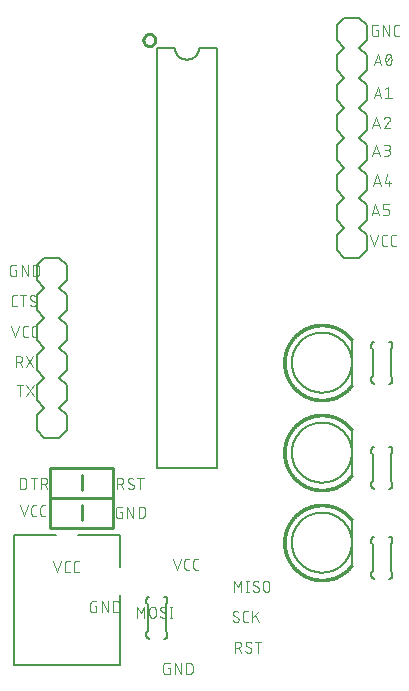
<source format=gto>
G75*
%MOIN*%
%OFA0B0*%
%FSLAX25Y25*%
%IPPOS*%
%LPD*%
%AMOC8*
5,1,8,0,0,1.08239X$1,22.5*
%
%ADD10C,0.00300*%
%ADD11C,0.01000*%
%ADD12C,0.00800*%
%ADD13C,0.00100*%
%ADD14C,0.00600*%
D10*
X0020883Y0050050D02*
X0022117Y0053750D01*
X0023445Y0052928D02*
X0023445Y0050872D01*
X0023446Y0050872D02*
X0023448Y0050816D01*
X0023454Y0050760D01*
X0023463Y0050705D01*
X0023476Y0050650D01*
X0023493Y0050597D01*
X0023514Y0050545D01*
X0023538Y0050494D01*
X0023566Y0050445D01*
X0023596Y0050398D01*
X0023630Y0050353D01*
X0023667Y0050311D01*
X0023707Y0050271D01*
X0023749Y0050234D01*
X0023794Y0050200D01*
X0023841Y0050170D01*
X0023890Y0050142D01*
X0023941Y0050118D01*
X0023993Y0050097D01*
X0024046Y0050080D01*
X0024101Y0050067D01*
X0024156Y0050058D01*
X0024212Y0050052D01*
X0024268Y0050050D01*
X0025090Y0050050D01*
X0026445Y0050872D02*
X0026445Y0052928D01*
X0026446Y0052928D02*
X0026448Y0052984D01*
X0026454Y0053040D01*
X0026463Y0053095D01*
X0026476Y0053150D01*
X0026493Y0053203D01*
X0026514Y0053255D01*
X0026538Y0053306D01*
X0026566Y0053355D01*
X0026596Y0053402D01*
X0026630Y0053447D01*
X0026667Y0053489D01*
X0026707Y0053529D01*
X0026749Y0053566D01*
X0026794Y0053600D01*
X0026841Y0053630D01*
X0026890Y0053658D01*
X0026941Y0053682D01*
X0026993Y0053703D01*
X0027046Y0053720D01*
X0027101Y0053733D01*
X0027156Y0053742D01*
X0027212Y0053748D01*
X0027268Y0053750D01*
X0028090Y0053750D01*
X0026446Y0050872D02*
X0026448Y0050816D01*
X0026454Y0050760D01*
X0026463Y0050705D01*
X0026476Y0050650D01*
X0026493Y0050597D01*
X0026514Y0050545D01*
X0026538Y0050494D01*
X0026566Y0050445D01*
X0026596Y0050398D01*
X0026630Y0050353D01*
X0026667Y0050311D01*
X0026707Y0050271D01*
X0026749Y0050234D01*
X0026794Y0050200D01*
X0026841Y0050170D01*
X0026890Y0050142D01*
X0026941Y0050118D01*
X0026993Y0050097D01*
X0027046Y0050080D01*
X0027101Y0050067D01*
X0027156Y0050058D01*
X0027212Y0050052D01*
X0027268Y0050050D01*
X0028090Y0050050D01*
X0025090Y0053750D02*
X0024268Y0053750D01*
X0024212Y0053748D01*
X0024156Y0053742D01*
X0024101Y0053733D01*
X0024046Y0053720D01*
X0023993Y0053703D01*
X0023941Y0053682D01*
X0023890Y0053658D01*
X0023841Y0053630D01*
X0023794Y0053600D01*
X0023749Y0053566D01*
X0023707Y0053529D01*
X0023667Y0053489D01*
X0023630Y0053447D01*
X0023596Y0053402D01*
X0023566Y0053355D01*
X0023538Y0053306D01*
X0023514Y0053255D01*
X0023493Y0053203D01*
X0023476Y0053150D01*
X0023463Y0053095D01*
X0023454Y0053040D01*
X0023448Y0052984D01*
X0023446Y0052928D01*
X0020883Y0050050D02*
X0019650Y0053750D01*
X0017040Y0068700D02*
X0016218Y0068700D01*
X0016162Y0068702D01*
X0016106Y0068708D01*
X0016051Y0068717D01*
X0015996Y0068730D01*
X0015943Y0068747D01*
X0015891Y0068768D01*
X0015840Y0068792D01*
X0015791Y0068820D01*
X0015744Y0068850D01*
X0015699Y0068884D01*
X0015657Y0068921D01*
X0015617Y0068961D01*
X0015580Y0069003D01*
X0015546Y0069048D01*
X0015516Y0069095D01*
X0015488Y0069144D01*
X0015464Y0069195D01*
X0015443Y0069247D01*
X0015426Y0069300D01*
X0015413Y0069355D01*
X0015404Y0069410D01*
X0015398Y0069466D01*
X0015396Y0069522D01*
X0015395Y0069522D02*
X0015395Y0071578D01*
X0015396Y0071578D02*
X0015398Y0071634D01*
X0015404Y0071690D01*
X0015413Y0071745D01*
X0015426Y0071800D01*
X0015443Y0071853D01*
X0015464Y0071905D01*
X0015488Y0071956D01*
X0015516Y0072005D01*
X0015546Y0072052D01*
X0015580Y0072097D01*
X0015617Y0072139D01*
X0015657Y0072179D01*
X0015699Y0072216D01*
X0015744Y0072250D01*
X0015791Y0072280D01*
X0015840Y0072308D01*
X0015891Y0072332D01*
X0015943Y0072353D01*
X0015996Y0072370D01*
X0016051Y0072383D01*
X0016106Y0072392D01*
X0016162Y0072398D01*
X0016218Y0072400D01*
X0017040Y0072400D01*
X0017688Y0077800D02*
X0016866Y0079444D01*
X0016660Y0079444D02*
X0015632Y0079444D01*
X0016660Y0079444D02*
X0016723Y0079446D01*
X0016786Y0079452D01*
X0016849Y0079462D01*
X0016911Y0079475D01*
X0016972Y0079492D01*
X0017031Y0079513D01*
X0017090Y0079538D01*
X0017146Y0079566D01*
X0017201Y0079598D01*
X0017254Y0079633D01*
X0017304Y0079671D01*
X0017353Y0079712D01*
X0017398Y0079756D01*
X0017441Y0079803D01*
X0017480Y0079852D01*
X0017517Y0079904D01*
X0017550Y0079958D01*
X0017580Y0080014D01*
X0017607Y0080071D01*
X0017630Y0080130D01*
X0017649Y0080191D01*
X0017664Y0080252D01*
X0017676Y0080314D01*
X0017684Y0080377D01*
X0017688Y0080440D01*
X0017688Y0080504D01*
X0017684Y0080567D01*
X0017676Y0080630D01*
X0017664Y0080692D01*
X0017649Y0080753D01*
X0017630Y0080814D01*
X0017607Y0080873D01*
X0017580Y0080930D01*
X0017550Y0080986D01*
X0017517Y0081040D01*
X0017480Y0081092D01*
X0017441Y0081141D01*
X0017398Y0081188D01*
X0017353Y0081232D01*
X0017304Y0081273D01*
X0017254Y0081311D01*
X0017201Y0081346D01*
X0017146Y0081378D01*
X0017090Y0081406D01*
X0017031Y0081431D01*
X0016972Y0081452D01*
X0016911Y0081469D01*
X0016849Y0081482D01*
X0016786Y0081492D01*
X0016723Y0081498D01*
X0016660Y0081500D01*
X0015632Y0081500D01*
X0015632Y0077800D01*
X0014186Y0081500D02*
X0012130Y0081500D01*
X0013158Y0081500D02*
X0013158Y0077800D01*
X0010706Y0078828D02*
X0010706Y0080472D01*
X0010704Y0080534D01*
X0010699Y0080596D01*
X0010689Y0080657D01*
X0010676Y0080718D01*
X0010659Y0080778D01*
X0010639Y0080837D01*
X0010615Y0080894D01*
X0010588Y0080950D01*
X0010558Y0081004D01*
X0010524Y0081056D01*
X0010487Y0081106D01*
X0010447Y0081154D01*
X0010405Y0081199D01*
X0010360Y0081241D01*
X0010312Y0081281D01*
X0010262Y0081318D01*
X0010210Y0081352D01*
X0010156Y0081382D01*
X0010100Y0081409D01*
X0010043Y0081433D01*
X0009984Y0081453D01*
X0009924Y0081470D01*
X0009863Y0081483D01*
X0009802Y0081493D01*
X0009740Y0081498D01*
X0009678Y0081500D01*
X0008650Y0081500D01*
X0008650Y0077800D01*
X0009678Y0077800D01*
X0009740Y0077802D01*
X0009802Y0077807D01*
X0009863Y0077817D01*
X0009924Y0077830D01*
X0009984Y0077847D01*
X0010043Y0077867D01*
X0010100Y0077891D01*
X0010156Y0077918D01*
X0010210Y0077948D01*
X0010262Y0077982D01*
X0010312Y0078019D01*
X0010360Y0078059D01*
X0010405Y0078101D01*
X0010447Y0078146D01*
X0010487Y0078194D01*
X0010524Y0078244D01*
X0010558Y0078296D01*
X0010588Y0078350D01*
X0010615Y0078406D01*
X0010639Y0078463D01*
X0010659Y0078522D01*
X0010676Y0078582D01*
X0010689Y0078643D01*
X0010699Y0078704D01*
X0010704Y0078766D01*
X0010706Y0078828D01*
X0011067Y0072400D02*
X0009833Y0068700D01*
X0008600Y0072400D01*
X0012395Y0071578D02*
X0012395Y0069522D01*
X0012396Y0069522D02*
X0012398Y0069466D01*
X0012404Y0069410D01*
X0012413Y0069355D01*
X0012426Y0069300D01*
X0012443Y0069247D01*
X0012464Y0069195D01*
X0012488Y0069144D01*
X0012516Y0069095D01*
X0012546Y0069048D01*
X0012580Y0069003D01*
X0012617Y0068961D01*
X0012657Y0068921D01*
X0012699Y0068884D01*
X0012744Y0068850D01*
X0012791Y0068820D01*
X0012840Y0068792D01*
X0012891Y0068768D01*
X0012943Y0068747D01*
X0012996Y0068730D01*
X0013051Y0068717D01*
X0013106Y0068708D01*
X0013162Y0068702D01*
X0013218Y0068700D01*
X0014040Y0068700D01*
X0012396Y0071578D02*
X0012398Y0071634D01*
X0012404Y0071690D01*
X0012413Y0071745D01*
X0012426Y0071800D01*
X0012443Y0071853D01*
X0012464Y0071905D01*
X0012488Y0071956D01*
X0012516Y0072005D01*
X0012546Y0072052D01*
X0012580Y0072097D01*
X0012617Y0072139D01*
X0012657Y0072179D01*
X0012699Y0072216D01*
X0012744Y0072250D01*
X0012791Y0072280D01*
X0012840Y0072308D01*
X0012891Y0072332D01*
X0012943Y0072353D01*
X0012996Y0072370D01*
X0013051Y0072383D01*
X0013106Y0072392D01*
X0013162Y0072398D01*
X0013218Y0072400D01*
X0014040Y0072400D01*
X0032822Y0040450D02*
X0034056Y0040450D01*
X0032822Y0040450D02*
X0032766Y0040448D01*
X0032710Y0040442D01*
X0032655Y0040433D01*
X0032600Y0040420D01*
X0032547Y0040403D01*
X0032495Y0040382D01*
X0032444Y0040358D01*
X0032395Y0040330D01*
X0032348Y0040300D01*
X0032303Y0040266D01*
X0032261Y0040229D01*
X0032221Y0040189D01*
X0032184Y0040147D01*
X0032150Y0040102D01*
X0032120Y0040055D01*
X0032092Y0040006D01*
X0032068Y0039955D01*
X0032047Y0039903D01*
X0032030Y0039850D01*
X0032017Y0039795D01*
X0032008Y0039740D01*
X0032002Y0039684D01*
X0032000Y0039628D01*
X0032000Y0037572D01*
X0032002Y0037516D01*
X0032008Y0037460D01*
X0032017Y0037405D01*
X0032030Y0037350D01*
X0032047Y0037297D01*
X0032068Y0037245D01*
X0032092Y0037194D01*
X0032120Y0037145D01*
X0032150Y0037098D01*
X0032184Y0037053D01*
X0032221Y0037011D01*
X0032261Y0036971D01*
X0032303Y0036934D01*
X0032348Y0036900D01*
X0032395Y0036870D01*
X0032444Y0036842D01*
X0032495Y0036818D01*
X0032547Y0036797D01*
X0032600Y0036780D01*
X0032655Y0036767D01*
X0032710Y0036758D01*
X0032766Y0036752D01*
X0032822Y0036750D01*
X0034056Y0036750D01*
X0034056Y0038806D01*
X0033439Y0038806D01*
X0035840Y0040450D02*
X0035840Y0036750D01*
X0037896Y0036750D02*
X0035840Y0040450D01*
X0037896Y0040450D02*
X0037896Y0036750D01*
X0039680Y0036750D02*
X0040708Y0036750D01*
X0040770Y0036752D01*
X0040832Y0036757D01*
X0040893Y0036767D01*
X0040954Y0036780D01*
X0041014Y0036797D01*
X0041073Y0036817D01*
X0041130Y0036841D01*
X0041186Y0036868D01*
X0041240Y0036898D01*
X0041292Y0036932D01*
X0041342Y0036969D01*
X0041390Y0037009D01*
X0041435Y0037051D01*
X0041477Y0037096D01*
X0041517Y0037144D01*
X0041554Y0037194D01*
X0041588Y0037246D01*
X0041618Y0037300D01*
X0041645Y0037356D01*
X0041669Y0037413D01*
X0041689Y0037472D01*
X0041706Y0037532D01*
X0041719Y0037593D01*
X0041729Y0037654D01*
X0041734Y0037716D01*
X0041736Y0037778D01*
X0041736Y0039422D01*
X0041734Y0039484D01*
X0041729Y0039546D01*
X0041719Y0039607D01*
X0041706Y0039668D01*
X0041689Y0039728D01*
X0041669Y0039787D01*
X0041645Y0039844D01*
X0041618Y0039900D01*
X0041588Y0039954D01*
X0041554Y0040006D01*
X0041517Y0040056D01*
X0041477Y0040104D01*
X0041435Y0040149D01*
X0041390Y0040191D01*
X0041342Y0040231D01*
X0041292Y0040268D01*
X0041240Y0040302D01*
X0041186Y0040332D01*
X0041130Y0040359D01*
X0041073Y0040383D01*
X0041014Y0040403D01*
X0040954Y0040420D01*
X0040893Y0040433D01*
X0040832Y0040443D01*
X0040770Y0040448D01*
X0040708Y0040450D01*
X0039680Y0040450D01*
X0039680Y0036750D01*
X0047550Y0034900D02*
X0047550Y0038600D01*
X0048783Y0036544D01*
X0050017Y0038600D01*
X0050017Y0034900D01*
X0051716Y0035928D02*
X0051716Y0037572D01*
X0051715Y0037572D02*
X0051717Y0037635D01*
X0051723Y0037698D01*
X0051733Y0037761D01*
X0051746Y0037823D01*
X0051763Y0037884D01*
X0051784Y0037943D01*
X0051809Y0038002D01*
X0051837Y0038058D01*
X0051869Y0038113D01*
X0051904Y0038166D01*
X0051942Y0038216D01*
X0051983Y0038265D01*
X0052027Y0038310D01*
X0052074Y0038353D01*
X0052123Y0038392D01*
X0052175Y0038429D01*
X0052229Y0038462D01*
X0052285Y0038492D01*
X0052342Y0038519D01*
X0052401Y0038542D01*
X0052462Y0038561D01*
X0052523Y0038576D01*
X0052585Y0038588D01*
X0052648Y0038596D01*
X0052711Y0038600D01*
X0052775Y0038600D01*
X0052838Y0038596D01*
X0052901Y0038588D01*
X0052963Y0038576D01*
X0053024Y0038561D01*
X0053085Y0038542D01*
X0053144Y0038519D01*
X0053201Y0038492D01*
X0053257Y0038462D01*
X0053311Y0038429D01*
X0053363Y0038392D01*
X0053412Y0038353D01*
X0053459Y0038310D01*
X0053503Y0038265D01*
X0053544Y0038216D01*
X0053582Y0038166D01*
X0053617Y0038113D01*
X0053649Y0038058D01*
X0053677Y0038002D01*
X0053702Y0037943D01*
X0053723Y0037884D01*
X0053740Y0037823D01*
X0053753Y0037761D01*
X0053763Y0037698D01*
X0053769Y0037635D01*
X0053771Y0037572D01*
X0053771Y0035928D01*
X0053769Y0035865D01*
X0053763Y0035802D01*
X0053753Y0035739D01*
X0053740Y0035677D01*
X0053723Y0035616D01*
X0053702Y0035557D01*
X0053677Y0035498D01*
X0053649Y0035442D01*
X0053617Y0035387D01*
X0053582Y0035334D01*
X0053544Y0035284D01*
X0053503Y0035235D01*
X0053459Y0035190D01*
X0053412Y0035147D01*
X0053363Y0035108D01*
X0053311Y0035071D01*
X0053257Y0035038D01*
X0053201Y0035008D01*
X0053144Y0034981D01*
X0053085Y0034958D01*
X0053024Y0034939D01*
X0052963Y0034924D01*
X0052901Y0034912D01*
X0052838Y0034904D01*
X0052775Y0034900D01*
X0052711Y0034900D01*
X0052648Y0034904D01*
X0052585Y0034912D01*
X0052523Y0034924D01*
X0052462Y0034939D01*
X0052401Y0034958D01*
X0052342Y0034981D01*
X0052285Y0035008D01*
X0052229Y0035038D01*
X0052175Y0035071D01*
X0052123Y0035108D01*
X0052074Y0035147D01*
X0052027Y0035190D01*
X0051983Y0035235D01*
X0051942Y0035284D01*
X0051904Y0035334D01*
X0051869Y0035387D01*
X0051837Y0035442D01*
X0051809Y0035498D01*
X0051784Y0035557D01*
X0051763Y0035616D01*
X0051746Y0035677D01*
X0051733Y0035739D01*
X0051723Y0035802D01*
X0051717Y0035865D01*
X0051715Y0035928D01*
X0055709Y0037058D02*
X0056840Y0036442D01*
X0056429Y0034900D02*
X0056348Y0034902D01*
X0056268Y0034907D01*
X0056188Y0034917D01*
X0056108Y0034930D01*
X0056029Y0034947D01*
X0055951Y0034967D01*
X0055874Y0034991D01*
X0055798Y0035019D01*
X0055724Y0035050D01*
X0055651Y0035084D01*
X0055580Y0035122D01*
X0055510Y0035163D01*
X0055443Y0035207D01*
X0055377Y0035254D01*
X0055314Y0035305D01*
X0055254Y0035358D01*
X0055196Y0035414D01*
X0056840Y0036441D02*
X0056886Y0036412D01*
X0056929Y0036380D01*
X0056971Y0036346D01*
X0057010Y0036308D01*
X0057047Y0036269D01*
X0057081Y0036227D01*
X0057113Y0036182D01*
X0057141Y0036136D01*
X0057166Y0036088D01*
X0057189Y0036039D01*
X0057207Y0035988D01*
X0057223Y0035936D01*
X0057235Y0035884D01*
X0057244Y0035830D01*
X0057249Y0035776D01*
X0057251Y0035722D01*
X0057249Y0035666D01*
X0057243Y0035610D01*
X0057234Y0035555D01*
X0057221Y0035500D01*
X0057204Y0035447D01*
X0057183Y0035395D01*
X0057159Y0035344D01*
X0057131Y0035295D01*
X0057101Y0035248D01*
X0057067Y0035203D01*
X0057030Y0035161D01*
X0056990Y0035121D01*
X0056948Y0035084D01*
X0056903Y0035050D01*
X0056856Y0035020D01*
X0056807Y0034992D01*
X0056756Y0034968D01*
X0056704Y0034947D01*
X0056651Y0034930D01*
X0056596Y0034917D01*
X0056541Y0034908D01*
X0056485Y0034902D01*
X0056429Y0034900D01*
X0058572Y0034900D02*
X0059394Y0034900D01*
X0058983Y0034900D02*
X0058983Y0038600D01*
X0058572Y0038600D02*
X0059394Y0038600D01*
X0055709Y0037059D02*
X0055663Y0037088D01*
X0055620Y0037120D01*
X0055578Y0037154D01*
X0055539Y0037192D01*
X0055502Y0037231D01*
X0055468Y0037273D01*
X0055436Y0037318D01*
X0055408Y0037364D01*
X0055383Y0037412D01*
X0055360Y0037461D01*
X0055342Y0037512D01*
X0055326Y0037564D01*
X0055314Y0037616D01*
X0055305Y0037670D01*
X0055300Y0037724D01*
X0055298Y0037778D01*
X0055299Y0037778D02*
X0055301Y0037834D01*
X0055307Y0037890D01*
X0055316Y0037945D01*
X0055329Y0038000D01*
X0055346Y0038053D01*
X0055367Y0038105D01*
X0055391Y0038156D01*
X0055419Y0038205D01*
X0055449Y0038252D01*
X0055483Y0038297D01*
X0055520Y0038339D01*
X0055560Y0038379D01*
X0055602Y0038416D01*
X0055647Y0038450D01*
X0055694Y0038480D01*
X0055743Y0038508D01*
X0055794Y0038532D01*
X0055846Y0038553D01*
X0055899Y0038570D01*
X0055954Y0038583D01*
X0056009Y0038592D01*
X0056065Y0038598D01*
X0056121Y0038600D01*
X0056197Y0038598D01*
X0056273Y0038592D01*
X0056349Y0038583D01*
X0056424Y0038570D01*
X0056499Y0038553D01*
X0056572Y0038532D01*
X0056645Y0038508D01*
X0056716Y0038481D01*
X0056785Y0038449D01*
X0056854Y0038415D01*
X0056920Y0038377D01*
X0056984Y0038336D01*
X0057046Y0038292D01*
X0060833Y0050900D02*
X0062067Y0054600D01*
X0063395Y0053778D02*
X0063395Y0051722D01*
X0063396Y0051722D02*
X0063398Y0051666D01*
X0063404Y0051610D01*
X0063413Y0051555D01*
X0063426Y0051500D01*
X0063443Y0051447D01*
X0063464Y0051395D01*
X0063488Y0051344D01*
X0063516Y0051295D01*
X0063546Y0051248D01*
X0063580Y0051203D01*
X0063617Y0051161D01*
X0063657Y0051121D01*
X0063699Y0051084D01*
X0063744Y0051050D01*
X0063791Y0051020D01*
X0063840Y0050992D01*
X0063891Y0050968D01*
X0063943Y0050947D01*
X0063996Y0050930D01*
X0064051Y0050917D01*
X0064106Y0050908D01*
X0064162Y0050902D01*
X0064218Y0050900D01*
X0065040Y0050900D01*
X0066395Y0051722D02*
X0066395Y0053778D01*
X0066396Y0053778D02*
X0066398Y0053834D01*
X0066404Y0053890D01*
X0066413Y0053945D01*
X0066426Y0054000D01*
X0066443Y0054053D01*
X0066464Y0054105D01*
X0066488Y0054156D01*
X0066516Y0054205D01*
X0066546Y0054252D01*
X0066580Y0054297D01*
X0066617Y0054339D01*
X0066657Y0054379D01*
X0066699Y0054416D01*
X0066744Y0054450D01*
X0066791Y0054480D01*
X0066840Y0054508D01*
X0066891Y0054532D01*
X0066943Y0054553D01*
X0066996Y0054570D01*
X0067051Y0054583D01*
X0067106Y0054592D01*
X0067162Y0054598D01*
X0067218Y0054600D01*
X0068040Y0054600D01*
X0066396Y0051722D02*
X0066398Y0051666D01*
X0066404Y0051610D01*
X0066413Y0051555D01*
X0066426Y0051500D01*
X0066443Y0051447D01*
X0066464Y0051395D01*
X0066488Y0051344D01*
X0066516Y0051295D01*
X0066546Y0051248D01*
X0066580Y0051203D01*
X0066617Y0051161D01*
X0066657Y0051121D01*
X0066699Y0051084D01*
X0066744Y0051050D01*
X0066791Y0051020D01*
X0066840Y0050992D01*
X0066891Y0050968D01*
X0066943Y0050947D01*
X0066996Y0050930D01*
X0067051Y0050917D01*
X0067106Y0050908D01*
X0067162Y0050902D01*
X0067218Y0050900D01*
X0068040Y0050900D01*
X0065040Y0054600D02*
X0064218Y0054600D01*
X0064162Y0054598D01*
X0064106Y0054592D01*
X0064051Y0054583D01*
X0063996Y0054570D01*
X0063943Y0054553D01*
X0063891Y0054532D01*
X0063840Y0054508D01*
X0063791Y0054480D01*
X0063744Y0054450D01*
X0063699Y0054416D01*
X0063657Y0054379D01*
X0063617Y0054339D01*
X0063580Y0054297D01*
X0063546Y0054252D01*
X0063516Y0054205D01*
X0063488Y0054156D01*
X0063464Y0054105D01*
X0063443Y0054053D01*
X0063426Y0054000D01*
X0063413Y0053945D01*
X0063404Y0053890D01*
X0063398Y0053834D01*
X0063396Y0053778D01*
X0060833Y0050900D02*
X0059600Y0054600D01*
X0050186Y0069228D02*
X0050186Y0070872D01*
X0050184Y0070934D01*
X0050179Y0070996D01*
X0050169Y0071057D01*
X0050156Y0071118D01*
X0050139Y0071178D01*
X0050119Y0071237D01*
X0050095Y0071294D01*
X0050068Y0071350D01*
X0050038Y0071404D01*
X0050004Y0071456D01*
X0049967Y0071506D01*
X0049927Y0071554D01*
X0049885Y0071599D01*
X0049840Y0071641D01*
X0049792Y0071681D01*
X0049742Y0071718D01*
X0049690Y0071752D01*
X0049636Y0071782D01*
X0049580Y0071809D01*
X0049523Y0071833D01*
X0049464Y0071853D01*
X0049404Y0071870D01*
X0049343Y0071883D01*
X0049282Y0071893D01*
X0049220Y0071898D01*
X0049158Y0071900D01*
X0048130Y0071900D01*
X0048130Y0068200D01*
X0049158Y0068200D01*
X0049220Y0068202D01*
X0049282Y0068207D01*
X0049343Y0068217D01*
X0049404Y0068230D01*
X0049464Y0068247D01*
X0049523Y0068267D01*
X0049580Y0068291D01*
X0049636Y0068318D01*
X0049690Y0068348D01*
X0049742Y0068382D01*
X0049792Y0068419D01*
X0049840Y0068459D01*
X0049885Y0068501D01*
X0049927Y0068546D01*
X0049967Y0068594D01*
X0050004Y0068644D01*
X0050038Y0068696D01*
X0050068Y0068750D01*
X0050095Y0068806D01*
X0050119Y0068863D01*
X0050139Y0068922D01*
X0050156Y0068982D01*
X0050169Y0069043D01*
X0050179Y0069104D01*
X0050184Y0069166D01*
X0050186Y0069228D01*
X0046346Y0068200D02*
X0046346Y0071900D01*
X0044290Y0071900D02*
X0044290Y0068200D01*
X0042506Y0068200D02*
X0042506Y0070256D01*
X0041889Y0070256D01*
X0040450Y0071078D02*
X0040452Y0071134D01*
X0040458Y0071190D01*
X0040467Y0071245D01*
X0040480Y0071300D01*
X0040497Y0071353D01*
X0040518Y0071405D01*
X0040542Y0071456D01*
X0040570Y0071505D01*
X0040600Y0071552D01*
X0040634Y0071597D01*
X0040671Y0071639D01*
X0040711Y0071679D01*
X0040753Y0071716D01*
X0040798Y0071750D01*
X0040845Y0071780D01*
X0040894Y0071808D01*
X0040945Y0071832D01*
X0040997Y0071853D01*
X0041050Y0071870D01*
X0041105Y0071883D01*
X0041160Y0071892D01*
X0041216Y0071898D01*
X0041272Y0071900D01*
X0042506Y0071900D01*
X0044290Y0071900D02*
X0046346Y0068200D01*
X0042506Y0068200D02*
X0041272Y0068200D01*
X0041216Y0068202D01*
X0041160Y0068208D01*
X0041105Y0068217D01*
X0041050Y0068230D01*
X0040997Y0068247D01*
X0040945Y0068268D01*
X0040894Y0068292D01*
X0040845Y0068320D01*
X0040798Y0068350D01*
X0040753Y0068384D01*
X0040711Y0068421D01*
X0040671Y0068461D01*
X0040634Y0068503D01*
X0040600Y0068548D01*
X0040570Y0068595D01*
X0040542Y0068644D01*
X0040518Y0068695D01*
X0040497Y0068747D01*
X0040480Y0068800D01*
X0040467Y0068855D01*
X0040458Y0068910D01*
X0040452Y0068966D01*
X0040450Y0069022D01*
X0040450Y0071078D01*
X0041000Y0077800D02*
X0041000Y0081500D01*
X0042028Y0081500D01*
X0042091Y0081498D01*
X0042154Y0081492D01*
X0042217Y0081482D01*
X0042279Y0081469D01*
X0042340Y0081452D01*
X0042399Y0081431D01*
X0042458Y0081406D01*
X0042514Y0081378D01*
X0042569Y0081346D01*
X0042622Y0081311D01*
X0042672Y0081273D01*
X0042721Y0081232D01*
X0042766Y0081188D01*
X0042809Y0081141D01*
X0042848Y0081092D01*
X0042885Y0081040D01*
X0042918Y0080986D01*
X0042948Y0080930D01*
X0042975Y0080873D01*
X0042998Y0080814D01*
X0043017Y0080753D01*
X0043032Y0080692D01*
X0043044Y0080630D01*
X0043052Y0080567D01*
X0043056Y0080504D01*
X0043056Y0080440D01*
X0043052Y0080377D01*
X0043044Y0080314D01*
X0043032Y0080252D01*
X0043017Y0080191D01*
X0042998Y0080130D01*
X0042975Y0080071D01*
X0042948Y0080014D01*
X0042918Y0079958D01*
X0042885Y0079904D01*
X0042848Y0079852D01*
X0042809Y0079803D01*
X0042766Y0079756D01*
X0042721Y0079712D01*
X0042672Y0079671D01*
X0042622Y0079633D01*
X0042569Y0079598D01*
X0042514Y0079566D01*
X0042458Y0079538D01*
X0042399Y0079513D01*
X0042340Y0079492D01*
X0042279Y0079475D01*
X0042217Y0079462D01*
X0042154Y0079452D01*
X0042091Y0079446D01*
X0042028Y0079444D01*
X0041000Y0079444D01*
X0042233Y0079444D02*
X0043056Y0077800D01*
X0046102Y0079341D02*
X0046148Y0079312D01*
X0046191Y0079280D01*
X0046233Y0079246D01*
X0046272Y0079208D01*
X0046309Y0079169D01*
X0046343Y0079127D01*
X0046375Y0079082D01*
X0046403Y0079036D01*
X0046428Y0078988D01*
X0046451Y0078939D01*
X0046469Y0078888D01*
X0046485Y0078836D01*
X0046497Y0078784D01*
X0046506Y0078730D01*
X0046511Y0078676D01*
X0046513Y0078622D01*
X0046511Y0078566D01*
X0046505Y0078510D01*
X0046496Y0078455D01*
X0046483Y0078400D01*
X0046466Y0078347D01*
X0046445Y0078295D01*
X0046421Y0078244D01*
X0046393Y0078195D01*
X0046363Y0078148D01*
X0046329Y0078103D01*
X0046292Y0078061D01*
X0046252Y0078021D01*
X0046210Y0077984D01*
X0046165Y0077950D01*
X0046118Y0077920D01*
X0046069Y0077892D01*
X0046018Y0077868D01*
X0045966Y0077847D01*
X0045913Y0077830D01*
X0045858Y0077817D01*
X0045803Y0077808D01*
X0045747Y0077802D01*
X0045691Y0077800D01*
X0046102Y0079342D02*
X0044971Y0079958D01*
X0045383Y0081500D02*
X0045459Y0081498D01*
X0045535Y0081492D01*
X0045611Y0081483D01*
X0045686Y0081470D01*
X0045761Y0081453D01*
X0045834Y0081432D01*
X0045907Y0081408D01*
X0045978Y0081381D01*
X0046047Y0081349D01*
X0046116Y0081315D01*
X0046182Y0081277D01*
X0046246Y0081236D01*
X0046308Y0081192D01*
X0044971Y0079959D02*
X0044925Y0079988D01*
X0044882Y0080020D01*
X0044840Y0080054D01*
X0044801Y0080092D01*
X0044764Y0080131D01*
X0044730Y0080173D01*
X0044698Y0080218D01*
X0044670Y0080264D01*
X0044645Y0080312D01*
X0044622Y0080361D01*
X0044604Y0080412D01*
X0044588Y0080464D01*
X0044576Y0080516D01*
X0044567Y0080570D01*
X0044562Y0080624D01*
X0044560Y0080678D01*
X0044561Y0080678D02*
X0044563Y0080734D01*
X0044569Y0080790D01*
X0044578Y0080845D01*
X0044591Y0080900D01*
X0044608Y0080953D01*
X0044629Y0081005D01*
X0044653Y0081056D01*
X0044681Y0081105D01*
X0044711Y0081152D01*
X0044745Y0081197D01*
X0044782Y0081239D01*
X0044822Y0081279D01*
X0044864Y0081316D01*
X0044909Y0081350D01*
X0044956Y0081380D01*
X0045005Y0081408D01*
X0045056Y0081432D01*
X0045108Y0081453D01*
X0045161Y0081470D01*
X0045216Y0081483D01*
X0045271Y0081492D01*
X0045327Y0081498D01*
X0045383Y0081500D01*
X0044458Y0078314D02*
X0044516Y0078258D01*
X0044576Y0078205D01*
X0044639Y0078154D01*
X0044705Y0078107D01*
X0044772Y0078063D01*
X0044842Y0078022D01*
X0044913Y0077984D01*
X0044986Y0077950D01*
X0045060Y0077919D01*
X0045136Y0077891D01*
X0045213Y0077867D01*
X0045291Y0077847D01*
X0045370Y0077830D01*
X0045450Y0077817D01*
X0045530Y0077807D01*
X0045610Y0077802D01*
X0045691Y0077800D01*
X0047698Y0081500D02*
X0049753Y0081500D01*
X0048725Y0081500D02*
X0048725Y0077800D01*
X0079900Y0047250D02*
X0079900Y0043550D01*
X0081133Y0045194D02*
X0079900Y0047250D01*
X0081133Y0045194D02*
X0082367Y0047250D01*
X0082367Y0043550D01*
X0083962Y0043550D02*
X0084784Y0043550D01*
X0084373Y0043550D02*
X0084373Y0047250D01*
X0083962Y0047250D02*
X0084784Y0047250D01*
X0086209Y0046428D02*
X0086211Y0046484D01*
X0086217Y0046540D01*
X0086226Y0046595D01*
X0086239Y0046650D01*
X0086256Y0046703D01*
X0086277Y0046755D01*
X0086301Y0046806D01*
X0086329Y0046855D01*
X0086359Y0046902D01*
X0086393Y0046947D01*
X0086430Y0046989D01*
X0086470Y0047029D01*
X0086512Y0047066D01*
X0086557Y0047100D01*
X0086604Y0047130D01*
X0086653Y0047158D01*
X0086704Y0047182D01*
X0086756Y0047203D01*
X0086809Y0047220D01*
X0086864Y0047233D01*
X0086919Y0047242D01*
X0086975Y0047248D01*
X0087031Y0047250D01*
X0086208Y0046428D02*
X0086210Y0046374D01*
X0086215Y0046320D01*
X0086224Y0046266D01*
X0086236Y0046214D01*
X0086252Y0046162D01*
X0086270Y0046111D01*
X0086293Y0046062D01*
X0086318Y0046014D01*
X0086346Y0045968D01*
X0086378Y0045923D01*
X0086412Y0045881D01*
X0086449Y0045842D01*
X0086488Y0045804D01*
X0086530Y0045770D01*
X0086573Y0045738D01*
X0086619Y0045709D01*
X0086619Y0045708D02*
X0087750Y0045092D01*
X0087339Y0043550D02*
X0087258Y0043552D01*
X0087178Y0043557D01*
X0087098Y0043567D01*
X0087018Y0043580D01*
X0086939Y0043597D01*
X0086861Y0043617D01*
X0086784Y0043641D01*
X0086708Y0043669D01*
X0086634Y0043700D01*
X0086561Y0043734D01*
X0086490Y0043772D01*
X0086420Y0043813D01*
X0086353Y0043857D01*
X0086287Y0043904D01*
X0086224Y0043955D01*
X0086164Y0044008D01*
X0086106Y0044064D01*
X0087750Y0045091D02*
X0087796Y0045062D01*
X0087839Y0045030D01*
X0087881Y0044996D01*
X0087920Y0044958D01*
X0087957Y0044919D01*
X0087991Y0044877D01*
X0088023Y0044832D01*
X0088051Y0044786D01*
X0088076Y0044738D01*
X0088099Y0044689D01*
X0088117Y0044638D01*
X0088133Y0044586D01*
X0088145Y0044534D01*
X0088154Y0044480D01*
X0088159Y0044426D01*
X0088161Y0044372D01*
X0088159Y0044316D01*
X0088153Y0044260D01*
X0088144Y0044205D01*
X0088131Y0044150D01*
X0088114Y0044097D01*
X0088093Y0044045D01*
X0088069Y0043994D01*
X0088041Y0043945D01*
X0088011Y0043898D01*
X0087977Y0043853D01*
X0087940Y0043811D01*
X0087900Y0043771D01*
X0087858Y0043734D01*
X0087813Y0043700D01*
X0087766Y0043670D01*
X0087717Y0043642D01*
X0087666Y0043618D01*
X0087614Y0043597D01*
X0087561Y0043580D01*
X0087506Y0043567D01*
X0087451Y0043558D01*
X0087395Y0043552D01*
X0087339Y0043550D01*
X0087956Y0046942D02*
X0087894Y0046986D01*
X0087830Y0047027D01*
X0087764Y0047065D01*
X0087695Y0047099D01*
X0087626Y0047131D01*
X0087555Y0047158D01*
X0087482Y0047182D01*
X0087409Y0047203D01*
X0087334Y0047220D01*
X0087259Y0047233D01*
X0087183Y0047242D01*
X0087107Y0047248D01*
X0087031Y0047250D01*
X0089586Y0046222D02*
X0089586Y0044578D01*
X0089585Y0044578D02*
X0089587Y0044515D01*
X0089593Y0044452D01*
X0089603Y0044389D01*
X0089616Y0044327D01*
X0089633Y0044266D01*
X0089654Y0044207D01*
X0089679Y0044148D01*
X0089707Y0044092D01*
X0089739Y0044037D01*
X0089774Y0043984D01*
X0089812Y0043934D01*
X0089853Y0043885D01*
X0089897Y0043840D01*
X0089944Y0043797D01*
X0089993Y0043758D01*
X0090045Y0043721D01*
X0090099Y0043688D01*
X0090155Y0043658D01*
X0090212Y0043631D01*
X0090271Y0043608D01*
X0090332Y0043589D01*
X0090393Y0043574D01*
X0090455Y0043562D01*
X0090518Y0043554D01*
X0090581Y0043550D01*
X0090645Y0043550D01*
X0090708Y0043554D01*
X0090771Y0043562D01*
X0090833Y0043574D01*
X0090894Y0043589D01*
X0090955Y0043608D01*
X0091014Y0043631D01*
X0091071Y0043658D01*
X0091127Y0043688D01*
X0091181Y0043721D01*
X0091233Y0043758D01*
X0091282Y0043797D01*
X0091329Y0043840D01*
X0091373Y0043885D01*
X0091414Y0043934D01*
X0091452Y0043984D01*
X0091487Y0044037D01*
X0091519Y0044092D01*
X0091547Y0044148D01*
X0091572Y0044207D01*
X0091593Y0044266D01*
X0091610Y0044327D01*
X0091623Y0044389D01*
X0091633Y0044452D01*
X0091639Y0044515D01*
X0091641Y0044578D01*
X0091641Y0046222D01*
X0091639Y0046285D01*
X0091633Y0046348D01*
X0091623Y0046411D01*
X0091610Y0046473D01*
X0091593Y0046534D01*
X0091572Y0046593D01*
X0091547Y0046652D01*
X0091519Y0046708D01*
X0091487Y0046763D01*
X0091452Y0046816D01*
X0091414Y0046866D01*
X0091373Y0046915D01*
X0091329Y0046960D01*
X0091282Y0047003D01*
X0091233Y0047042D01*
X0091181Y0047079D01*
X0091127Y0047112D01*
X0091071Y0047142D01*
X0091014Y0047169D01*
X0090955Y0047192D01*
X0090894Y0047211D01*
X0090833Y0047226D01*
X0090771Y0047238D01*
X0090708Y0047246D01*
X0090645Y0047250D01*
X0090581Y0047250D01*
X0090518Y0047246D01*
X0090455Y0047238D01*
X0090393Y0047226D01*
X0090332Y0047211D01*
X0090271Y0047192D01*
X0090212Y0047169D01*
X0090155Y0047142D01*
X0090099Y0047112D01*
X0090045Y0047079D01*
X0089993Y0047042D01*
X0089944Y0047003D01*
X0089897Y0046960D01*
X0089853Y0046915D01*
X0089812Y0046866D01*
X0089774Y0046816D01*
X0089739Y0046763D01*
X0089707Y0046708D01*
X0089679Y0046652D01*
X0089654Y0046593D01*
X0089633Y0046534D01*
X0089616Y0046473D01*
X0089603Y0046411D01*
X0089593Y0046348D01*
X0089587Y0046285D01*
X0089585Y0046222D01*
X0088107Y0037200D02*
X0086052Y0034939D01*
X0086874Y0035761D02*
X0088107Y0033500D01*
X0086052Y0033500D02*
X0086052Y0037200D01*
X0084514Y0037200D02*
X0083692Y0037200D01*
X0083636Y0037198D01*
X0083580Y0037192D01*
X0083525Y0037183D01*
X0083470Y0037170D01*
X0083417Y0037153D01*
X0083365Y0037132D01*
X0083314Y0037108D01*
X0083265Y0037080D01*
X0083218Y0037050D01*
X0083173Y0037016D01*
X0083131Y0036979D01*
X0083091Y0036939D01*
X0083054Y0036897D01*
X0083020Y0036852D01*
X0082990Y0036805D01*
X0082962Y0036756D01*
X0082938Y0036705D01*
X0082917Y0036653D01*
X0082900Y0036600D01*
X0082887Y0036545D01*
X0082878Y0036490D01*
X0082872Y0036434D01*
X0082870Y0036378D01*
X0082870Y0034322D01*
X0082872Y0034266D01*
X0082878Y0034210D01*
X0082887Y0034155D01*
X0082900Y0034100D01*
X0082917Y0034047D01*
X0082938Y0033995D01*
X0082962Y0033944D01*
X0082990Y0033895D01*
X0083020Y0033848D01*
X0083054Y0033803D01*
X0083091Y0033761D01*
X0083131Y0033721D01*
X0083173Y0033684D01*
X0083218Y0033650D01*
X0083265Y0033620D01*
X0083314Y0033592D01*
X0083365Y0033568D01*
X0083417Y0033547D01*
X0083470Y0033530D01*
X0083525Y0033517D01*
X0083580Y0033508D01*
X0083636Y0033502D01*
X0083692Y0033500D01*
X0084514Y0033500D01*
X0086898Y0026950D02*
X0088953Y0026950D01*
X0087925Y0026950D02*
X0087925Y0023250D01*
X0085302Y0024792D02*
X0084171Y0025408D01*
X0084583Y0026950D02*
X0084659Y0026948D01*
X0084735Y0026942D01*
X0084811Y0026933D01*
X0084886Y0026920D01*
X0084961Y0026903D01*
X0085034Y0026882D01*
X0085107Y0026858D01*
X0085178Y0026831D01*
X0085247Y0026799D01*
X0085316Y0026765D01*
X0085382Y0026727D01*
X0085446Y0026686D01*
X0085508Y0026642D01*
X0084171Y0025409D02*
X0084125Y0025438D01*
X0084082Y0025470D01*
X0084040Y0025504D01*
X0084001Y0025542D01*
X0083964Y0025581D01*
X0083930Y0025623D01*
X0083898Y0025668D01*
X0083870Y0025714D01*
X0083845Y0025762D01*
X0083822Y0025811D01*
X0083804Y0025862D01*
X0083788Y0025914D01*
X0083776Y0025966D01*
X0083767Y0026020D01*
X0083762Y0026074D01*
X0083760Y0026128D01*
X0083761Y0026128D02*
X0083763Y0026184D01*
X0083769Y0026240D01*
X0083778Y0026295D01*
X0083791Y0026350D01*
X0083808Y0026403D01*
X0083829Y0026455D01*
X0083853Y0026506D01*
X0083881Y0026555D01*
X0083911Y0026602D01*
X0083945Y0026647D01*
X0083982Y0026689D01*
X0084022Y0026729D01*
X0084064Y0026766D01*
X0084109Y0026800D01*
X0084156Y0026830D01*
X0084205Y0026858D01*
X0084256Y0026882D01*
X0084308Y0026903D01*
X0084361Y0026920D01*
X0084416Y0026933D01*
X0084471Y0026942D01*
X0084527Y0026948D01*
X0084583Y0026950D01*
X0083658Y0023764D02*
X0083716Y0023708D01*
X0083776Y0023655D01*
X0083839Y0023604D01*
X0083905Y0023557D01*
X0083972Y0023513D01*
X0084042Y0023472D01*
X0084113Y0023434D01*
X0084186Y0023400D01*
X0084260Y0023369D01*
X0084336Y0023341D01*
X0084413Y0023317D01*
X0084491Y0023297D01*
X0084570Y0023280D01*
X0084650Y0023267D01*
X0084730Y0023257D01*
X0084810Y0023252D01*
X0084891Y0023250D01*
X0084947Y0023252D01*
X0085003Y0023258D01*
X0085058Y0023267D01*
X0085113Y0023280D01*
X0085166Y0023297D01*
X0085218Y0023318D01*
X0085269Y0023342D01*
X0085318Y0023370D01*
X0085365Y0023400D01*
X0085410Y0023434D01*
X0085452Y0023471D01*
X0085492Y0023511D01*
X0085529Y0023553D01*
X0085563Y0023598D01*
X0085593Y0023645D01*
X0085621Y0023694D01*
X0085645Y0023745D01*
X0085666Y0023797D01*
X0085683Y0023850D01*
X0085696Y0023905D01*
X0085705Y0023960D01*
X0085711Y0024016D01*
X0085713Y0024072D01*
X0085711Y0024126D01*
X0085706Y0024180D01*
X0085697Y0024234D01*
X0085685Y0024286D01*
X0085669Y0024338D01*
X0085651Y0024389D01*
X0085628Y0024438D01*
X0085603Y0024486D01*
X0085575Y0024532D01*
X0085543Y0024577D01*
X0085509Y0024619D01*
X0085472Y0024658D01*
X0085433Y0024696D01*
X0085391Y0024730D01*
X0085348Y0024762D01*
X0085302Y0024791D01*
X0082256Y0023250D02*
X0081433Y0024894D01*
X0081228Y0024894D02*
X0080200Y0024894D01*
X0081228Y0024894D02*
X0081291Y0024896D01*
X0081354Y0024902D01*
X0081417Y0024912D01*
X0081479Y0024925D01*
X0081540Y0024942D01*
X0081599Y0024963D01*
X0081658Y0024988D01*
X0081714Y0025016D01*
X0081769Y0025048D01*
X0081822Y0025083D01*
X0081872Y0025121D01*
X0081921Y0025162D01*
X0081966Y0025206D01*
X0082009Y0025253D01*
X0082048Y0025302D01*
X0082085Y0025354D01*
X0082118Y0025408D01*
X0082148Y0025464D01*
X0082175Y0025521D01*
X0082198Y0025580D01*
X0082217Y0025641D01*
X0082232Y0025702D01*
X0082244Y0025764D01*
X0082252Y0025827D01*
X0082256Y0025890D01*
X0082256Y0025954D01*
X0082252Y0026017D01*
X0082244Y0026080D01*
X0082232Y0026142D01*
X0082217Y0026203D01*
X0082198Y0026264D01*
X0082175Y0026323D01*
X0082148Y0026380D01*
X0082118Y0026436D01*
X0082085Y0026490D01*
X0082048Y0026542D01*
X0082009Y0026591D01*
X0081966Y0026638D01*
X0081921Y0026682D01*
X0081872Y0026723D01*
X0081822Y0026761D01*
X0081769Y0026796D01*
X0081714Y0026828D01*
X0081658Y0026856D01*
X0081599Y0026881D01*
X0081540Y0026902D01*
X0081479Y0026919D01*
X0081417Y0026932D01*
X0081354Y0026942D01*
X0081291Y0026948D01*
X0081228Y0026950D01*
X0080200Y0026950D01*
X0080200Y0023250D01*
X0081456Y0034322D02*
X0081454Y0034376D01*
X0081449Y0034430D01*
X0081440Y0034484D01*
X0081428Y0034536D01*
X0081412Y0034588D01*
X0081394Y0034639D01*
X0081371Y0034688D01*
X0081346Y0034736D01*
X0081318Y0034782D01*
X0081286Y0034827D01*
X0081252Y0034869D01*
X0081215Y0034908D01*
X0081176Y0034946D01*
X0081134Y0034980D01*
X0081091Y0035012D01*
X0081045Y0035041D01*
X0081044Y0035042D02*
X0079914Y0035658D01*
X0080325Y0037200D02*
X0080401Y0037198D01*
X0080477Y0037192D01*
X0080553Y0037183D01*
X0080628Y0037170D01*
X0080703Y0037153D01*
X0080776Y0037132D01*
X0080849Y0037108D01*
X0080920Y0037081D01*
X0080989Y0037049D01*
X0081058Y0037015D01*
X0081124Y0036977D01*
X0081188Y0036936D01*
X0081250Y0036892D01*
X0079914Y0035659D02*
X0079868Y0035688D01*
X0079825Y0035720D01*
X0079783Y0035754D01*
X0079744Y0035792D01*
X0079707Y0035831D01*
X0079673Y0035873D01*
X0079641Y0035918D01*
X0079613Y0035964D01*
X0079588Y0036012D01*
X0079565Y0036061D01*
X0079547Y0036112D01*
X0079531Y0036164D01*
X0079519Y0036216D01*
X0079510Y0036270D01*
X0079505Y0036324D01*
X0079503Y0036378D01*
X0079505Y0036434D01*
X0079511Y0036490D01*
X0079520Y0036545D01*
X0079533Y0036600D01*
X0079550Y0036653D01*
X0079571Y0036705D01*
X0079595Y0036756D01*
X0079623Y0036805D01*
X0079653Y0036852D01*
X0079687Y0036897D01*
X0079724Y0036939D01*
X0079764Y0036979D01*
X0079806Y0037016D01*
X0079851Y0037050D01*
X0079898Y0037080D01*
X0079947Y0037108D01*
X0079998Y0037132D01*
X0080050Y0037153D01*
X0080103Y0037170D01*
X0080158Y0037183D01*
X0080213Y0037192D01*
X0080269Y0037198D01*
X0080325Y0037200D01*
X0079400Y0034014D02*
X0079458Y0033958D01*
X0079518Y0033905D01*
X0079581Y0033854D01*
X0079647Y0033807D01*
X0079714Y0033763D01*
X0079784Y0033722D01*
X0079855Y0033684D01*
X0079928Y0033650D01*
X0080002Y0033619D01*
X0080078Y0033591D01*
X0080155Y0033567D01*
X0080233Y0033547D01*
X0080312Y0033530D01*
X0080392Y0033517D01*
X0080472Y0033507D01*
X0080552Y0033502D01*
X0080633Y0033500D01*
X0080689Y0033502D01*
X0080745Y0033508D01*
X0080800Y0033517D01*
X0080855Y0033530D01*
X0080908Y0033547D01*
X0080960Y0033568D01*
X0081011Y0033592D01*
X0081060Y0033620D01*
X0081107Y0033650D01*
X0081152Y0033684D01*
X0081194Y0033721D01*
X0081234Y0033761D01*
X0081271Y0033803D01*
X0081305Y0033848D01*
X0081335Y0033895D01*
X0081363Y0033944D01*
X0081387Y0033995D01*
X0081408Y0034047D01*
X0081425Y0034100D01*
X0081438Y0034155D01*
X0081447Y0034210D01*
X0081453Y0034266D01*
X0081455Y0034322D01*
X0066086Y0018822D02*
X0066086Y0017178D01*
X0066084Y0017116D01*
X0066079Y0017054D01*
X0066069Y0016993D01*
X0066056Y0016932D01*
X0066039Y0016872D01*
X0066019Y0016813D01*
X0065995Y0016756D01*
X0065968Y0016700D01*
X0065938Y0016646D01*
X0065904Y0016594D01*
X0065867Y0016544D01*
X0065827Y0016496D01*
X0065785Y0016451D01*
X0065740Y0016409D01*
X0065692Y0016369D01*
X0065642Y0016332D01*
X0065590Y0016298D01*
X0065536Y0016268D01*
X0065480Y0016241D01*
X0065423Y0016217D01*
X0065364Y0016197D01*
X0065304Y0016180D01*
X0065243Y0016167D01*
X0065182Y0016157D01*
X0065120Y0016152D01*
X0065058Y0016150D01*
X0064030Y0016150D01*
X0064030Y0019850D01*
X0065058Y0019850D01*
X0065120Y0019848D01*
X0065182Y0019843D01*
X0065243Y0019833D01*
X0065304Y0019820D01*
X0065364Y0019803D01*
X0065423Y0019783D01*
X0065480Y0019759D01*
X0065536Y0019732D01*
X0065590Y0019702D01*
X0065642Y0019668D01*
X0065692Y0019631D01*
X0065740Y0019591D01*
X0065785Y0019549D01*
X0065827Y0019504D01*
X0065867Y0019456D01*
X0065904Y0019406D01*
X0065938Y0019354D01*
X0065968Y0019300D01*
X0065995Y0019244D01*
X0066019Y0019187D01*
X0066039Y0019128D01*
X0066056Y0019068D01*
X0066069Y0019007D01*
X0066079Y0018946D01*
X0066084Y0018884D01*
X0066086Y0018822D01*
X0062246Y0019850D02*
X0062246Y0016150D01*
X0060190Y0019850D01*
X0060190Y0016150D01*
X0058406Y0016150D02*
X0058406Y0018206D01*
X0057789Y0018206D01*
X0056350Y0019028D02*
X0056352Y0019084D01*
X0056358Y0019140D01*
X0056367Y0019195D01*
X0056380Y0019250D01*
X0056397Y0019303D01*
X0056418Y0019355D01*
X0056442Y0019406D01*
X0056470Y0019455D01*
X0056500Y0019502D01*
X0056534Y0019547D01*
X0056571Y0019589D01*
X0056611Y0019629D01*
X0056653Y0019666D01*
X0056698Y0019700D01*
X0056745Y0019730D01*
X0056794Y0019758D01*
X0056845Y0019782D01*
X0056897Y0019803D01*
X0056950Y0019820D01*
X0057005Y0019833D01*
X0057060Y0019842D01*
X0057116Y0019848D01*
X0057172Y0019850D01*
X0058406Y0019850D01*
X0056350Y0019028D02*
X0056350Y0016972D01*
X0056352Y0016916D01*
X0056358Y0016860D01*
X0056367Y0016805D01*
X0056380Y0016750D01*
X0056397Y0016697D01*
X0056418Y0016645D01*
X0056442Y0016594D01*
X0056470Y0016545D01*
X0056500Y0016498D01*
X0056534Y0016453D01*
X0056571Y0016411D01*
X0056611Y0016371D01*
X0056653Y0016334D01*
X0056698Y0016300D01*
X0056745Y0016270D01*
X0056794Y0016242D01*
X0056845Y0016218D01*
X0056897Y0016197D01*
X0056950Y0016180D01*
X0057005Y0016167D01*
X0057060Y0016158D01*
X0057116Y0016152D01*
X0057172Y0016150D01*
X0058406Y0016150D01*
X0013121Y0108900D02*
X0010654Y0112600D01*
X0009556Y0112600D02*
X0007500Y0112600D01*
X0008528Y0112600D02*
X0008528Y0108900D01*
X0010654Y0108900D02*
X0013121Y0112600D01*
X0013039Y0118450D02*
X0010572Y0122150D01*
X0013039Y0122150D02*
X0010572Y0118450D01*
X0009256Y0118450D02*
X0008433Y0120094D01*
X0008228Y0120094D02*
X0007200Y0120094D01*
X0008228Y0120094D02*
X0008291Y0120096D01*
X0008354Y0120102D01*
X0008417Y0120112D01*
X0008479Y0120125D01*
X0008540Y0120142D01*
X0008599Y0120163D01*
X0008658Y0120188D01*
X0008714Y0120216D01*
X0008769Y0120248D01*
X0008822Y0120283D01*
X0008872Y0120321D01*
X0008921Y0120362D01*
X0008966Y0120406D01*
X0009009Y0120453D01*
X0009048Y0120502D01*
X0009085Y0120554D01*
X0009118Y0120608D01*
X0009148Y0120664D01*
X0009175Y0120721D01*
X0009198Y0120780D01*
X0009217Y0120841D01*
X0009232Y0120902D01*
X0009244Y0120964D01*
X0009252Y0121027D01*
X0009256Y0121090D01*
X0009256Y0121154D01*
X0009252Y0121217D01*
X0009244Y0121280D01*
X0009232Y0121342D01*
X0009217Y0121403D01*
X0009198Y0121464D01*
X0009175Y0121523D01*
X0009148Y0121580D01*
X0009118Y0121636D01*
X0009085Y0121690D01*
X0009048Y0121742D01*
X0009009Y0121791D01*
X0008966Y0121838D01*
X0008921Y0121882D01*
X0008872Y0121923D01*
X0008822Y0121961D01*
X0008769Y0121996D01*
X0008714Y0122028D01*
X0008658Y0122056D01*
X0008599Y0122081D01*
X0008540Y0122102D01*
X0008479Y0122119D01*
X0008417Y0122132D01*
X0008354Y0122142D01*
X0008291Y0122148D01*
X0008228Y0122150D01*
X0007200Y0122150D01*
X0007200Y0118450D01*
X0006933Y0128500D02*
X0008167Y0132200D01*
X0009495Y0131378D02*
X0009495Y0129322D01*
X0009496Y0129322D02*
X0009498Y0129266D01*
X0009504Y0129210D01*
X0009513Y0129155D01*
X0009526Y0129100D01*
X0009543Y0129047D01*
X0009564Y0128995D01*
X0009588Y0128944D01*
X0009616Y0128895D01*
X0009646Y0128848D01*
X0009680Y0128803D01*
X0009717Y0128761D01*
X0009757Y0128721D01*
X0009799Y0128684D01*
X0009844Y0128650D01*
X0009891Y0128620D01*
X0009940Y0128592D01*
X0009991Y0128568D01*
X0010043Y0128547D01*
X0010096Y0128530D01*
X0010151Y0128517D01*
X0010206Y0128508D01*
X0010262Y0128502D01*
X0010318Y0128500D01*
X0011140Y0128500D01*
X0012495Y0129322D02*
X0012495Y0131378D01*
X0012496Y0131378D02*
X0012498Y0131434D01*
X0012504Y0131490D01*
X0012513Y0131545D01*
X0012526Y0131600D01*
X0012543Y0131653D01*
X0012564Y0131705D01*
X0012588Y0131756D01*
X0012616Y0131805D01*
X0012646Y0131852D01*
X0012680Y0131897D01*
X0012717Y0131939D01*
X0012757Y0131979D01*
X0012799Y0132016D01*
X0012844Y0132050D01*
X0012891Y0132080D01*
X0012940Y0132108D01*
X0012991Y0132132D01*
X0013043Y0132153D01*
X0013096Y0132170D01*
X0013151Y0132183D01*
X0013206Y0132192D01*
X0013262Y0132198D01*
X0013318Y0132200D01*
X0014140Y0132200D01*
X0012496Y0129322D02*
X0012498Y0129266D01*
X0012504Y0129210D01*
X0012513Y0129155D01*
X0012526Y0129100D01*
X0012543Y0129047D01*
X0012564Y0128995D01*
X0012588Y0128944D01*
X0012616Y0128895D01*
X0012646Y0128848D01*
X0012680Y0128803D01*
X0012717Y0128761D01*
X0012757Y0128721D01*
X0012799Y0128684D01*
X0012844Y0128650D01*
X0012891Y0128620D01*
X0012940Y0128592D01*
X0012991Y0128568D01*
X0013043Y0128547D01*
X0013096Y0128530D01*
X0013151Y0128517D01*
X0013206Y0128508D01*
X0013262Y0128502D01*
X0013318Y0128500D01*
X0014140Y0128500D01*
X0011140Y0132200D02*
X0010318Y0132200D01*
X0010262Y0132198D01*
X0010206Y0132192D01*
X0010151Y0132183D01*
X0010096Y0132170D01*
X0010043Y0132153D01*
X0009991Y0132132D01*
X0009940Y0132108D01*
X0009891Y0132080D01*
X0009844Y0132050D01*
X0009799Y0132016D01*
X0009757Y0131979D01*
X0009717Y0131939D01*
X0009680Y0131897D01*
X0009646Y0131852D01*
X0009616Y0131805D01*
X0009588Y0131756D01*
X0009564Y0131705D01*
X0009543Y0131653D01*
X0009526Y0131600D01*
X0009513Y0131545D01*
X0009504Y0131490D01*
X0009498Y0131434D01*
X0009496Y0131378D01*
X0006933Y0128500D02*
X0005700Y0132200D01*
X0006622Y0138750D02*
X0007444Y0138750D01*
X0006622Y0138750D02*
X0006566Y0138752D01*
X0006510Y0138758D01*
X0006455Y0138767D01*
X0006400Y0138780D01*
X0006347Y0138797D01*
X0006295Y0138818D01*
X0006244Y0138842D01*
X0006195Y0138870D01*
X0006148Y0138900D01*
X0006103Y0138934D01*
X0006061Y0138971D01*
X0006021Y0139011D01*
X0005984Y0139053D01*
X0005950Y0139098D01*
X0005920Y0139145D01*
X0005892Y0139194D01*
X0005868Y0139245D01*
X0005847Y0139297D01*
X0005830Y0139350D01*
X0005817Y0139405D01*
X0005808Y0139460D01*
X0005802Y0139516D01*
X0005800Y0139572D01*
X0005800Y0141628D01*
X0005802Y0141684D01*
X0005808Y0141740D01*
X0005817Y0141795D01*
X0005830Y0141850D01*
X0005847Y0141903D01*
X0005868Y0141955D01*
X0005892Y0142006D01*
X0005920Y0142055D01*
X0005950Y0142102D01*
X0005984Y0142147D01*
X0006021Y0142189D01*
X0006061Y0142229D01*
X0006103Y0142266D01*
X0006148Y0142300D01*
X0006195Y0142330D01*
X0006244Y0142358D01*
X0006295Y0142382D01*
X0006347Y0142403D01*
X0006400Y0142420D01*
X0006455Y0142433D01*
X0006510Y0142442D01*
X0006566Y0142448D01*
X0006622Y0142450D01*
X0007444Y0142450D01*
X0008570Y0142450D02*
X0010626Y0142450D01*
X0009598Y0142450D02*
X0009598Y0138750D01*
X0012324Y0140908D02*
X0013455Y0140292D01*
X0013043Y0138750D02*
X0012962Y0138752D01*
X0012882Y0138757D01*
X0012802Y0138767D01*
X0012722Y0138780D01*
X0012643Y0138797D01*
X0012565Y0138817D01*
X0012488Y0138841D01*
X0012412Y0138869D01*
X0012338Y0138900D01*
X0012265Y0138934D01*
X0012194Y0138972D01*
X0012124Y0139013D01*
X0012057Y0139057D01*
X0011991Y0139104D01*
X0011928Y0139155D01*
X0011868Y0139208D01*
X0011810Y0139264D01*
X0013455Y0140291D02*
X0013501Y0140262D01*
X0013544Y0140230D01*
X0013586Y0140196D01*
X0013625Y0140158D01*
X0013662Y0140119D01*
X0013696Y0140077D01*
X0013728Y0140032D01*
X0013756Y0139986D01*
X0013781Y0139938D01*
X0013804Y0139889D01*
X0013822Y0139838D01*
X0013838Y0139786D01*
X0013850Y0139734D01*
X0013859Y0139680D01*
X0013864Y0139626D01*
X0013866Y0139572D01*
X0013865Y0139572D02*
X0013863Y0139516D01*
X0013857Y0139460D01*
X0013848Y0139405D01*
X0013835Y0139350D01*
X0013818Y0139297D01*
X0013797Y0139245D01*
X0013773Y0139194D01*
X0013745Y0139145D01*
X0013715Y0139098D01*
X0013681Y0139053D01*
X0013644Y0139011D01*
X0013604Y0138971D01*
X0013562Y0138934D01*
X0013517Y0138900D01*
X0013470Y0138870D01*
X0013421Y0138842D01*
X0013370Y0138818D01*
X0013318Y0138797D01*
X0013265Y0138780D01*
X0013210Y0138767D01*
X0013155Y0138758D01*
X0013099Y0138752D01*
X0013043Y0138750D01*
X0013660Y0142142D02*
X0013598Y0142186D01*
X0013534Y0142227D01*
X0013468Y0142265D01*
X0013399Y0142299D01*
X0013330Y0142331D01*
X0013259Y0142358D01*
X0013186Y0142382D01*
X0013113Y0142403D01*
X0013038Y0142420D01*
X0012963Y0142433D01*
X0012887Y0142442D01*
X0012811Y0142448D01*
X0012735Y0142450D01*
X0012679Y0142448D01*
X0012623Y0142442D01*
X0012568Y0142433D01*
X0012513Y0142420D01*
X0012460Y0142403D01*
X0012408Y0142382D01*
X0012357Y0142358D01*
X0012308Y0142330D01*
X0012261Y0142300D01*
X0012216Y0142266D01*
X0012174Y0142229D01*
X0012134Y0142189D01*
X0012097Y0142147D01*
X0012063Y0142102D01*
X0012033Y0142055D01*
X0012005Y0142006D01*
X0011981Y0141955D01*
X0011960Y0141903D01*
X0011943Y0141850D01*
X0011930Y0141795D01*
X0011921Y0141740D01*
X0011915Y0141684D01*
X0011913Y0141628D01*
X0011915Y0141574D01*
X0011920Y0141520D01*
X0011929Y0141466D01*
X0011941Y0141414D01*
X0011957Y0141362D01*
X0011975Y0141311D01*
X0011998Y0141262D01*
X0012023Y0141214D01*
X0012051Y0141168D01*
X0012083Y0141123D01*
X0012117Y0141081D01*
X0012154Y0141042D01*
X0012193Y0141004D01*
X0012235Y0140970D01*
X0012278Y0140938D01*
X0012324Y0140909D01*
X0012980Y0148800D02*
X0014008Y0148800D01*
X0014070Y0148802D01*
X0014132Y0148807D01*
X0014193Y0148817D01*
X0014254Y0148830D01*
X0014314Y0148847D01*
X0014373Y0148867D01*
X0014430Y0148891D01*
X0014486Y0148918D01*
X0014540Y0148948D01*
X0014592Y0148982D01*
X0014642Y0149019D01*
X0014690Y0149059D01*
X0014735Y0149101D01*
X0014777Y0149146D01*
X0014817Y0149194D01*
X0014854Y0149244D01*
X0014888Y0149296D01*
X0014918Y0149350D01*
X0014945Y0149406D01*
X0014969Y0149463D01*
X0014989Y0149522D01*
X0015006Y0149582D01*
X0015019Y0149643D01*
X0015029Y0149704D01*
X0015034Y0149766D01*
X0015036Y0149828D01*
X0015036Y0151472D01*
X0015034Y0151534D01*
X0015029Y0151596D01*
X0015019Y0151657D01*
X0015006Y0151718D01*
X0014989Y0151778D01*
X0014969Y0151837D01*
X0014945Y0151894D01*
X0014918Y0151950D01*
X0014888Y0152004D01*
X0014854Y0152056D01*
X0014817Y0152106D01*
X0014777Y0152154D01*
X0014735Y0152199D01*
X0014690Y0152241D01*
X0014642Y0152281D01*
X0014592Y0152318D01*
X0014540Y0152352D01*
X0014486Y0152382D01*
X0014430Y0152409D01*
X0014373Y0152433D01*
X0014314Y0152453D01*
X0014254Y0152470D01*
X0014193Y0152483D01*
X0014132Y0152493D01*
X0014070Y0152498D01*
X0014008Y0152500D01*
X0012980Y0152500D01*
X0012980Y0148800D01*
X0011196Y0148800D02*
X0011196Y0152500D01*
X0009140Y0152500D02*
X0011196Y0148800D01*
X0009140Y0148800D02*
X0009140Y0152500D01*
X0007356Y0152500D02*
X0006122Y0152500D01*
X0006066Y0152498D01*
X0006010Y0152492D01*
X0005955Y0152483D01*
X0005900Y0152470D01*
X0005847Y0152453D01*
X0005795Y0152432D01*
X0005744Y0152408D01*
X0005695Y0152380D01*
X0005648Y0152350D01*
X0005603Y0152316D01*
X0005561Y0152279D01*
X0005521Y0152239D01*
X0005484Y0152197D01*
X0005450Y0152152D01*
X0005420Y0152105D01*
X0005392Y0152056D01*
X0005368Y0152005D01*
X0005347Y0151953D01*
X0005330Y0151900D01*
X0005317Y0151845D01*
X0005308Y0151790D01*
X0005302Y0151734D01*
X0005300Y0151678D01*
X0005300Y0149622D01*
X0005302Y0149566D01*
X0005308Y0149510D01*
X0005317Y0149455D01*
X0005330Y0149400D01*
X0005347Y0149347D01*
X0005368Y0149295D01*
X0005392Y0149244D01*
X0005420Y0149195D01*
X0005450Y0149148D01*
X0005484Y0149103D01*
X0005521Y0149061D01*
X0005561Y0149021D01*
X0005603Y0148984D01*
X0005648Y0148950D01*
X0005695Y0148920D01*
X0005744Y0148892D01*
X0005795Y0148868D01*
X0005847Y0148847D01*
X0005900Y0148830D01*
X0005955Y0148817D01*
X0006010Y0148808D01*
X0006066Y0148802D01*
X0006122Y0148800D01*
X0007356Y0148800D01*
X0007356Y0150856D01*
X0006739Y0150856D01*
X0125300Y0162550D02*
X0126533Y0158850D01*
X0127767Y0162550D01*
X0129095Y0161728D02*
X0129095Y0159672D01*
X0129096Y0159672D02*
X0129098Y0159616D01*
X0129104Y0159560D01*
X0129113Y0159505D01*
X0129126Y0159450D01*
X0129143Y0159397D01*
X0129164Y0159345D01*
X0129188Y0159294D01*
X0129216Y0159245D01*
X0129246Y0159198D01*
X0129280Y0159153D01*
X0129317Y0159111D01*
X0129357Y0159071D01*
X0129399Y0159034D01*
X0129444Y0159000D01*
X0129491Y0158970D01*
X0129540Y0158942D01*
X0129591Y0158918D01*
X0129643Y0158897D01*
X0129696Y0158880D01*
X0129751Y0158867D01*
X0129806Y0158858D01*
X0129862Y0158852D01*
X0129918Y0158850D01*
X0130740Y0158850D01*
X0132095Y0159672D02*
X0132095Y0161728D01*
X0132096Y0161728D02*
X0132098Y0161784D01*
X0132104Y0161840D01*
X0132113Y0161895D01*
X0132126Y0161950D01*
X0132143Y0162003D01*
X0132164Y0162055D01*
X0132188Y0162106D01*
X0132216Y0162155D01*
X0132246Y0162202D01*
X0132280Y0162247D01*
X0132317Y0162289D01*
X0132357Y0162329D01*
X0132399Y0162366D01*
X0132444Y0162400D01*
X0132491Y0162430D01*
X0132540Y0162458D01*
X0132591Y0162482D01*
X0132643Y0162503D01*
X0132696Y0162520D01*
X0132751Y0162533D01*
X0132806Y0162542D01*
X0132862Y0162548D01*
X0132918Y0162550D01*
X0133740Y0162550D01*
X0132096Y0159672D02*
X0132098Y0159616D01*
X0132104Y0159560D01*
X0132113Y0159505D01*
X0132126Y0159450D01*
X0132143Y0159397D01*
X0132164Y0159345D01*
X0132188Y0159294D01*
X0132216Y0159245D01*
X0132246Y0159198D01*
X0132280Y0159153D01*
X0132317Y0159111D01*
X0132357Y0159071D01*
X0132399Y0159034D01*
X0132444Y0159000D01*
X0132491Y0158970D01*
X0132540Y0158942D01*
X0132591Y0158918D01*
X0132643Y0158897D01*
X0132696Y0158880D01*
X0132751Y0158867D01*
X0132806Y0158858D01*
X0132862Y0158852D01*
X0132918Y0158850D01*
X0133740Y0158850D01*
X0130740Y0162550D02*
X0129918Y0162550D01*
X0129862Y0162548D01*
X0129806Y0162542D01*
X0129751Y0162533D01*
X0129696Y0162520D01*
X0129643Y0162503D01*
X0129591Y0162482D01*
X0129540Y0162458D01*
X0129491Y0162430D01*
X0129444Y0162400D01*
X0129399Y0162366D01*
X0129357Y0162329D01*
X0129317Y0162289D01*
X0129280Y0162247D01*
X0129246Y0162202D01*
X0129216Y0162155D01*
X0129188Y0162106D01*
X0129164Y0162055D01*
X0129143Y0162003D01*
X0129126Y0161950D01*
X0129113Y0161895D01*
X0129104Y0161840D01*
X0129098Y0161784D01*
X0129096Y0161728D01*
X0129556Y0169050D02*
X0130789Y0169050D01*
X0130845Y0169052D01*
X0130901Y0169058D01*
X0130956Y0169067D01*
X0131011Y0169080D01*
X0131064Y0169097D01*
X0131116Y0169118D01*
X0131167Y0169142D01*
X0131216Y0169170D01*
X0131263Y0169200D01*
X0131308Y0169234D01*
X0131350Y0169271D01*
X0131390Y0169311D01*
X0131427Y0169353D01*
X0131461Y0169398D01*
X0131491Y0169445D01*
X0131519Y0169494D01*
X0131543Y0169545D01*
X0131564Y0169597D01*
X0131581Y0169650D01*
X0131594Y0169705D01*
X0131603Y0169760D01*
X0131609Y0169816D01*
X0131611Y0169872D01*
X0131611Y0170283D01*
X0131609Y0170339D01*
X0131603Y0170395D01*
X0131594Y0170450D01*
X0131581Y0170505D01*
X0131564Y0170558D01*
X0131543Y0170610D01*
X0131519Y0170661D01*
X0131491Y0170710D01*
X0131461Y0170757D01*
X0131427Y0170802D01*
X0131390Y0170844D01*
X0131350Y0170884D01*
X0131308Y0170921D01*
X0131263Y0170955D01*
X0131216Y0170985D01*
X0131167Y0171013D01*
X0131116Y0171037D01*
X0131064Y0171058D01*
X0131011Y0171075D01*
X0130956Y0171088D01*
X0130901Y0171097D01*
X0130845Y0171103D01*
X0130789Y0171105D01*
X0130789Y0171106D02*
X0129556Y0171106D01*
X0129556Y0172750D01*
X0131611Y0172750D01*
X0127908Y0169975D02*
X0126058Y0169975D01*
X0125750Y0169050D02*
X0126983Y0172750D01*
X0128217Y0169050D01*
X0128767Y0179000D02*
X0127533Y0182700D01*
X0126300Y0179000D01*
X0126608Y0179925D02*
X0128458Y0179925D01*
X0130106Y0179822D02*
X0132161Y0179822D01*
X0131544Y0180644D02*
X0131544Y0179000D01*
X0130106Y0179822D02*
X0130928Y0182700D01*
X0130883Y0188900D02*
X0129856Y0188900D01*
X0128517Y0188900D02*
X0127283Y0192600D01*
X0126050Y0188900D01*
X0126358Y0189825D02*
X0128208Y0189825D01*
X0130267Y0190956D02*
X0131089Y0190956D01*
X0131145Y0190958D01*
X0131201Y0190964D01*
X0131256Y0190973D01*
X0131311Y0190986D01*
X0131364Y0191003D01*
X0131416Y0191024D01*
X0131467Y0191048D01*
X0131516Y0191076D01*
X0131563Y0191106D01*
X0131608Y0191140D01*
X0131650Y0191177D01*
X0131690Y0191217D01*
X0131727Y0191259D01*
X0131761Y0191304D01*
X0131791Y0191351D01*
X0131819Y0191400D01*
X0131843Y0191451D01*
X0131864Y0191503D01*
X0131881Y0191556D01*
X0131894Y0191611D01*
X0131903Y0191666D01*
X0131909Y0191722D01*
X0131911Y0191778D01*
X0131909Y0191834D01*
X0131903Y0191890D01*
X0131894Y0191945D01*
X0131881Y0192000D01*
X0131864Y0192053D01*
X0131843Y0192105D01*
X0131819Y0192156D01*
X0131791Y0192205D01*
X0131761Y0192252D01*
X0131727Y0192297D01*
X0131690Y0192339D01*
X0131650Y0192379D01*
X0131608Y0192416D01*
X0131563Y0192450D01*
X0131516Y0192480D01*
X0131467Y0192508D01*
X0131416Y0192532D01*
X0131364Y0192553D01*
X0131311Y0192570D01*
X0131256Y0192583D01*
X0131201Y0192592D01*
X0131145Y0192598D01*
X0131089Y0192600D01*
X0129856Y0192600D01*
X0130883Y0190956D02*
X0130946Y0190954D01*
X0131009Y0190948D01*
X0131072Y0190938D01*
X0131134Y0190925D01*
X0131195Y0190908D01*
X0131254Y0190887D01*
X0131313Y0190862D01*
X0131369Y0190834D01*
X0131424Y0190802D01*
X0131477Y0190767D01*
X0131527Y0190729D01*
X0131576Y0190688D01*
X0131621Y0190644D01*
X0131664Y0190597D01*
X0131703Y0190548D01*
X0131740Y0190496D01*
X0131773Y0190442D01*
X0131803Y0190386D01*
X0131830Y0190329D01*
X0131853Y0190270D01*
X0131872Y0190209D01*
X0131887Y0190148D01*
X0131899Y0190086D01*
X0131907Y0190023D01*
X0131911Y0189960D01*
X0131911Y0189896D01*
X0131907Y0189833D01*
X0131899Y0189770D01*
X0131887Y0189708D01*
X0131872Y0189647D01*
X0131853Y0189586D01*
X0131830Y0189527D01*
X0131803Y0189470D01*
X0131773Y0189414D01*
X0131740Y0189360D01*
X0131703Y0189308D01*
X0131664Y0189259D01*
X0131621Y0189212D01*
X0131576Y0189168D01*
X0131527Y0189127D01*
X0131477Y0189089D01*
X0131424Y0189054D01*
X0131369Y0189022D01*
X0131313Y0188994D01*
X0131254Y0188969D01*
X0131195Y0188948D01*
X0131134Y0188931D01*
X0131072Y0188918D01*
X0131009Y0188908D01*
X0130946Y0188902D01*
X0130883Y0188900D01*
X0129856Y0198300D02*
X0131911Y0198300D01*
X0129856Y0198300D02*
X0131603Y0200356D01*
X0130986Y0202000D02*
X0130918Y0201998D01*
X0130850Y0201992D01*
X0130783Y0201983D01*
X0130717Y0201969D01*
X0130651Y0201952D01*
X0130586Y0201931D01*
X0130523Y0201906D01*
X0130461Y0201878D01*
X0130401Y0201846D01*
X0130343Y0201811D01*
X0130287Y0201773D01*
X0130234Y0201731D01*
X0130182Y0201687D01*
X0130134Y0201639D01*
X0130088Y0201589D01*
X0130045Y0201537D01*
X0130005Y0201482D01*
X0129968Y0201425D01*
X0129935Y0201366D01*
X0129905Y0201305D01*
X0129879Y0201242D01*
X0129856Y0201178D01*
X0131604Y0200355D02*
X0131647Y0200399D01*
X0131688Y0200446D01*
X0131725Y0200495D01*
X0131760Y0200546D01*
X0131791Y0200600D01*
X0131819Y0200655D01*
X0131843Y0200712D01*
X0131864Y0200770D01*
X0131881Y0200830D01*
X0131895Y0200890D01*
X0131904Y0200951D01*
X0131910Y0201013D01*
X0131912Y0201075D01*
X0131911Y0201075D02*
X0131909Y0201133D01*
X0131904Y0201191D01*
X0131895Y0201248D01*
X0131882Y0201305D01*
X0131866Y0201361D01*
X0131846Y0201416D01*
X0131823Y0201469D01*
X0131797Y0201521D01*
X0131767Y0201571D01*
X0131734Y0201619D01*
X0131699Y0201665D01*
X0131660Y0201708D01*
X0131619Y0201749D01*
X0131576Y0201788D01*
X0131530Y0201823D01*
X0131482Y0201856D01*
X0131432Y0201886D01*
X0131380Y0201912D01*
X0131327Y0201935D01*
X0131272Y0201955D01*
X0131216Y0201971D01*
X0131159Y0201984D01*
X0131102Y0201993D01*
X0131044Y0201998D01*
X0130986Y0202000D01*
X0127283Y0202000D02*
X0128517Y0198300D01*
X0128208Y0199225D02*
X0126358Y0199225D01*
X0126050Y0198300D02*
X0127283Y0202000D01*
X0126550Y0208250D02*
X0127783Y0211950D01*
X0129017Y0208250D01*
X0128708Y0209175D02*
X0126858Y0209175D01*
X0130356Y0208250D02*
X0132411Y0208250D01*
X0131383Y0208250D02*
X0131383Y0211950D01*
X0130356Y0211128D01*
X0129017Y0219200D02*
X0127783Y0222900D01*
X0126550Y0219200D01*
X0126858Y0220125D02*
X0128708Y0220125D01*
X0132103Y0219714D02*
X0132148Y0219810D01*
X0132189Y0219908D01*
X0132227Y0220008D01*
X0132262Y0220108D01*
X0132293Y0220210D01*
X0132321Y0220313D01*
X0132344Y0220416D01*
X0132365Y0220521D01*
X0132381Y0220626D01*
X0132394Y0220731D01*
X0132404Y0220837D01*
X0132409Y0220944D01*
X0132411Y0221050D01*
X0130356Y0221050D02*
X0130358Y0221156D01*
X0130363Y0221263D01*
X0130373Y0221369D01*
X0130386Y0221474D01*
X0130402Y0221579D01*
X0130423Y0221684D01*
X0130446Y0221787D01*
X0130474Y0221890D01*
X0130505Y0221992D01*
X0130540Y0222092D01*
X0130578Y0222192D01*
X0130619Y0222290D01*
X0130664Y0222386D01*
X0131383Y0222900D02*
X0131435Y0222898D01*
X0131488Y0222893D01*
X0131539Y0222884D01*
X0131590Y0222871D01*
X0131640Y0222855D01*
X0131689Y0222836D01*
X0131736Y0222813D01*
X0131782Y0222787D01*
X0131825Y0222758D01*
X0131867Y0222726D01*
X0131906Y0222692D01*
X0131943Y0222654D01*
X0131977Y0222614D01*
X0132009Y0222572D01*
X0132037Y0222528D01*
X0132062Y0222482D01*
X0132084Y0222435D01*
X0132103Y0222386D01*
X0132206Y0222078D02*
X0130561Y0220022D01*
X0131383Y0219200D02*
X0131435Y0219202D01*
X0131488Y0219207D01*
X0131539Y0219216D01*
X0131590Y0219229D01*
X0131640Y0219245D01*
X0131689Y0219264D01*
X0131736Y0219287D01*
X0131782Y0219313D01*
X0131825Y0219342D01*
X0131867Y0219374D01*
X0131906Y0219408D01*
X0131943Y0219446D01*
X0131977Y0219486D01*
X0132009Y0219528D01*
X0132037Y0219572D01*
X0132062Y0219618D01*
X0132084Y0219665D01*
X0132103Y0219714D01*
X0131383Y0219200D02*
X0131331Y0219202D01*
X0131278Y0219207D01*
X0131227Y0219216D01*
X0131176Y0219229D01*
X0131126Y0219245D01*
X0131077Y0219264D01*
X0131030Y0219287D01*
X0130984Y0219313D01*
X0130941Y0219342D01*
X0130899Y0219374D01*
X0130860Y0219408D01*
X0130823Y0219446D01*
X0130789Y0219486D01*
X0130757Y0219528D01*
X0130729Y0219572D01*
X0130704Y0219618D01*
X0130682Y0219665D01*
X0130663Y0219714D01*
X0132411Y0221050D02*
X0132409Y0221156D01*
X0132404Y0221263D01*
X0132394Y0221369D01*
X0132381Y0221474D01*
X0132365Y0221579D01*
X0132344Y0221684D01*
X0132321Y0221787D01*
X0132293Y0221890D01*
X0132262Y0221992D01*
X0132227Y0222092D01*
X0132189Y0222192D01*
X0132148Y0222290D01*
X0132103Y0222386D01*
X0131383Y0222900D02*
X0131331Y0222898D01*
X0131278Y0222893D01*
X0131227Y0222884D01*
X0131176Y0222871D01*
X0131126Y0222855D01*
X0131077Y0222836D01*
X0131030Y0222813D01*
X0130984Y0222787D01*
X0130941Y0222758D01*
X0130899Y0222726D01*
X0130860Y0222692D01*
X0130823Y0222654D01*
X0130789Y0222614D01*
X0130757Y0222572D01*
X0130729Y0222528D01*
X0130704Y0222482D01*
X0130682Y0222435D01*
X0130663Y0222386D01*
X0130356Y0221050D02*
X0130358Y0220944D01*
X0130363Y0220837D01*
X0130373Y0220731D01*
X0130386Y0220626D01*
X0130402Y0220521D01*
X0130423Y0220416D01*
X0130446Y0220313D01*
X0130474Y0220210D01*
X0130505Y0220108D01*
X0130540Y0220008D01*
X0130578Y0219908D01*
X0130619Y0219810D01*
X0130664Y0219714D01*
X0131646Y0228850D02*
X0131646Y0232550D01*
X0133300Y0231728D02*
X0133300Y0229672D01*
X0133302Y0229616D01*
X0133308Y0229560D01*
X0133317Y0229505D01*
X0133330Y0229450D01*
X0133347Y0229397D01*
X0133368Y0229345D01*
X0133392Y0229294D01*
X0133420Y0229245D01*
X0133450Y0229198D01*
X0133484Y0229153D01*
X0133521Y0229111D01*
X0133561Y0229071D01*
X0133603Y0229034D01*
X0133648Y0229000D01*
X0133695Y0228970D01*
X0133744Y0228942D01*
X0133795Y0228918D01*
X0133847Y0228897D01*
X0133900Y0228880D01*
X0133955Y0228867D01*
X0134010Y0228858D01*
X0134066Y0228852D01*
X0134122Y0228850D01*
X0134944Y0228850D01*
X0133300Y0231728D02*
X0133302Y0231784D01*
X0133308Y0231840D01*
X0133317Y0231895D01*
X0133330Y0231950D01*
X0133347Y0232003D01*
X0133368Y0232055D01*
X0133392Y0232106D01*
X0133420Y0232155D01*
X0133450Y0232202D01*
X0133484Y0232247D01*
X0133521Y0232289D01*
X0133561Y0232329D01*
X0133603Y0232366D01*
X0133648Y0232400D01*
X0133695Y0232430D01*
X0133744Y0232458D01*
X0133795Y0232482D01*
X0133847Y0232503D01*
X0133900Y0232520D01*
X0133955Y0232533D01*
X0134010Y0232542D01*
X0134066Y0232548D01*
X0134122Y0232550D01*
X0134944Y0232550D01*
X0131646Y0228850D02*
X0129590Y0232550D01*
X0129590Y0228850D01*
X0127806Y0228850D02*
X0126572Y0228850D01*
X0126516Y0228852D01*
X0126460Y0228858D01*
X0126405Y0228867D01*
X0126350Y0228880D01*
X0126297Y0228897D01*
X0126245Y0228918D01*
X0126194Y0228942D01*
X0126145Y0228970D01*
X0126098Y0229000D01*
X0126053Y0229034D01*
X0126011Y0229071D01*
X0125971Y0229111D01*
X0125934Y0229153D01*
X0125900Y0229198D01*
X0125870Y0229245D01*
X0125842Y0229294D01*
X0125818Y0229345D01*
X0125797Y0229397D01*
X0125780Y0229450D01*
X0125767Y0229505D01*
X0125758Y0229560D01*
X0125752Y0229616D01*
X0125750Y0229672D01*
X0125750Y0231728D01*
X0125752Y0231784D01*
X0125758Y0231840D01*
X0125767Y0231895D01*
X0125780Y0231950D01*
X0125797Y0232003D01*
X0125818Y0232055D01*
X0125842Y0232106D01*
X0125870Y0232155D01*
X0125900Y0232202D01*
X0125934Y0232247D01*
X0125971Y0232289D01*
X0126011Y0232329D01*
X0126053Y0232366D01*
X0126098Y0232400D01*
X0126145Y0232430D01*
X0126194Y0232458D01*
X0126245Y0232482D01*
X0126297Y0232503D01*
X0126350Y0232520D01*
X0126405Y0232533D01*
X0126460Y0232542D01*
X0126516Y0232548D01*
X0126572Y0232550D01*
X0127806Y0232550D01*
X0127806Y0230906D02*
X0127806Y0228850D01*
X0127806Y0230906D02*
X0127189Y0230906D01*
D11*
X0049700Y0227500D02*
X0049702Y0227589D01*
X0049708Y0227678D01*
X0049718Y0227767D01*
X0049732Y0227855D01*
X0049749Y0227942D01*
X0049771Y0228028D01*
X0049797Y0228114D01*
X0049826Y0228198D01*
X0049859Y0228281D01*
X0049895Y0228362D01*
X0049936Y0228442D01*
X0049979Y0228519D01*
X0050026Y0228595D01*
X0050077Y0228668D01*
X0050130Y0228739D01*
X0050187Y0228808D01*
X0050247Y0228874D01*
X0050310Y0228938D01*
X0050375Y0228998D01*
X0050443Y0229056D01*
X0050514Y0229110D01*
X0050587Y0229161D01*
X0050662Y0229209D01*
X0050739Y0229254D01*
X0050818Y0229295D01*
X0050899Y0229332D01*
X0050981Y0229366D01*
X0051065Y0229397D01*
X0051150Y0229423D01*
X0051236Y0229446D01*
X0051323Y0229464D01*
X0051411Y0229479D01*
X0051500Y0229490D01*
X0051589Y0229497D01*
X0051678Y0229500D01*
X0051767Y0229499D01*
X0051856Y0229494D01*
X0051944Y0229485D01*
X0052033Y0229472D01*
X0052120Y0229455D01*
X0052207Y0229435D01*
X0052293Y0229410D01*
X0052377Y0229382D01*
X0052460Y0229350D01*
X0052542Y0229314D01*
X0052622Y0229275D01*
X0052700Y0229232D01*
X0052776Y0229186D01*
X0052850Y0229136D01*
X0052922Y0229083D01*
X0052991Y0229027D01*
X0053058Y0228968D01*
X0053122Y0228906D01*
X0053183Y0228842D01*
X0053242Y0228774D01*
X0053297Y0228704D01*
X0053349Y0228632D01*
X0053398Y0228557D01*
X0053443Y0228481D01*
X0053485Y0228402D01*
X0053523Y0228322D01*
X0053558Y0228240D01*
X0053589Y0228156D01*
X0053617Y0228071D01*
X0053640Y0227985D01*
X0053660Y0227898D01*
X0053676Y0227811D01*
X0053688Y0227722D01*
X0053696Y0227634D01*
X0053700Y0227545D01*
X0053700Y0227455D01*
X0053696Y0227366D01*
X0053688Y0227278D01*
X0053676Y0227189D01*
X0053660Y0227102D01*
X0053640Y0227015D01*
X0053617Y0226929D01*
X0053589Y0226844D01*
X0053558Y0226760D01*
X0053523Y0226678D01*
X0053485Y0226598D01*
X0053443Y0226519D01*
X0053398Y0226443D01*
X0053349Y0226368D01*
X0053297Y0226296D01*
X0053242Y0226226D01*
X0053183Y0226158D01*
X0053122Y0226094D01*
X0053058Y0226032D01*
X0052991Y0225973D01*
X0052922Y0225917D01*
X0052850Y0225864D01*
X0052776Y0225814D01*
X0052700Y0225768D01*
X0052622Y0225725D01*
X0052542Y0225686D01*
X0052460Y0225650D01*
X0052377Y0225618D01*
X0052293Y0225590D01*
X0052207Y0225565D01*
X0052120Y0225545D01*
X0052033Y0225528D01*
X0051944Y0225515D01*
X0051856Y0225506D01*
X0051767Y0225501D01*
X0051678Y0225500D01*
X0051589Y0225503D01*
X0051500Y0225510D01*
X0051411Y0225521D01*
X0051323Y0225536D01*
X0051236Y0225554D01*
X0051150Y0225577D01*
X0051065Y0225603D01*
X0050981Y0225634D01*
X0050899Y0225668D01*
X0050818Y0225705D01*
X0050739Y0225746D01*
X0050662Y0225791D01*
X0050587Y0225839D01*
X0050514Y0225890D01*
X0050443Y0225944D01*
X0050375Y0226002D01*
X0050310Y0226062D01*
X0050247Y0226126D01*
X0050187Y0226192D01*
X0050130Y0226261D01*
X0050077Y0226332D01*
X0050026Y0226405D01*
X0049979Y0226481D01*
X0049936Y0226558D01*
X0049895Y0226638D01*
X0049859Y0226719D01*
X0049826Y0226802D01*
X0049797Y0226886D01*
X0049771Y0226972D01*
X0049749Y0227058D01*
X0049732Y0227145D01*
X0049718Y0227233D01*
X0049708Y0227322D01*
X0049702Y0227411D01*
X0049700Y0227500D01*
X0039700Y0085000D02*
X0018700Y0085000D01*
X0018700Y0075000D01*
X0039700Y0075000D01*
X0039700Y0085000D01*
X0039700Y0075000D02*
X0039700Y0065000D01*
X0018700Y0065000D01*
X0018700Y0075000D01*
X0039700Y0075000D01*
X0029200Y0072500D02*
X0029200Y0067500D01*
X0029200Y0077500D02*
X0029200Y0082500D01*
D12*
X0041917Y0019173D02*
X0006484Y0019173D01*
X0006484Y0062480D01*
X0020657Y0062480D01*
X0027743Y0062480D02*
X0041917Y0062480D01*
X0041917Y0051850D01*
X0041917Y0042402D02*
X0041917Y0019173D01*
X0054200Y0085000D02*
X0074200Y0085000D01*
X0074200Y0225000D01*
X0068200Y0225000D01*
X0068198Y0224874D01*
X0068192Y0224749D01*
X0068182Y0224624D01*
X0068168Y0224499D01*
X0068151Y0224374D01*
X0068129Y0224250D01*
X0068104Y0224127D01*
X0068074Y0224005D01*
X0068041Y0223884D01*
X0068004Y0223764D01*
X0067964Y0223645D01*
X0067919Y0223528D01*
X0067871Y0223411D01*
X0067819Y0223297D01*
X0067764Y0223184D01*
X0067705Y0223073D01*
X0067643Y0222964D01*
X0067577Y0222857D01*
X0067508Y0222752D01*
X0067436Y0222649D01*
X0067361Y0222548D01*
X0067282Y0222450D01*
X0067200Y0222355D01*
X0067116Y0222262D01*
X0067028Y0222172D01*
X0066938Y0222084D01*
X0066845Y0222000D01*
X0066750Y0221918D01*
X0066652Y0221839D01*
X0066551Y0221764D01*
X0066448Y0221692D01*
X0066343Y0221623D01*
X0066236Y0221557D01*
X0066127Y0221495D01*
X0066016Y0221436D01*
X0065903Y0221381D01*
X0065789Y0221329D01*
X0065672Y0221281D01*
X0065555Y0221236D01*
X0065436Y0221196D01*
X0065316Y0221159D01*
X0065195Y0221126D01*
X0065073Y0221096D01*
X0064950Y0221071D01*
X0064826Y0221049D01*
X0064701Y0221032D01*
X0064576Y0221018D01*
X0064451Y0221008D01*
X0064326Y0221002D01*
X0064200Y0221000D01*
X0064074Y0221002D01*
X0063949Y0221008D01*
X0063824Y0221018D01*
X0063699Y0221032D01*
X0063574Y0221049D01*
X0063450Y0221071D01*
X0063327Y0221096D01*
X0063205Y0221126D01*
X0063084Y0221159D01*
X0062964Y0221196D01*
X0062845Y0221236D01*
X0062728Y0221281D01*
X0062611Y0221329D01*
X0062497Y0221381D01*
X0062384Y0221436D01*
X0062273Y0221495D01*
X0062164Y0221557D01*
X0062057Y0221623D01*
X0061952Y0221692D01*
X0061849Y0221764D01*
X0061748Y0221839D01*
X0061650Y0221918D01*
X0061555Y0222000D01*
X0061462Y0222084D01*
X0061372Y0222172D01*
X0061284Y0222262D01*
X0061200Y0222355D01*
X0061118Y0222450D01*
X0061039Y0222548D01*
X0060964Y0222649D01*
X0060892Y0222752D01*
X0060823Y0222857D01*
X0060757Y0222964D01*
X0060695Y0223073D01*
X0060636Y0223184D01*
X0060581Y0223297D01*
X0060529Y0223411D01*
X0060481Y0223528D01*
X0060436Y0223645D01*
X0060396Y0223764D01*
X0060359Y0223884D01*
X0060326Y0224005D01*
X0060296Y0224127D01*
X0060271Y0224250D01*
X0060249Y0224374D01*
X0060232Y0224499D01*
X0060218Y0224624D01*
X0060208Y0224749D01*
X0060202Y0224874D01*
X0060200Y0225000D01*
X0054200Y0225000D01*
X0054200Y0085000D01*
X0024200Y0097500D02*
X0024200Y0102500D01*
X0021700Y0105000D01*
X0024200Y0107500D01*
X0024200Y0112500D01*
X0021700Y0115000D01*
X0024200Y0117500D01*
X0024200Y0122500D01*
X0021700Y0125000D01*
X0024200Y0127500D01*
X0024200Y0132500D01*
X0021700Y0135000D01*
X0024200Y0137500D01*
X0024200Y0142500D01*
X0021700Y0145000D01*
X0024200Y0147500D01*
X0024200Y0152500D01*
X0021700Y0155000D01*
X0016700Y0155000D01*
X0014200Y0152500D01*
X0014200Y0147500D01*
X0016700Y0145000D01*
X0014200Y0142500D01*
X0014200Y0137500D01*
X0016700Y0135000D01*
X0014200Y0132500D01*
X0014200Y0127500D01*
X0016700Y0125000D01*
X0014200Y0122500D01*
X0014200Y0117500D01*
X0016700Y0115000D01*
X0014200Y0112500D01*
X0014200Y0107500D01*
X0016700Y0105000D01*
X0014200Y0102500D01*
X0014200Y0097500D01*
X0016700Y0095000D01*
X0021700Y0095000D01*
X0024200Y0097500D01*
X0114200Y0157500D02*
X0116700Y0155000D01*
X0121700Y0155000D01*
X0124200Y0157500D01*
X0124200Y0162500D01*
X0121700Y0165000D01*
X0124200Y0167500D01*
X0124200Y0172500D01*
X0121700Y0175000D01*
X0124200Y0177500D01*
X0124200Y0182500D01*
X0121700Y0185000D01*
X0124200Y0187500D01*
X0124200Y0192500D01*
X0121700Y0195000D01*
X0124200Y0197500D01*
X0124200Y0202500D01*
X0121700Y0205000D01*
X0124200Y0207500D01*
X0124200Y0212500D01*
X0121700Y0215000D01*
X0124200Y0217500D01*
X0124200Y0222500D01*
X0121700Y0225000D01*
X0124200Y0227500D01*
X0124200Y0232500D01*
X0121700Y0235000D01*
X0116700Y0235000D01*
X0114200Y0232500D01*
X0114200Y0227500D01*
X0116700Y0225000D01*
X0114200Y0222500D01*
X0114200Y0217500D01*
X0116700Y0215000D01*
X0114200Y0212500D01*
X0114200Y0207500D01*
X0116700Y0205000D01*
X0114200Y0202500D01*
X0114200Y0197500D01*
X0116700Y0195000D01*
X0114200Y0192500D01*
X0114200Y0187500D01*
X0116700Y0185000D01*
X0114200Y0182500D01*
X0114200Y0177500D01*
X0116700Y0175000D01*
X0114200Y0172500D01*
X0114200Y0167500D01*
X0116700Y0165000D01*
X0114200Y0162500D01*
X0114200Y0157500D01*
X0119200Y0127500D02*
X0119200Y0112500D01*
X0119200Y0097500D02*
X0119200Y0082500D01*
X0119200Y0067500D02*
X0119200Y0052500D01*
D13*
X0119529Y0067809D02*
X0118809Y0067269D01*
X0118810Y0067270D02*
X0118629Y0067503D01*
X0118443Y0067731D01*
X0118251Y0067955D01*
X0118054Y0068174D01*
X0117852Y0068388D01*
X0117644Y0068597D01*
X0117431Y0068800D01*
X0117214Y0068999D01*
X0116991Y0069192D01*
X0116764Y0069380D01*
X0116533Y0069562D01*
X0116297Y0069739D01*
X0116056Y0069909D01*
X0115812Y0070074D01*
X0115564Y0070232D01*
X0115312Y0070385D01*
X0115056Y0070531D01*
X0114797Y0070671D01*
X0114534Y0070805D01*
X0114269Y0070932D01*
X0114000Y0071053D01*
X0113728Y0071167D01*
X0113454Y0071274D01*
X0113177Y0071375D01*
X0112898Y0071469D01*
X0112616Y0071556D01*
X0112333Y0071636D01*
X0112047Y0071709D01*
X0111760Y0071775D01*
X0111471Y0071834D01*
X0111181Y0071886D01*
X0110890Y0071931D01*
X0110598Y0071969D01*
X0110305Y0071999D01*
X0110011Y0072023D01*
X0109717Y0072039D01*
X0109423Y0072048D01*
X0109128Y0072050D01*
X0108833Y0072044D01*
X0108539Y0072032D01*
X0108245Y0072012D01*
X0107952Y0071985D01*
X0107659Y0071951D01*
X0107367Y0071910D01*
X0107077Y0071861D01*
X0106787Y0071806D01*
X0106500Y0071744D01*
X0106213Y0071674D01*
X0105929Y0071597D01*
X0105646Y0071514D01*
X0105366Y0071424D01*
X0105088Y0071327D01*
X0104812Y0071223D01*
X0104539Y0071112D01*
X0104269Y0070995D01*
X0104001Y0070871D01*
X0103737Y0070741D01*
X0103476Y0070604D01*
X0103219Y0070461D01*
X0102965Y0070311D01*
X0102714Y0070156D01*
X0102468Y0069994D01*
X0102226Y0069827D01*
X0101988Y0069653D01*
X0101754Y0069474D01*
X0101524Y0069289D01*
X0101300Y0069099D01*
X0101079Y0068903D01*
X0100864Y0068702D01*
X0100654Y0068495D01*
X0100449Y0068284D01*
X0100249Y0068067D01*
X0100054Y0067846D01*
X0099865Y0067620D01*
X0099682Y0067390D01*
X0099504Y0067155D01*
X0099332Y0066915D01*
X0099166Y0066672D01*
X0099006Y0066425D01*
X0098852Y0066174D01*
X0098704Y0065919D01*
X0098562Y0065660D01*
X0098427Y0065399D01*
X0098298Y0065134D01*
X0098176Y0064866D01*
X0098060Y0064595D01*
X0097951Y0064321D01*
X0097849Y0064045D01*
X0097754Y0063766D01*
X0097665Y0063485D01*
X0097583Y0063202D01*
X0097508Y0062917D01*
X0097441Y0062630D01*
X0097380Y0062342D01*
X0097326Y0062052D01*
X0097279Y0061761D01*
X0097240Y0061469D01*
X0097208Y0061177D01*
X0097182Y0060883D01*
X0097164Y0060589D01*
X0097154Y0060295D01*
X0097150Y0060000D01*
X0097154Y0059705D01*
X0097164Y0059411D01*
X0097182Y0059117D01*
X0097208Y0058823D01*
X0097240Y0058531D01*
X0097279Y0058239D01*
X0097326Y0057948D01*
X0097380Y0057658D01*
X0097441Y0057370D01*
X0097508Y0057083D01*
X0097583Y0056798D01*
X0097665Y0056515D01*
X0097754Y0056234D01*
X0097849Y0055955D01*
X0097951Y0055679D01*
X0098060Y0055405D01*
X0098176Y0055134D01*
X0098298Y0054866D01*
X0098427Y0054601D01*
X0098562Y0054340D01*
X0098704Y0054081D01*
X0098852Y0053826D01*
X0099006Y0053575D01*
X0099166Y0053328D01*
X0099332Y0053085D01*
X0099504Y0052845D01*
X0099682Y0052610D01*
X0099865Y0052380D01*
X0100054Y0052154D01*
X0100249Y0051933D01*
X0100449Y0051716D01*
X0100654Y0051505D01*
X0100864Y0051298D01*
X0101079Y0051097D01*
X0101300Y0050901D01*
X0101524Y0050711D01*
X0101754Y0050526D01*
X0101988Y0050347D01*
X0102226Y0050173D01*
X0102468Y0050006D01*
X0102714Y0049844D01*
X0102965Y0049689D01*
X0103219Y0049539D01*
X0103476Y0049396D01*
X0103737Y0049259D01*
X0104001Y0049129D01*
X0104269Y0049005D01*
X0104539Y0048888D01*
X0104812Y0048777D01*
X0105088Y0048673D01*
X0105366Y0048576D01*
X0105646Y0048486D01*
X0105929Y0048403D01*
X0106213Y0048326D01*
X0106500Y0048256D01*
X0106787Y0048194D01*
X0107077Y0048139D01*
X0107367Y0048090D01*
X0107659Y0048049D01*
X0107952Y0048015D01*
X0108245Y0047988D01*
X0108539Y0047968D01*
X0108833Y0047956D01*
X0109128Y0047950D01*
X0109423Y0047952D01*
X0109717Y0047961D01*
X0110011Y0047977D01*
X0110305Y0048001D01*
X0110598Y0048031D01*
X0110890Y0048069D01*
X0111181Y0048114D01*
X0111471Y0048166D01*
X0111760Y0048225D01*
X0112047Y0048291D01*
X0112333Y0048364D01*
X0112616Y0048444D01*
X0112898Y0048531D01*
X0113177Y0048625D01*
X0113454Y0048726D01*
X0113728Y0048833D01*
X0114000Y0048947D01*
X0114269Y0049068D01*
X0114534Y0049195D01*
X0114797Y0049329D01*
X0115056Y0049469D01*
X0115312Y0049615D01*
X0115564Y0049768D01*
X0115812Y0049926D01*
X0116056Y0050091D01*
X0116297Y0050261D01*
X0116533Y0050438D01*
X0116764Y0050620D01*
X0116991Y0050808D01*
X0117214Y0051001D01*
X0117431Y0051200D01*
X0117644Y0051403D01*
X0117852Y0051612D01*
X0118054Y0051826D01*
X0118251Y0052045D01*
X0118443Y0052269D01*
X0118629Y0052497D01*
X0118810Y0052730D01*
X0119529Y0052191D01*
X0119530Y0052190D01*
X0119336Y0051940D01*
X0119136Y0051694D01*
X0118930Y0051454D01*
X0118718Y0051219D01*
X0118500Y0050989D01*
X0118277Y0050764D01*
X0118049Y0050545D01*
X0117815Y0050331D01*
X0117576Y0050123D01*
X0117332Y0049921D01*
X0117083Y0049726D01*
X0116829Y0049536D01*
X0116571Y0049353D01*
X0116309Y0049176D01*
X0116042Y0049005D01*
X0115771Y0048841D01*
X0115496Y0048684D01*
X0115218Y0048533D01*
X0114935Y0048389D01*
X0114650Y0048253D01*
X0114361Y0048123D01*
X0114069Y0048000D01*
X0113774Y0047885D01*
X0113477Y0047777D01*
X0113176Y0047676D01*
X0112874Y0047582D01*
X0112569Y0047496D01*
X0112262Y0047417D01*
X0111954Y0047346D01*
X0111644Y0047283D01*
X0111332Y0047227D01*
X0111019Y0047178D01*
X0110705Y0047138D01*
X0110390Y0047105D01*
X0110074Y0047080D01*
X0109758Y0047062D01*
X0109442Y0047052D01*
X0109125Y0047050D01*
X0108808Y0047056D01*
X0108492Y0047069D01*
X0108176Y0047091D01*
X0107861Y0047119D01*
X0107546Y0047156D01*
X0107233Y0047200D01*
X0106920Y0047252D01*
X0106609Y0047312D01*
X0106300Y0047379D01*
X0105992Y0047454D01*
X0105686Y0047536D01*
X0105383Y0047625D01*
X0105081Y0047722D01*
X0104782Y0047827D01*
X0104486Y0047939D01*
X0104192Y0048057D01*
X0103902Y0048183D01*
X0103615Y0048316D01*
X0103330Y0048457D01*
X0103050Y0048604D01*
X0102773Y0048757D01*
X0102500Y0048918D01*
X0102231Y0049085D01*
X0101966Y0049259D01*
X0101706Y0049439D01*
X0101450Y0049625D01*
X0101199Y0049818D01*
X0100952Y0050016D01*
X0100710Y0050221D01*
X0100474Y0050431D01*
X0100242Y0050648D01*
X0100017Y0050870D01*
X0099796Y0051097D01*
X0099581Y0051329D01*
X0099372Y0051567D01*
X0099169Y0051810D01*
X0098971Y0052058D01*
X0098780Y0052310D01*
X0098595Y0052567D01*
X0098417Y0052829D01*
X0098245Y0053095D01*
X0098079Y0053364D01*
X0097920Y0053638D01*
X0097768Y0053916D01*
X0097623Y0054197D01*
X0097484Y0054482D01*
X0097353Y0054770D01*
X0097229Y0055062D01*
X0097111Y0055356D01*
X0097001Y0055653D01*
X0096899Y0055952D01*
X0096804Y0056254D01*
X0096716Y0056558D01*
X0096635Y0056865D01*
X0096562Y0057173D01*
X0096497Y0057483D01*
X0096439Y0057794D01*
X0096389Y0058107D01*
X0096347Y0058421D01*
X0096312Y0058735D01*
X0096285Y0059051D01*
X0096265Y0059367D01*
X0096254Y0059683D01*
X0096250Y0060000D01*
X0096254Y0060317D01*
X0096265Y0060633D01*
X0096285Y0060949D01*
X0096312Y0061265D01*
X0096347Y0061579D01*
X0096389Y0061893D01*
X0096439Y0062206D01*
X0096497Y0062517D01*
X0096562Y0062827D01*
X0096635Y0063135D01*
X0096716Y0063442D01*
X0096804Y0063746D01*
X0096899Y0064048D01*
X0097001Y0064347D01*
X0097111Y0064644D01*
X0097229Y0064938D01*
X0097353Y0065230D01*
X0097484Y0065518D01*
X0097623Y0065803D01*
X0097768Y0066084D01*
X0097920Y0066362D01*
X0098079Y0066636D01*
X0098245Y0066905D01*
X0098417Y0067171D01*
X0098595Y0067433D01*
X0098780Y0067690D01*
X0098971Y0067942D01*
X0099169Y0068190D01*
X0099372Y0068433D01*
X0099581Y0068671D01*
X0099796Y0068903D01*
X0100017Y0069130D01*
X0100242Y0069352D01*
X0100474Y0069569D01*
X0100710Y0069779D01*
X0100952Y0069984D01*
X0101199Y0070182D01*
X0101450Y0070375D01*
X0101706Y0070561D01*
X0101966Y0070741D01*
X0102231Y0070915D01*
X0102500Y0071082D01*
X0102773Y0071243D01*
X0103050Y0071396D01*
X0103330Y0071543D01*
X0103615Y0071684D01*
X0103902Y0071817D01*
X0104192Y0071943D01*
X0104486Y0072061D01*
X0104782Y0072173D01*
X0105081Y0072278D01*
X0105383Y0072375D01*
X0105686Y0072464D01*
X0105992Y0072546D01*
X0106300Y0072621D01*
X0106609Y0072688D01*
X0106920Y0072748D01*
X0107233Y0072800D01*
X0107546Y0072844D01*
X0107861Y0072881D01*
X0108176Y0072909D01*
X0108492Y0072931D01*
X0108808Y0072944D01*
X0109125Y0072950D01*
X0109442Y0072948D01*
X0109758Y0072938D01*
X0110074Y0072920D01*
X0110390Y0072895D01*
X0110705Y0072862D01*
X0111019Y0072822D01*
X0111332Y0072773D01*
X0111644Y0072717D01*
X0111954Y0072654D01*
X0112262Y0072583D01*
X0112569Y0072504D01*
X0112874Y0072418D01*
X0113176Y0072324D01*
X0113477Y0072223D01*
X0113774Y0072115D01*
X0114069Y0072000D01*
X0114361Y0071877D01*
X0114650Y0071747D01*
X0114935Y0071611D01*
X0115218Y0071467D01*
X0115496Y0071316D01*
X0115771Y0071159D01*
X0116042Y0070995D01*
X0116309Y0070824D01*
X0116571Y0070647D01*
X0116829Y0070464D01*
X0117083Y0070274D01*
X0117332Y0070079D01*
X0117576Y0069877D01*
X0117815Y0069669D01*
X0118049Y0069455D01*
X0118277Y0069236D01*
X0118500Y0069011D01*
X0118718Y0068781D01*
X0118930Y0068546D01*
X0119136Y0068306D01*
X0119336Y0068060D01*
X0119530Y0067810D01*
X0119455Y0067754D01*
X0119262Y0068002D01*
X0119063Y0068246D01*
X0118859Y0068484D01*
X0118649Y0068718D01*
X0118433Y0068946D01*
X0118211Y0069169D01*
X0117984Y0069387D01*
X0117752Y0069599D01*
X0117515Y0069805D01*
X0117273Y0070006D01*
X0117025Y0070200D01*
X0116774Y0070388D01*
X0116517Y0070570D01*
X0116257Y0070746D01*
X0115992Y0070915D01*
X0115723Y0071078D01*
X0115450Y0071234D01*
X0115174Y0071384D01*
X0114894Y0071526D01*
X0114610Y0071662D01*
X0114323Y0071791D01*
X0114033Y0071913D01*
X0113741Y0072027D01*
X0113445Y0072135D01*
X0113147Y0072235D01*
X0112847Y0072328D01*
X0112544Y0072413D01*
X0112240Y0072491D01*
X0111934Y0072562D01*
X0111626Y0072625D01*
X0111316Y0072681D01*
X0111006Y0072729D01*
X0110694Y0072769D01*
X0110381Y0072802D01*
X0110068Y0072827D01*
X0109754Y0072844D01*
X0109440Y0072854D01*
X0109125Y0072856D01*
X0108811Y0072850D01*
X0108497Y0072837D01*
X0108183Y0072816D01*
X0107870Y0072787D01*
X0107558Y0072751D01*
X0107247Y0072707D01*
X0106937Y0072655D01*
X0106628Y0072596D01*
X0106321Y0072529D01*
X0106015Y0072455D01*
X0105712Y0072374D01*
X0105410Y0072285D01*
X0105111Y0072188D01*
X0104814Y0072085D01*
X0104520Y0071974D01*
X0104229Y0071856D01*
X0103940Y0071731D01*
X0103655Y0071599D01*
X0103373Y0071460D01*
X0103095Y0071314D01*
X0102820Y0071161D01*
X0102549Y0071002D01*
X0102282Y0070836D01*
X0102019Y0070663D01*
X0101760Y0070485D01*
X0101506Y0070300D01*
X0101257Y0070108D01*
X0101012Y0069911D01*
X0100772Y0069708D01*
X0100537Y0069499D01*
X0100307Y0069284D01*
X0100083Y0069064D01*
X0099864Y0068839D01*
X0099651Y0068608D01*
X0099443Y0068372D01*
X0099241Y0068130D01*
X0099046Y0067885D01*
X0098856Y0067634D01*
X0098672Y0067379D01*
X0098495Y0067119D01*
X0098324Y0066855D01*
X0098160Y0066587D01*
X0098002Y0066315D01*
X0097851Y0066040D01*
X0097707Y0065760D01*
X0097569Y0065478D01*
X0097439Y0065192D01*
X0097315Y0064903D01*
X0097199Y0064610D01*
X0097090Y0064316D01*
X0096988Y0064018D01*
X0096894Y0063719D01*
X0096806Y0063416D01*
X0096726Y0063112D01*
X0096654Y0062807D01*
X0096589Y0062499D01*
X0096532Y0062190D01*
X0096482Y0061879D01*
X0096440Y0061568D01*
X0096405Y0061255D01*
X0096379Y0060942D01*
X0096359Y0060628D01*
X0096348Y0060314D01*
X0096344Y0060000D01*
X0096348Y0059686D01*
X0096359Y0059372D01*
X0096379Y0059058D01*
X0096405Y0058745D01*
X0096440Y0058432D01*
X0096482Y0058121D01*
X0096532Y0057810D01*
X0096589Y0057501D01*
X0096654Y0057193D01*
X0096726Y0056888D01*
X0096806Y0056584D01*
X0096894Y0056281D01*
X0096988Y0055982D01*
X0097090Y0055684D01*
X0097199Y0055390D01*
X0097315Y0055097D01*
X0097439Y0054808D01*
X0097569Y0054522D01*
X0097707Y0054240D01*
X0097851Y0053960D01*
X0098002Y0053685D01*
X0098160Y0053413D01*
X0098324Y0053145D01*
X0098495Y0052881D01*
X0098672Y0052621D01*
X0098856Y0052366D01*
X0099046Y0052115D01*
X0099241Y0051870D01*
X0099443Y0051628D01*
X0099651Y0051392D01*
X0099864Y0051161D01*
X0100083Y0050936D01*
X0100307Y0050716D01*
X0100537Y0050501D01*
X0100772Y0050292D01*
X0101012Y0050089D01*
X0101257Y0049892D01*
X0101506Y0049700D01*
X0101760Y0049515D01*
X0102019Y0049337D01*
X0102282Y0049164D01*
X0102549Y0048998D01*
X0102820Y0048839D01*
X0103095Y0048686D01*
X0103373Y0048540D01*
X0103655Y0048401D01*
X0103940Y0048269D01*
X0104229Y0048144D01*
X0104520Y0048026D01*
X0104814Y0047915D01*
X0105111Y0047812D01*
X0105410Y0047715D01*
X0105712Y0047626D01*
X0106015Y0047545D01*
X0106321Y0047471D01*
X0106628Y0047404D01*
X0106937Y0047345D01*
X0107247Y0047293D01*
X0107558Y0047249D01*
X0107870Y0047213D01*
X0108183Y0047184D01*
X0108497Y0047163D01*
X0108811Y0047150D01*
X0109125Y0047144D01*
X0109440Y0047146D01*
X0109754Y0047156D01*
X0110068Y0047173D01*
X0110381Y0047198D01*
X0110694Y0047231D01*
X0111006Y0047271D01*
X0111316Y0047319D01*
X0111626Y0047375D01*
X0111934Y0047438D01*
X0112240Y0047509D01*
X0112544Y0047587D01*
X0112847Y0047672D01*
X0113147Y0047765D01*
X0113445Y0047865D01*
X0113741Y0047973D01*
X0114033Y0048087D01*
X0114323Y0048209D01*
X0114610Y0048338D01*
X0114894Y0048474D01*
X0115174Y0048616D01*
X0115450Y0048766D01*
X0115723Y0048922D01*
X0115992Y0049085D01*
X0116257Y0049254D01*
X0116517Y0049430D01*
X0116774Y0049612D01*
X0117025Y0049800D01*
X0117273Y0049994D01*
X0117515Y0050195D01*
X0117752Y0050401D01*
X0117984Y0050613D01*
X0118211Y0050831D01*
X0118433Y0051054D01*
X0118649Y0051282D01*
X0118859Y0051516D01*
X0119063Y0051754D01*
X0119262Y0051998D01*
X0119455Y0052246D01*
X0119380Y0052303D01*
X0119188Y0052056D01*
X0118991Y0051814D01*
X0118788Y0051577D01*
X0118579Y0051346D01*
X0118365Y0051119D01*
X0118145Y0050897D01*
X0117920Y0050681D01*
X0117689Y0050471D01*
X0117454Y0050266D01*
X0117213Y0050067D01*
X0116968Y0049874D01*
X0116718Y0049688D01*
X0116464Y0049507D01*
X0116205Y0049332D01*
X0115942Y0049164D01*
X0115675Y0049003D01*
X0115404Y0048848D01*
X0115130Y0048699D01*
X0114852Y0048558D01*
X0114570Y0048423D01*
X0114286Y0048295D01*
X0113998Y0048174D01*
X0113707Y0048060D01*
X0113414Y0047954D01*
X0113118Y0047854D01*
X0112820Y0047762D01*
X0112520Y0047677D01*
X0112217Y0047600D01*
X0111913Y0047530D01*
X0111608Y0047467D01*
X0111301Y0047412D01*
X0110992Y0047364D01*
X0110683Y0047324D01*
X0110372Y0047292D01*
X0110061Y0047267D01*
X0109750Y0047250D01*
X0109438Y0047240D01*
X0109126Y0047238D01*
X0108814Y0047244D01*
X0108502Y0047257D01*
X0108191Y0047278D01*
X0107880Y0047306D01*
X0107570Y0047343D01*
X0107261Y0047386D01*
X0106953Y0047437D01*
X0106646Y0047496D01*
X0106342Y0047562D01*
X0106038Y0047636D01*
X0105737Y0047717D01*
X0105438Y0047805D01*
X0105141Y0047901D01*
X0104846Y0048004D01*
X0104554Y0048114D01*
X0104265Y0048231D01*
X0103978Y0048355D01*
X0103695Y0048486D01*
X0103415Y0048624D01*
X0103139Y0048769D01*
X0102866Y0048921D01*
X0102597Y0049079D01*
X0102332Y0049244D01*
X0102071Y0049415D01*
X0101815Y0049592D01*
X0101562Y0049776D01*
X0101315Y0049966D01*
X0101072Y0050161D01*
X0100833Y0050363D01*
X0100600Y0050571D01*
X0100372Y0050784D01*
X0100150Y0051002D01*
X0099932Y0051226D01*
X0099721Y0051455D01*
X0099515Y0051690D01*
X0099314Y0051929D01*
X0099120Y0052173D01*
X0098932Y0052422D01*
X0098749Y0052675D01*
X0098573Y0052933D01*
X0098404Y0053195D01*
X0098241Y0053461D01*
X0098084Y0053731D01*
X0097934Y0054005D01*
X0097791Y0054282D01*
X0097654Y0054562D01*
X0097525Y0054846D01*
X0097402Y0055133D01*
X0097287Y0055423D01*
X0097179Y0055716D01*
X0097077Y0056011D01*
X0096983Y0056309D01*
X0096897Y0056609D01*
X0096818Y0056910D01*
X0096746Y0057214D01*
X0096681Y0057519D01*
X0096624Y0057826D01*
X0096575Y0058134D01*
X0096533Y0058444D01*
X0096499Y0058754D01*
X0096472Y0059065D01*
X0096453Y0059376D01*
X0096442Y0059688D01*
X0096438Y0060000D01*
X0096442Y0060312D01*
X0096453Y0060624D01*
X0096472Y0060935D01*
X0096499Y0061246D01*
X0096533Y0061556D01*
X0096575Y0061866D01*
X0096624Y0062174D01*
X0096681Y0062481D01*
X0096746Y0062786D01*
X0096818Y0063090D01*
X0096897Y0063391D01*
X0096983Y0063691D01*
X0097077Y0063989D01*
X0097179Y0064284D01*
X0097287Y0064577D01*
X0097402Y0064867D01*
X0097525Y0065154D01*
X0097654Y0065438D01*
X0097791Y0065718D01*
X0097934Y0065995D01*
X0098084Y0066269D01*
X0098241Y0066539D01*
X0098404Y0066805D01*
X0098573Y0067067D01*
X0098749Y0067325D01*
X0098932Y0067578D01*
X0099120Y0067827D01*
X0099314Y0068071D01*
X0099515Y0068310D01*
X0099721Y0068545D01*
X0099932Y0068774D01*
X0100150Y0068998D01*
X0100372Y0069216D01*
X0100600Y0069429D01*
X0100833Y0069637D01*
X0101072Y0069839D01*
X0101315Y0070034D01*
X0101562Y0070224D01*
X0101815Y0070408D01*
X0102071Y0070585D01*
X0102332Y0070756D01*
X0102597Y0070921D01*
X0102866Y0071079D01*
X0103139Y0071231D01*
X0103415Y0071376D01*
X0103695Y0071514D01*
X0103978Y0071645D01*
X0104265Y0071769D01*
X0104554Y0071886D01*
X0104846Y0071996D01*
X0105141Y0072099D01*
X0105438Y0072195D01*
X0105737Y0072283D01*
X0106038Y0072364D01*
X0106342Y0072438D01*
X0106646Y0072504D01*
X0106953Y0072563D01*
X0107261Y0072614D01*
X0107570Y0072657D01*
X0107880Y0072694D01*
X0108191Y0072722D01*
X0108502Y0072743D01*
X0108814Y0072756D01*
X0109126Y0072762D01*
X0109438Y0072760D01*
X0109750Y0072750D01*
X0110061Y0072733D01*
X0110372Y0072708D01*
X0110683Y0072676D01*
X0110992Y0072636D01*
X0111301Y0072588D01*
X0111608Y0072533D01*
X0111913Y0072470D01*
X0112217Y0072400D01*
X0112520Y0072323D01*
X0112820Y0072238D01*
X0113118Y0072146D01*
X0113414Y0072046D01*
X0113707Y0071940D01*
X0113998Y0071826D01*
X0114286Y0071705D01*
X0114570Y0071577D01*
X0114852Y0071442D01*
X0115130Y0071301D01*
X0115404Y0071152D01*
X0115675Y0070997D01*
X0115942Y0070836D01*
X0116205Y0070668D01*
X0116464Y0070493D01*
X0116718Y0070312D01*
X0116968Y0070126D01*
X0117213Y0069933D01*
X0117454Y0069734D01*
X0117689Y0069529D01*
X0117920Y0069319D01*
X0118145Y0069103D01*
X0118365Y0068881D01*
X0118579Y0068654D01*
X0118788Y0068423D01*
X0118991Y0068186D01*
X0119188Y0067944D01*
X0119380Y0067697D01*
X0119304Y0067641D01*
X0119114Y0067886D01*
X0118919Y0068126D01*
X0118717Y0068361D01*
X0118510Y0068591D01*
X0118297Y0068816D01*
X0118079Y0069036D01*
X0117855Y0069250D01*
X0117626Y0069459D01*
X0117393Y0069662D01*
X0117154Y0069860D01*
X0116911Y0070051D01*
X0116662Y0070237D01*
X0116410Y0070416D01*
X0116153Y0070589D01*
X0115892Y0070756D01*
X0115627Y0070917D01*
X0115358Y0071070D01*
X0115086Y0071218D01*
X0114810Y0071358D01*
X0114530Y0071492D01*
X0114248Y0071619D01*
X0113962Y0071739D01*
X0113674Y0071852D01*
X0113383Y0071958D01*
X0113089Y0072056D01*
X0112793Y0072148D01*
X0112495Y0072232D01*
X0112195Y0072309D01*
X0111893Y0072378D01*
X0111590Y0072441D01*
X0111285Y0072495D01*
X0110979Y0072543D01*
X0110671Y0072582D01*
X0110363Y0072614D01*
X0110055Y0072639D01*
X0109745Y0072656D01*
X0109436Y0072666D01*
X0109126Y0072668D01*
X0108816Y0072662D01*
X0108507Y0072649D01*
X0108198Y0072628D01*
X0107889Y0072600D01*
X0107582Y0072564D01*
X0107275Y0072521D01*
X0106969Y0072470D01*
X0106665Y0072412D01*
X0106362Y0072346D01*
X0106061Y0072273D01*
X0105762Y0072193D01*
X0105465Y0072105D01*
X0105170Y0072010D01*
X0104878Y0071908D01*
X0104588Y0071799D01*
X0104301Y0071682D01*
X0104017Y0071559D01*
X0103736Y0071429D01*
X0103458Y0071292D01*
X0103184Y0071148D01*
X0102913Y0070998D01*
X0102646Y0070841D01*
X0102383Y0070677D01*
X0102124Y0070507D01*
X0101869Y0070331D01*
X0101618Y0070149D01*
X0101373Y0069960D01*
X0101131Y0069766D01*
X0100895Y0069566D01*
X0100664Y0069360D01*
X0100437Y0069148D01*
X0100216Y0068931D01*
X0100001Y0068709D01*
X0099790Y0068482D01*
X0099586Y0068249D01*
X0099387Y0068011D01*
X0099194Y0067769D01*
X0099007Y0067522D01*
X0098826Y0067271D01*
X0098652Y0067015D01*
X0098483Y0066755D01*
X0098321Y0066491D01*
X0098166Y0066223D01*
X0098017Y0065951D01*
X0097875Y0065676D01*
X0097739Y0065397D01*
X0097611Y0065116D01*
X0097489Y0064831D01*
X0097375Y0064543D01*
X0097267Y0064252D01*
X0097167Y0063959D01*
X0097073Y0063664D01*
X0096987Y0063366D01*
X0096909Y0063067D01*
X0096838Y0062765D01*
X0096774Y0062462D01*
X0096717Y0062158D01*
X0096668Y0061852D01*
X0096627Y0061545D01*
X0096593Y0061237D01*
X0096566Y0060928D01*
X0096547Y0060619D01*
X0096536Y0060310D01*
X0096532Y0060000D01*
X0096536Y0059690D01*
X0096547Y0059381D01*
X0096566Y0059072D01*
X0096593Y0058763D01*
X0096627Y0058455D01*
X0096668Y0058148D01*
X0096717Y0057842D01*
X0096774Y0057538D01*
X0096838Y0057235D01*
X0096909Y0056933D01*
X0096987Y0056634D01*
X0097073Y0056336D01*
X0097167Y0056041D01*
X0097267Y0055748D01*
X0097375Y0055457D01*
X0097489Y0055169D01*
X0097611Y0054884D01*
X0097739Y0054603D01*
X0097875Y0054324D01*
X0098017Y0054049D01*
X0098166Y0053777D01*
X0098321Y0053509D01*
X0098483Y0053245D01*
X0098652Y0052985D01*
X0098826Y0052729D01*
X0099007Y0052478D01*
X0099194Y0052231D01*
X0099387Y0051989D01*
X0099586Y0051751D01*
X0099790Y0051518D01*
X0100001Y0051291D01*
X0100216Y0051069D01*
X0100437Y0050852D01*
X0100664Y0050640D01*
X0100895Y0050434D01*
X0101131Y0050234D01*
X0101373Y0050040D01*
X0101618Y0049851D01*
X0101869Y0049669D01*
X0102124Y0049493D01*
X0102383Y0049323D01*
X0102646Y0049159D01*
X0102913Y0049002D01*
X0103184Y0048852D01*
X0103458Y0048708D01*
X0103736Y0048571D01*
X0104017Y0048441D01*
X0104301Y0048318D01*
X0104588Y0048201D01*
X0104878Y0048092D01*
X0105170Y0047990D01*
X0105465Y0047895D01*
X0105762Y0047807D01*
X0106061Y0047727D01*
X0106362Y0047654D01*
X0106665Y0047588D01*
X0106969Y0047530D01*
X0107275Y0047479D01*
X0107582Y0047436D01*
X0107889Y0047400D01*
X0108198Y0047372D01*
X0108507Y0047351D01*
X0108816Y0047338D01*
X0109126Y0047332D01*
X0109436Y0047334D01*
X0109745Y0047344D01*
X0110055Y0047361D01*
X0110363Y0047386D01*
X0110671Y0047418D01*
X0110979Y0047457D01*
X0111285Y0047505D01*
X0111590Y0047559D01*
X0111893Y0047622D01*
X0112195Y0047691D01*
X0112495Y0047768D01*
X0112793Y0047852D01*
X0113089Y0047944D01*
X0113383Y0048042D01*
X0113674Y0048148D01*
X0113962Y0048261D01*
X0114248Y0048381D01*
X0114530Y0048508D01*
X0114810Y0048642D01*
X0115086Y0048782D01*
X0115358Y0048930D01*
X0115627Y0049083D01*
X0115892Y0049244D01*
X0116153Y0049411D01*
X0116410Y0049584D01*
X0116662Y0049763D01*
X0116911Y0049949D01*
X0117154Y0050140D01*
X0117393Y0050338D01*
X0117626Y0050541D01*
X0117855Y0050750D01*
X0118079Y0050964D01*
X0118297Y0051184D01*
X0118510Y0051409D01*
X0118717Y0051639D01*
X0118919Y0051874D01*
X0119114Y0052114D01*
X0119304Y0052359D01*
X0119229Y0052416D01*
X0119041Y0052173D01*
X0118846Y0051934D01*
X0118646Y0051701D01*
X0118441Y0051473D01*
X0118229Y0051249D01*
X0118013Y0051031D01*
X0117791Y0050818D01*
X0117564Y0050611D01*
X0117332Y0050409D01*
X0117095Y0050213D01*
X0116853Y0050023D01*
X0116607Y0049839D01*
X0116356Y0049661D01*
X0116101Y0049489D01*
X0115842Y0049324D01*
X0115579Y0049164D01*
X0115312Y0049012D01*
X0115042Y0048865D01*
X0114768Y0048726D01*
X0114491Y0048593D01*
X0114210Y0048467D01*
X0113927Y0048348D01*
X0113640Y0048236D01*
X0113351Y0048131D01*
X0113060Y0048033D01*
X0112766Y0047942D01*
X0112470Y0047859D01*
X0112173Y0047782D01*
X0111873Y0047713D01*
X0111572Y0047652D01*
X0111269Y0047597D01*
X0110965Y0047551D01*
X0110660Y0047511D01*
X0110355Y0047479D01*
X0110048Y0047455D01*
X0109741Y0047438D01*
X0109434Y0047428D01*
X0109126Y0047426D01*
X0108819Y0047432D01*
X0108512Y0047445D01*
X0108205Y0047465D01*
X0107899Y0047494D01*
X0107593Y0047529D01*
X0107289Y0047572D01*
X0106986Y0047623D01*
X0106684Y0047680D01*
X0106383Y0047746D01*
X0106084Y0047818D01*
X0105788Y0047898D01*
X0105493Y0047985D01*
X0105200Y0048079D01*
X0104910Y0048181D01*
X0104622Y0048289D01*
X0104337Y0048404D01*
X0104055Y0048527D01*
X0103776Y0048656D01*
X0103500Y0048792D01*
X0103228Y0048935D01*
X0102959Y0049084D01*
X0102694Y0049240D01*
X0102433Y0049402D01*
X0102176Y0049571D01*
X0101923Y0049746D01*
X0101675Y0049927D01*
X0101431Y0050114D01*
X0101191Y0050307D01*
X0100957Y0050505D01*
X0100727Y0050710D01*
X0100502Y0050920D01*
X0100283Y0051135D01*
X0100069Y0051356D01*
X0099860Y0051581D01*
X0099657Y0051812D01*
X0099460Y0052048D01*
X0099268Y0052289D01*
X0099083Y0052534D01*
X0098903Y0052783D01*
X0098730Y0053037D01*
X0098563Y0053295D01*
X0098402Y0053557D01*
X0098248Y0053823D01*
X0098100Y0054093D01*
X0097959Y0054366D01*
X0097824Y0054643D01*
X0097697Y0054922D01*
X0097576Y0055205D01*
X0097462Y0055491D01*
X0097356Y0055779D01*
X0097256Y0056070D01*
X0097163Y0056363D01*
X0097078Y0056659D01*
X0097000Y0056956D01*
X0096929Y0057255D01*
X0096866Y0057556D01*
X0096810Y0057858D01*
X0096761Y0058162D01*
X0096720Y0058467D01*
X0096686Y0058772D01*
X0096660Y0059078D01*
X0096641Y0059385D01*
X0096630Y0059693D01*
X0096626Y0060000D01*
X0096630Y0060307D01*
X0096641Y0060615D01*
X0096660Y0060922D01*
X0096686Y0061228D01*
X0096720Y0061533D01*
X0096761Y0061838D01*
X0096810Y0062142D01*
X0096866Y0062444D01*
X0096929Y0062745D01*
X0097000Y0063044D01*
X0097078Y0063341D01*
X0097163Y0063637D01*
X0097256Y0063930D01*
X0097356Y0064221D01*
X0097462Y0064509D01*
X0097576Y0064795D01*
X0097697Y0065078D01*
X0097824Y0065357D01*
X0097959Y0065634D01*
X0098100Y0065907D01*
X0098248Y0066177D01*
X0098402Y0066443D01*
X0098563Y0066705D01*
X0098730Y0066963D01*
X0098903Y0067217D01*
X0099083Y0067466D01*
X0099268Y0067711D01*
X0099460Y0067952D01*
X0099657Y0068188D01*
X0099860Y0068419D01*
X0100069Y0068644D01*
X0100283Y0068865D01*
X0100502Y0069080D01*
X0100727Y0069290D01*
X0100957Y0069495D01*
X0101191Y0069693D01*
X0101431Y0069886D01*
X0101675Y0070073D01*
X0101923Y0070254D01*
X0102176Y0070429D01*
X0102433Y0070598D01*
X0102694Y0070760D01*
X0102959Y0070916D01*
X0103228Y0071065D01*
X0103500Y0071208D01*
X0103776Y0071344D01*
X0104055Y0071473D01*
X0104337Y0071596D01*
X0104622Y0071711D01*
X0104910Y0071819D01*
X0105200Y0071921D01*
X0105493Y0072015D01*
X0105788Y0072102D01*
X0106084Y0072182D01*
X0106383Y0072254D01*
X0106684Y0072320D01*
X0106986Y0072377D01*
X0107289Y0072428D01*
X0107593Y0072471D01*
X0107899Y0072506D01*
X0108205Y0072535D01*
X0108512Y0072555D01*
X0108819Y0072568D01*
X0109126Y0072574D01*
X0109434Y0072572D01*
X0109741Y0072562D01*
X0110048Y0072545D01*
X0110355Y0072521D01*
X0110660Y0072489D01*
X0110965Y0072449D01*
X0111269Y0072403D01*
X0111572Y0072348D01*
X0111873Y0072287D01*
X0112173Y0072218D01*
X0112470Y0072141D01*
X0112766Y0072058D01*
X0113060Y0071967D01*
X0113351Y0071869D01*
X0113640Y0071764D01*
X0113927Y0071652D01*
X0114210Y0071533D01*
X0114491Y0071407D01*
X0114768Y0071274D01*
X0115042Y0071135D01*
X0115312Y0070988D01*
X0115579Y0070836D01*
X0115842Y0070676D01*
X0116101Y0070511D01*
X0116356Y0070339D01*
X0116607Y0070161D01*
X0116853Y0069977D01*
X0117095Y0069787D01*
X0117332Y0069591D01*
X0117564Y0069389D01*
X0117791Y0069182D01*
X0118013Y0068969D01*
X0118229Y0068751D01*
X0118441Y0068527D01*
X0118646Y0068299D01*
X0118846Y0068066D01*
X0119041Y0067827D01*
X0119229Y0067584D01*
X0119154Y0067528D01*
X0118967Y0067769D01*
X0118774Y0068006D01*
X0118575Y0068237D01*
X0118371Y0068464D01*
X0118162Y0068686D01*
X0117947Y0068902D01*
X0117726Y0069113D01*
X0117501Y0069319D01*
X0117271Y0069519D01*
X0117035Y0069714D01*
X0116796Y0069902D01*
X0116551Y0070085D01*
X0116302Y0070262D01*
X0116049Y0070432D01*
X0115792Y0070597D01*
X0115531Y0070755D01*
X0115266Y0070906D01*
X0114998Y0071051D01*
X0114726Y0071190D01*
X0114451Y0071322D01*
X0114172Y0071447D01*
X0113891Y0071565D01*
X0113607Y0071676D01*
X0113320Y0071780D01*
X0113031Y0071878D01*
X0112739Y0071968D01*
X0112446Y0072051D01*
X0112150Y0072126D01*
X0111853Y0072195D01*
X0111554Y0072256D01*
X0111253Y0072310D01*
X0110952Y0072356D01*
X0110649Y0072396D01*
X0110346Y0072427D01*
X0110041Y0072452D01*
X0109737Y0072468D01*
X0109432Y0072478D01*
X0109127Y0072480D01*
X0108822Y0072474D01*
X0108517Y0072461D01*
X0108212Y0072441D01*
X0107908Y0072413D01*
X0107605Y0072378D01*
X0107303Y0072335D01*
X0107002Y0072285D01*
X0106702Y0072228D01*
X0106404Y0072163D01*
X0106108Y0072091D01*
X0105813Y0072012D01*
X0105520Y0071925D01*
X0105230Y0071832D01*
X0104942Y0071731D01*
X0104656Y0071623D01*
X0104373Y0071509D01*
X0104093Y0071387D01*
X0103816Y0071259D01*
X0103543Y0071124D01*
X0103273Y0070983D01*
X0103006Y0070834D01*
X0102743Y0070680D01*
X0102484Y0070519D01*
X0102228Y0070351D01*
X0101977Y0070178D01*
X0101731Y0069998D01*
X0101489Y0069812D01*
X0101251Y0069621D01*
X0101018Y0069424D01*
X0100790Y0069221D01*
X0100567Y0069012D01*
X0100349Y0068799D01*
X0100137Y0068580D01*
X0099930Y0068356D01*
X0099728Y0068126D01*
X0099532Y0067892D01*
X0099342Y0067654D01*
X0099158Y0067410D01*
X0098980Y0067163D01*
X0098808Y0066911D01*
X0098642Y0066654D01*
X0098483Y0066394D01*
X0098329Y0066130D01*
X0098183Y0065863D01*
X0098043Y0065592D01*
X0097909Y0065317D01*
X0097783Y0065040D01*
X0097663Y0064759D01*
X0097550Y0064475D01*
X0097444Y0064189D01*
X0097345Y0063901D01*
X0097253Y0063610D01*
X0097169Y0063316D01*
X0097091Y0063021D01*
X0097021Y0062724D01*
X0096958Y0062426D01*
X0096902Y0062126D01*
X0096854Y0061824D01*
X0096813Y0061522D01*
X0096780Y0061219D01*
X0096754Y0060915D01*
X0096735Y0060610D01*
X0096724Y0060305D01*
X0096720Y0060000D01*
X0096724Y0059695D01*
X0096735Y0059390D01*
X0096754Y0059085D01*
X0096780Y0058781D01*
X0096813Y0058478D01*
X0096854Y0058176D01*
X0096902Y0057874D01*
X0096958Y0057574D01*
X0097021Y0057276D01*
X0097091Y0056979D01*
X0097169Y0056684D01*
X0097253Y0056390D01*
X0097345Y0056099D01*
X0097444Y0055811D01*
X0097550Y0055525D01*
X0097663Y0055241D01*
X0097783Y0054960D01*
X0097909Y0054683D01*
X0098043Y0054408D01*
X0098183Y0054137D01*
X0098329Y0053870D01*
X0098483Y0053606D01*
X0098642Y0053346D01*
X0098808Y0053089D01*
X0098980Y0052837D01*
X0099158Y0052590D01*
X0099342Y0052346D01*
X0099532Y0052108D01*
X0099728Y0051874D01*
X0099930Y0051644D01*
X0100137Y0051420D01*
X0100349Y0051201D01*
X0100567Y0050988D01*
X0100790Y0050779D01*
X0101018Y0050576D01*
X0101251Y0050379D01*
X0101489Y0050188D01*
X0101731Y0050002D01*
X0101977Y0049822D01*
X0102228Y0049649D01*
X0102484Y0049481D01*
X0102743Y0049320D01*
X0103006Y0049166D01*
X0103273Y0049017D01*
X0103543Y0048876D01*
X0103816Y0048741D01*
X0104093Y0048613D01*
X0104373Y0048491D01*
X0104656Y0048377D01*
X0104942Y0048269D01*
X0105230Y0048168D01*
X0105520Y0048075D01*
X0105813Y0047988D01*
X0106108Y0047909D01*
X0106404Y0047837D01*
X0106702Y0047772D01*
X0107002Y0047715D01*
X0107303Y0047665D01*
X0107605Y0047622D01*
X0107908Y0047587D01*
X0108212Y0047559D01*
X0108517Y0047539D01*
X0108822Y0047526D01*
X0109127Y0047520D01*
X0109432Y0047522D01*
X0109737Y0047532D01*
X0110041Y0047548D01*
X0110346Y0047573D01*
X0110649Y0047604D01*
X0110952Y0047644D01*
X0111253Y0047690D01*
X0111554Y0047744D01*
X0111853Y0047805D01*
X0112150Y0047874D01*
X0112446Y0047949D01*
X0112739Y0048032D01*
X0113031Y0048122D01*
X0113320Y0048220D01*
X0113607Y0048324D01*
X0113891Y0048435D01*
X0114172Y0048553D01*
X0114451Y0048678D01*
X0114726Y0048810D01*
X0114998Y0048949D01*
X0115266Y0049094D01*
X0115531Y0049245D01*
X0115792Y0049403D01*
X0116049Y0049568D01*
X0116302Y0049738D01*
X0116551Y0049915D01*
X0116796Y0050098D01*
X0117035Y0050286D01*
X0117271Y0050481D01*
X0117501Y0050681D01*
X0117726Y0050887D01*
X0117947Y0051098D01*
X0118162Y0051314D01*
X0118371Y0051536D01*
X0118575Y0051763D01*
X0118774Y0051994D01*
X0118967Y0052231D01*
X0119154Y0052472D01*
X0119079Y0052528D01*
X0118893Y0052289D01*
X0118702Y0052054D01*
X0118505Y0051825D01*
X0118302Y0051600D01*
X0118094Y0051379D01*
X0117880Y0051165D01*
X0117662Y0050955D01*
X0117438Y0050751D01*
X0117210Y0050552D01*
X0116976Y0050359D01*
X0116738Y0050172D01*
X0116496Y0049991D01*
X0116249Y0049815D01*
X0115998Y0049646D01*
X0115742Y0049483D01*
X0115483Y0049326D01*
X0115220Y0049176D01*
X0114954Y0049032D01*
X0114684Y0048894D01*
X0114411Y0048763D01*
X0114135Y0048639D01*
X0113855Y0048522D01*
X0113573Y0048412D01*
X0113289Y0048308D01*
X0113002Y0048212D01*
X0112712Y0048122D01*
X0112421Y0048040D01*
X0112128Y0047965D01*
X0111832Y0047897D01*
X0111536Y0047836D01*
X0111238Y0047783D01*
X0110938Y0047737D01*
X0110638Y0047698D01*
X0110337Y0047666D01*
X0110035Y0047642D01*
X0109732Y0047625D01*
X0109430Y0047616D01*
X0109127Y0047614D01*
X0108824Y0047620D01*
X0108522Y0047633D01*
X0108219Y0047653D01*
X0107918Y0047681D01*
X0107617Y0047716D01*
X0107317Y0047758D01*
X0107018Y0047808D01*
X0106721Y0047865D01*
X0106425Y0047929D01*
X0106131Y0048000D01*
X0105838Y0048079D01*
X0105548Y0048165D01*
X0105259Y0048258D01*
X0104974Y0048357D01*
X0104690Y0048464D01*
X0104410Y0048578D01*
X0104132Y0048698D01*
X0103857Y0048826D01*
X0103585Y0048960D01*
X0103317Y0049100D01*
X0103052Y0049247D01*
X0102791Y0049401D01*
X0102534Y0049561D01*
X0102281Y0049727D01*
X0102032Y0049899D01*
X0101787Y0050077D01*
X0101546Y0050262D01*
X0101311Y0050452D01*
X0101080Y0050647D01*
X0100853Y0050849D01*
X0100632Y0051055D01*
X0100416Y0051268D01*
X0100205Y0051485D01*
X0100000Y0051707D01*
X0099800Y0051935D01*
X0099605Y0052167D01*
X0099417Y0052404D01*
X0099234Y0052646D01*
X0099057Y0052891D01*
X0098886Y0053142D01*
X0098722Y0053396D01*
X0098563Y0053654D01*
X0098411Y0053916D01*
X0098266Y0054181D01*
X0098127Y0054450D01*
X0097994Y0054723D01*
X0097869Y0054998D01*
X0097750Y0055277D01*
X0097638Y0055558D01*
X0097533Y0055842D01*
X0097434Y0056129D01*
X0097343Y0056418D01*
X0097259Y0056709D01*
X0097182Y0057002D01*
X0097113Y0057296D01*
X0097050Y0057593D01*
X0096995Y0057890D01*
X0096947Y0058189D01*
X0096906Y0058489D01*
X0096873Y0058791D01*
X0096847Y0059092D01*
X0096829Y0059395D01*
X0096818Y0059697D01*
X0096814Y0060000D01*
X0096818Y0060303D01*
X0096829Y0060605D01*
X0096847Y0060908D01*
X0096873Y0061209D01*
X0096906Y0061511D01*
X0096947Y0061811D01*
X0096995Y0062110D01*
X0097050Y0062407D01*
X0097113Y0062704D01*
X0097182Y0062998D01*
X0097259Y0063291D01*
X0097343Y0063582D01*
X0097434Y0063871D01*
X0097533Y0064158D01*
X0097638Y0064442D01*
X0097750Y0064723D01*
X0097869Y0065002D01*
X0097994Y0065277D01*
X0098127Y0065550D01*
X0098266Y0065819D01*
X0098411Y0066084D01*
X0098563Y0066346D01*
X0098722Y0066604D01*
X0098886Y0066858D01*
X0099057Y0067109D01*
X0099234Y0067354D01*
X0099417Y0067596D01*
X0099605Y0067833D01*
X0099800Y0068065D01*
X0100000Y0068293D01*
X0100205Y0068515D01*
X0100416Y0068732D01*
X0100632Y0068945D01*
X0100853Y0069151D01*
X0101080Y0069353D01*
X0101311Y0069548D01*
X0101546Y0069738D01*
X0101787Y0069923D01*
X0102032Y0070101D01*
X0102281Y0070273D01*
X0102534Y0070439D01*
X0102791Y0070599D01*
X0103052Y0070753D01*
X0103317Y0070900D01*
X0103585Y0071040D01*
X0103857Y0071174D01*
X0104132Y0071302D01*
X0104410Y0071422D01*
X0104690Y0071536D01*
X0104974Y0071643D01*
X0105259Y0071742D01*
X0105548Y0071835D01*
X0105838Y0071921D01*
X0106131Y0072000D01*
X0106425Y0072071D01*
X0106721Y0072135D01*
X0107018Y0072192D01*
X0107317Y0072242D01*
X0107617Y0072284D01*
X0107918Y0072319D01*
X0108219Y0072347D01*
X0108522Y0072367D01*
X0108824Y0072380D01*
X0109127Y0072386D01*
X0109430Y0072384D01*
X0109732Y0072375D01*
X0110035Y0072358D01*
X0110337Y0072334D01*
X0110638Y0072302D01*
X0110938Y0072263D01*
X0111238Y0072217D01*
X0111536Y0072164D01*
X0111832Y0072103D01*
X0112128Y0072035D01*
X0112421Y0071960D01*
X0112712Y0071878D01*
X0113002Y0071788D01*
X0113289Y0071692D01*
X0113573Y0071588D01*
X0113855Y0071478D01*
X0114135Y0071361D01*
X0114411Y0071237D01*
X0114684Y0071106D01*
X0114954Y0070968D01*
X0115220Y0070824D01*
X0115483Y0070674D01*
X0115742Y0070517D01*
X0115998Y0070354D01*
X0116249Y0070185D01*
X0116496Y0070009D01*
X0116738Y0069828D01*
X0116976Y0069641D01*
X0117210Y0069448D01*
X0117438Y0069249D01*
X0117662Y0069045D01*
X0117880Y0068835D01*
X0118094Y0068621D01*
X0118302Y0068400D01*
X0118505Y0068175D01*
X0118702Y0067946D01*
X0118893Y0067711D01*
X0119079Y0067472D01*
X0119004Y0067415D01*
X0118819Y0067653D01*
X0118629Y0067885D01*
X0118434Y0068114D01*
X0118233Y0068337D01*
X0118026Y0068555D01*
X0117814Y0068769D01*
X0117597Y0068977D01*
X0117375Y0069179D01*
X0117148Y0069376D01*
X0116917Y0069568D01*
X0116681Y0069754D01*
X0116440Y0069934D01*
X0116195Y0070108D01*
X0115946Y0070276D01*
X0115692Y0070438D01*
X0115435Y0070593D01*
X0115174Y0070742D01*
X0114910Y0070885D01*
X0114642Y0071022D01*
X0114371Y0071151D01*
X0114097Y0071274D01*
X0113820Y0071391D01*
X0113540Y0071500D01*
X0113257Y0071603D01*
X0112973Y0071699D01*
X0112685Y0071787D01*
X0112396Y0071869D01*
X0112105Y0071944D01*
X0111812Y0072011D01*
X0111518Y0072072D01*
X0111222Y0072125D01*
X0110925Y0072170D01*
X0110627Y0072209D01*
X0110328Y0072240D01*
X0110028Y0072264D01*
X0109728Y0072281D01*
X0109428Y0072290D01*
X0109127Y0072292D01*
X0108827Y0072286D01*
X0108526Y0072274D01*
X0108227Y0072253D01*
X0107927Y0072226D01*
X0107629Y0072191D01*
X0107331Y0072149D01*
X0107035Y0072100D01*
X0106740Y0072043D01*
X0106446Y0071979D01*
X0106154Y0071909D01*
X0105864Y0071831D01*
X0105575Y0071745D01*
X0105289Y0071653D01*
X0105005Y0071554D01*
X0104724Y0071448D01*
X0104446Y0071335D01*
X0104170Y0071216D01*
X0103897Y0071089D01*
X0103628Y0070956D01*
X0103362Y0070817D01*
X0103099Y0070671D01*
X0102840Y0070519D01*
X0102584Y0070360D01*
X0102333Y0070195D01*
X0102086Y0070024D01*
X0101843Y0069847D01*
X0101604Y0069664D01*
X0101370Y0069476D01*
X0101141Y0069282D01*
X0100917Y0069082D01*
X0100697Y0068877D01*
X0100483Y0068666D01*
X0100273Y0068450D01*
X0100069Y0068230D01*
X0099871Y0068004D01*
X0099678Y0067773D01*
X0099491Y0067538D01*
X0099309Y0067299D01*
X0099134Y0067055D01*
X0098964Y0066806D01*
X0098801Y0066554D01*
X0098644Y0066298D01*
X0098493Y0066038D01*
X0098349Y0065774D01*
X0098211Y0065507D01*
X0098079Y0065237D01*
X0097955Y0064964D01*
X0097837Y0064687D01*
X0097726Y0064408D01*
X0097621Y0064126D01*
X0097524Y0063842D01*
X0097433Y0063555D01*
X0097350Y0063266D01*
X0097274Y0062976D01*
X0097204Y0062683D01*
X0097142Y0062389D01*
X0097088Y0062094D01*
X0097040Y0061797D01*
X0097000Y0061499D01*
X0096967Y0061200D01*
X0096941Y0060901D01*
X0096923Y0060601D01*
X0096912Y0060301D01*
X0096908Y0060000D01*
X0096912Y0059699D01*
X0096923Y0059399D01*
X0096941Y0059099D01*
X0096967Y0058800D01*
X0097000Y0058501D01*
X0097040Y0058203D01*
X0097088Y0057906D01*
X0097142Y0057611D01*
X0097204Y0057317D01*
X0097274Y0057024D01*
X0097350Y0056734D01*
X0097433Y0056445D01*
X0097524Y0056158D01*
X0097621Y0055874D01*
X0097726Y0055592D01*
X0097837Y0055313D01*
X0097955Y0055036D01*
X0098079Y0054763D01*
X0098211Y0054493D01*
X0098349Y0054226D01*
X0098493Y0053962D01*
X0098644Y0053702D01*
X0098801Y0053446D01*
X0098964Y0053194D01*
X0099134Y0052945D01*
X0099309Y0052701D01*
X0099491Y0052462D01*
X0099678Y0052227D01*
X0099871Y0051996D01*
X0100069Y0051770D01*
X0100273Y0051550D01*
X0100483Y0051334D01*
X0100697Y0051123D01*
X0100917Y0050918D01*
X0101141Y0050718D01*
X0101370Y0050524D01*
X0101604Y0050336D01*
X0101843Y0050153D01*
X0102086Y0049976D01*
X0102333Y0049805D01*
X0102584Y0049640D01*
X0102840Y0049481D01*
X0103099Y0049329D01*
X0103362Y0049183D01*
X0103628Y0049044D01*
X0103897Y0048911D01*
X0104170Y0048784D01*
X0104446Y0048665D01*
X0104724Y0048552D01*
X0105005Y0048446D01*
X0105289Y0048347D01*
X0105575Y0048255D01*
X0105864Y0048169D01*
X0106154Y0048091D01*
X0106446Y0048021D01*
X0106740Y0047957D01*
X0107035Y0047900D01*
X0107331Y0047851D01*
X0107629Y0047809D01*
X0107927Y0047774D01*
X0108227Y0047747D01*
X0108526Y0047726D01*
X0108827Y0047714D01*
X0109127Y0047708D01*
X0109428Y0047710D01*
X0109728Y0047719D01*
X0110028Y0047736D01*
X0110328Y0047760D01*
X0110627Y0047791D01*
X0110925Y0047830D01*
X0111222Y0047875D01*
X0111518Y0047928D01*
X0111812Y0047989D01*
X0112105Y0048056D01*
X0112396Y0048131D01*
X0112685Y0048213D01*
X0112973Y0048301D01*
X0113257Y0048397D01*
X0113540Y0048500D01*
X0113820Y0048609D01*
X0114097Y0048726D01*
X0114371Y0048849D01*
X0114642Y0048978D01*
X0114910Y0049115D01*
X0115174Y0049258D01*
X0115435Y0049407D01*
X0115692Y0049562D01*
X0115946Y0049724D01*
X0116195Y0049892D01*
X0116440Y0050066D01*
X0116681Y0050246D01*
X0116917Y0050432D01*
X0117148Y0050624D01*
X0117375Y0050821D01*
X0117597Y0051023D01*
X0117814Y0051231D01*
X0118026Y0051445D01*
X0118233Y0051663D01*
X0118434Y0051886D01*
X0118629Y0052115D01*
X0118819Y0052347D01*
X0119004Y0052585D01*
X0118928Y0052641D01*
X0118746Y0052406D01*
X0118557Y0052175D01*
X0118363Y0051948D01*
X0118163Y0051726D01*
X0117958Y0051510D01*
X0117748Y0051298D01*
X0117533Y0051092D01*
X0117313Y0050891D01*
X0117087Y0050695D01*
X0116858Y0050505D01*
X0116623Y0050321D01*
X0116384Y0050142D01*
X0116141Y0049969D01*
X0115894Y0049803D01*
X0115642Y0049642D01*
X0115387Y0049488D01*
X0115128Y0049340D01*
X0114866Y0049198D01*
X0114600Y0049063D01*
X0114331Y0048934D01*
X0114059Y0048812D01*
X0113784Y0048696D01*
X0113506Y0048587D01*
X0113226Y0048486D01*
X0112943Y0048391D01*
X0112658Y0048303D01*
X0112371Y0048222D01*
X0112083Y0048147D01*
X0111792Y0048081D01*
X0111500Y0048021D01*
X0111206Y0047968D01*
X0110911Y0047923D01*
X0110616Y0047884D01*
X0110319Y0047853D01*
X0110022Y0047830D01*
X0109724Y0047813D01*
X0109426Y0047804D01*
X0109128Y0047802D01*
X0108829Y0047808D01*
X0108531Y0047820D01*
X0108234Y0047840D01*
X0107937Y0047868D01*
X0107641Y0047902D01*
X0107345Y0047944D01*
X0107051Y0047993D01*
X0106758Y0048049D01*
X0106467Y0048112D01*
X0106177Y0048183D01*
X0105889Y0048260D01*
X0105603Y0048344D01*
X0105319Y0048436D01*
X0105037Y0048534D01*
X0104758Y0048639D01*
X0104482Y0048751D01*
X0104208Y0048870D01*
X0103938Y0048995D01*
X0103670Y0049127D01*
X0103406Y0049266D01*
X0103145Y0049411D01*
X0102888Y0049562D01*
X0102635Y0049719D01*
X0102386Y0049883D01*
X0102140Y0050053D01*
X0101899Y0050228D01*
X0101662Y0050410D01*
X0101430Y0050597D01*
X0101203Y0050789D01*
X0100980Y0050988D01*
X0100762Y0051191D01*
X0100549Y0051400D01*
X0100341Y0051614D01*
X0100139Y0051834D01*
X0099942Y0052057D01*
X0099751Y0052286D01*
X0099565Y0052520D01*
X0099385Y0052757D01*
X0099211Y0052999D01*
X0099043Y0053246D01*
X0098881Y0053496D01*
X0098725Y0053750D01*
X0098575Y0054008D01*
X0098432Y0054270D01*
X0098295Y0054535D01*
X0098164Y0054803D01*
X0098041Y0055074D01*
X0097924Y0055349D01*
X0097813Y0055626D01*
X0097710Y0055906D01*
X0097613Y0056188D01*
X0097523Y0056472D01*
X0097441Y0056759D01*
X0097365Y0057047D01*
X0097296Y0057337D01*
X0097235Y0057629D01*
X0097180Y0057922D01*
X0097133Y0058217D01*
X0097093Y0058512D01*
X0097060Y0058809D01*
X0097035Y0059106D01*
X0097017Y0059404D01*
X0097006Y0059702D01*
X0097002Y0060000D01*
X0097006Y0060298D01*
X0097017Y0060596D01*
X0097035Y0060894D01*
X0097060Y0061191D01*
X0097093Y0061488D01*
X0097133Y0061783D01*
X0097180Y0062078D01*
X0097235Y0062371D01*
X0097296Y0062663D01*
X0097365Y0062953D01*
X0097441Y0063241D01*
X0097523Y0063528D01*
X0097613Y0063812D01*
X0097710Y0064094D01*
X0097813Y0064374D01*
X0097924Y0064651D01*
X0098041Y0064926D01*
X0098164Y0065197D01*
X0098295Y0065465D01*
X0098432Y0065730D01*
X0098575Y0065992D01*
X0098725Y0066250D01*
X0098881Y0066504D01*
X0099043Y0066754D01*
X0099211Y0067001D01*
X0099385Y0067243D01*
X0099565Y0067480D01*
X0099751Y0067714D01*
X0099942Y0067943D01*
X0100139Y0068166D01*
X0100341Y0068386D01*
X0100549Y0068600D01*
X0100762Y0068809D01*
X0100980Y0069012D01*
X0101203Y0069211D01*
X0101430Y0069403D01*
X0101662Y0069590D01*
X0101899Y0069772D01*
X0102140Y0069947D01*
X0102386Y0070117D01*
X0102635Y0070281D01*
X0102888Y0070438D01*
X0103145Y0070589D01*
X0103406Y0070734D01*
X0103670Y0070873D01*
X0103938Y0071005D01*
X0104208Y0071130D01*
X0104482Y0071249D01*
X0104758Y0071361D01*
X0105037Y0071466D01*
X0105319Y0071564D01*
X0105603Y0071656D01*
X0105889Y0071740D01*
X0106177Y0071817D01*
X0106467Y0071888D01*
X0106758Y0071951D01*
X0107051Y0072007D01*
X0107345Y0072056D01*
X0107641Y0072098D01*
X0107937Y0072132D01*
X0108234Y0072160D01*
X0108531Y0072180D01*
X0108829Y0072192D01*
X0109128Y0072198D01*
X0109426Y0072196D01*
X0109724Y0072187D01*
X0110022Y0072170D01*
X0110319Y0072147D01*
X0110616Y0072116D01*
X0110911Y0072077D01*
X0111206Y0072032D01*
X0111500Y0071979D01*
X0111792Y0071919D01*
X0112083Y0071853D01*
X0112371Y0071778D01*
X0112658Y0071697D01*
X0112943Y0071609D01*
X0113226Y0071514D01*
X0113506Y0071413D01*
X0113784Y0071304D01*
X0114059Y0071188D01*
X0114331Y0071066D01*
X0114600Y0070937D01*
X0114866Y0070802D01*
X0115128Y0070660D01*
X0115387Y0070512D01*
X0115642Y0070358D01*
X0115894Y0070197D01*
X0116141Y0070031D01*
X0116384Y0069858D01*
X0116623Y0069679D01*
X0116858Y0069495D01*
X0117087Y0069305D01*
X0117313Y0069109D01*
X0117533Y0068908D01*
X0117748Y0068702D01*
X0117958Y0068490D01*
X0118163Y0068274D01*
X0118363Y0068052D01*
X0118557Y0067825D01*
X0118746Y0067594D01*
X0118928Y0067359D01*
X0118853Y0067302D01*
X0118672Y0067536D01*
X0118485Y0067765D01*
X0118292Y0067990D01*
X0118094Y0068210D01*
X0117891Y0068425D01*
X0117682Y0068635D01*
X0117468Y0068840D01*
X0117250Y0069039D01*
X0117026Y0069233D01*
X0116798Y0069422D01*
X0116566Y0069605D01*
X0116329Y0069782D01*
X0116087Y0069953D01*
X0115842Y0070119D01*
X0115593Y0070278D01*
X0115339Y0070431D01*
X0115083Y0070578D01*
X0114822Y0070719D01*
X0114558Y0070853D01*
X0114291Y0070981D01*
X0114021Y0071102D01*
X0113749Y0071217D01*
X0113473Y0071325D01*
X0113195Y0071426D01*
X0112914Y0071520D01*
X0112632Y0071607D01*
X0112347Y0071688D01*
X0112060Y0071761D01*
X0111772Y0071828D01*
X0111482Y0071887D01*
X0111190Y0071939D01*
X0110898Y0071984D01*
X0110604Y0072022D01*
X0110310Y0072053D01*
X0110015Y0072077D01*
X0109720Y0072093D01*
X0109424Y0072102D01*
X0109128Y0072104D01*
X0108832Y0072098D01*
X0108536Y0072086D01*
X0108241Y0072066D01*
X0107946Y0072039D01*
X0107652Y0072005D01*
X0107359Y0071963D01*
X0107067Y0071915D01*
X0106777Y0071859D01*
X0106488Y0071796D01*
X0106200Y0071726D01*
X0105914Y0071649D01*
X0105630Y0071566D01*
X0105349Y0071475D01*
X0105069Y0071377D01*
X0104792Y0071273D01*
X0104518Y0071162D01*
X0104247Y0071044D01*
X0103978Y0070920D01*
X0103713Y0070789D01*
X0103451Y0070651D01*
X0103192Y0070508D01*
X0102937Y0070358D01*
X0102685Y0070201D01*
X0102438Y0070039D01*
X0102195Y0069871D01*
X0101955Y0069696D01*
X0101720Y0069516D01*
X0101490Y0069331D01*
X0101264Y0069139D01*
X0101043Y0068943D01*
X0100827Y0068741D01*
X0100616Y0068533D01*
X0100410Y0068321D01*
X0100209Y0068103D01*
X0100013Y0067881D01*
X0099823Y0067654D01*
X0099639Y0067423D01*
X0099461Y0067187D01*
X0099288Y0066947D01*
X0099121Y0066702D01*
X0098960Y0066454D01*
X0098805Y0066201D01*
X0098657Y0065945D01*
X0098515Y0065686D01*
X0098379Y0065423D01*
X0098249Y0065157D01*
X0098127Y0064888D01*
X0098010Y0064615D01*
X0097901Y0064340D01*
X0097798Y0064063D01*
X0097702Y0063783D01*
X0097613Y0063501D01*
X0097531Y0063216D01*
X0097456Y0062930D01*
X0097388Y0062642D01*
X0097327Y0062353D01*
X0097273Y0062062D01*
X0097226Y0061769D01*
X0097186Y0061476D01*
X0097154Y0061182D01*
X0097129Y0060887D01*
X0097110Y0060592D01*
X0097100Y0060296D01*
X0097096Y0060000D01*
X0097100Y0059704D01*
X0097110Y0059408D01*
X0097129Y0059113D01*
X0097154Y0058818D01*
X0097186Y0058524D01*
X0097226Y0058231D01*
X0097273Y0057938D01*
X0097327Y0057647D01*
X0097388Y0057358D01*
X0097456Y0057070D01*
X0097531Y0056784D01*
X0097613Y0056499D01*
X0097702Y0056217D01*
X0097798Y0055937D01*
X0097901Y0055660D01*
X0098010Y0055385D01*
X0098127Y0055112D01*
X0098249Y0054843D01*
X0098379Y0054577D01*
X0098515Y0054314D01*
X0098657Y0054055D01*
X0098805Y0053799D01*
X0098960Y0053546D01*
X0099121Y0053298D01*
X0099288Y0053053D01*
X0099461Y0052813D01*
X0099639Y0052577D01*
X0099823Y0052346D01*
X0100013Y0052119D01*
X0100209Y0051897D01*
X0100410Y0051679D01*
X0100616Y0051467D01*
X0100827Y0051259D01*
X0101043Y0051057D01*
X0101264Y0050861D01*
X0101490Y0050669D01*
X0101720Y0050484D01*
X0101955Y0050304D01*
X0102195Y0050129D01*
X0102438Y0049961D01*
X0102685Y0049799D01*
X0102937Y0049642D01*
X0103192Y0049492D01*
X0103451Y0049349D01*
X0103713Y0049211D01*
X0103978Y0049080D01*
X0104247Y0048956D01*
X0104518Y0048838D01*
X0104792Y0048727D01*
X0105069Y0048623D01*
X0105349Y0048525D01*
X0105630Y0048434D01*
X0105914Y0048351D01*
X0106200Y0048274D01*
X0106488Y0048204D01*
X0106777Y0048141D01*
X0107067Y0048085D01*
X0107359Y0048037D01*
X0107652Y0047995D01*
X0107946Y0047961D01*
X0108241Y0047934D01*
X0108536Y0047914D01*
X0108832Y0047902D01*
X0109128Y0047896D01*
X0109424Y0047898D01*
X0109720Y0047907D01*
X0110015Y0047923D01*
X0110310Y0047947D01*
X0110604Y0047978D01*
X0110898Y0048016D01*
X0111190Y0048061D01*
X0111482Y0048113D01*
X0111772Y0048172D01*
X0112060Y0048239D01*
X0112347Y0048312D01*
X0112632Y0048393D01*
X0112914Y0048480D01*
X0113195Y0048574D01*
X0113473Y0048675D01*
X0113749Y0048783D01*
X0114021Y0048898D01*
X0114291Y0049019D01*
X0114558Y0049147D01*
X0114822Y0049281D01*
X0115083Y0049422D01*
X0115339Y0049569D01*
X0115593Y0049722D01*
X0115842Y0049881D01*
X0116087Y0050047D01*
X0116329Y0050218D01*
X0116566Y0050395D01*
X0116798Y0050578D01*
X0117026Y0050767D01*
X0117250Y0050961D01*
X0117468Y0051160D01*
X0117682Y0051365D01*
X0117891Y0051575D01*
X0118094Y0051790D01*
X0118292Y0052010D01*
X0118485Y0052235D01*
X0118672Y0052464D01*
X0118853Y0052698D01*
X0119529Y0097809D02*
X0118809Y0097269D01*
X0118810Y0097270D02*
X0118629Y0097503D01*
X0118443Y0097731D01*
X0118251Y0097955D01*
X0118054Y0098174D01*
X0117852Y0098388D01*
X0117644Y0098597D01*
X0117431Y0098800D01*
X0117214Y0098999D01*
X0116991Y0099192D01*
X0116764Y0099380D01*
X0116533Y0099562D01*
X0116297Y0099739D01*
X0116056Y0099909D01*
X0115812Y0100074D01*
X0115564Y0100232D01*
X0115312Y0100385D01*
X0115056Y0100531D01*
X0114797Y0100671D01*
X0114534Y0100805D01*
X0114269Y0100932D01*
X0114000Y0101053D01*
X0113728Y0101167D01*
X0113454Y0101274D01*
X0113177Y0101375D01*
X0112898Y0101469D01*
X0112616Y0101556D01*
X0112333Y0101636D01*
X0112047Y0101709D01*
X0111760Y0101775D01*
X0111471Y0101834D01*
X0111181Y0101886D01*
X0110890Y0101931D01*
X0110598Y0101969D01*
X0110305Y0101999D01*
X0110011Y0102023D01*
X0109717Y0102039D01*
X0109423Y0102048D01*
X0109128Y0102050D01*
X0108833Y0102044D01*
X0108539Y0102032D01*
X0108245Y0102012D01*
X0107952Y0101985D01*
X0107659Y0101951D01*
X0107367Y0101910D01*
X0107077Y0101861D01*
X0106787Y0101806D01*
X0106500Y0101744D01*
X0106213Y0101674D01*
X0105929Y0101597D01*
X0105646Y0101514D01*
X0105366Y0101424D01*
X0105088Y0101327D01*
X0104812Y0101223D01*
X0104539Y0101112D01*
X0104269Y0100995D01*
X0104001Y0100871D01*
X0103737Y0100741D01*
X0103476Y0100604D01*
X0103219Y0100461D01*
X0102965Y0100311D01*
X0102714Y0100156D01*
X0102468Y0099994D01*
X0102226Y0099827D01*
X0101988Y0099653D01*
X0101754Y0099474D01*
X0101524Y0099289D01*
X0101300Y0099099D01*
X0101079Y0098903D01*
X0100864Y0098702D01*
X0100654Y0098495D01*
X0100449Y0098284D01*
X0100249Y0098067D01*
X0100054Y0097846D01*
X0099865Y0097620D01*
X0099682Y0097390D01*
X0099504Y0097155D01*
X0099332Y0096915D01*
X0099166Y0096672D01*
X0099006Y0096425D01*
X0098852Y0096174D01*
X0098704Y0095919D01*
X0098562Y0095660D01*
X0098427Y0095399D01*
X0098298Y0095134D01*
X0098176Y0094866D01*
X0098060Y0094595D01*
X0097951Y0094321D01*
X0097849Y0094045D01*
X0097754Y0093766D01*
X0097665Y0093485D01*
X0097583Y0093202D01*
X0097508Y0092917D01*
X0097441Y0092630D01*
X0097380Y0092342D01*
X0097326Y0092052D01*
X0097279Y0091761D01*
X0097240Y0091469D01*
X0097208Y0091177D01*
X0097182Y0090883D01*
X0097164Y0090589D01*
X0097154Y0090295D01*
X0097150Y0090000D01*
X0097154Y0089705D01*
X0097164Y0089411D01*
X0097182Y0089117D01*
X0097208Y0088823D01*
X0097240Y0088531D01*
X0097279Y0088239D01*
X0097326Y0087948D01*
X0097380Y0087658D01*
X0097441Y0087370D01*
X0097508Y0087083D01*
X0097583Y0086798D01*
X0097665Y0086515D01*
X0097754Y0086234D01*
X0097849Y0085955D01*
X0097951Y0085679D01*
X0098060Y0085405D01*
X0098176Y0085134D01*
X0098298Y0084866D01*
X0098427Y0084601D01*
X0098562Y0084340D01*
X0098704Y0084081D01*
X0098852Y0083826D01*
X0099006Y0083575D01*
X0099166Y0083328D01*
X0099332Y0083085D01*
X0099504Y0082845D01*
X0099682Y0082610D01*
X0099865Y0082380D01*
X0100054Y0082154D01*
X0100249Y0081933D01*
X0100449Y0081716D01*
X0100654Y0081505D01*
X0100864Y0081298D01*
X0101079Y0081097D01*
X0101300Y0080901D01*
X0101524Y0080711D01*
X0101754Y0080526D01*
X0101988Y0080347D01*
X0102226Y0080173D01*
X0102468Y0080006D01*
X0102714Y0079844D01*
X0102965Y0079689D01*
X0103219Y0079539D01*
X0103476Y0079396D01*
X0103737Y0079259D01*
X0104001Y0079129D01*
X0104269Y0079005D01*
X0104539Y0078888D01*
X0104812Y0078777D01*
X0105088Y0078673D01*
X0105366Y0078576D01*
X0105646Y0078486D01*
X0105929Y0078403D01*
X0106213Y0078326D01*
X0106500Y0078256D01*
X0106787Y0078194D01*
X0107077Y0078139D01*
X0107367Y0078090D01*
X0107659Y0078049D01*
X0107952Y0078015D01*
X0108245Y0077988D01*
X0108539Y0077968D01*
X0108833Y0077956D01*
X0109128Y0077950D01*
X0109423Y0077952D01*
X0109717Y0077961D01*
X0110011Y0077977D01*
X0110305Y0078001D01*
X0110598Y0078031D01*
X0110890Y0078069D01*
X0111181Y0078114D01*
X0111471Y0078166D01*
X0111760Y0078225D01*
X0112047Y0078291D01*
X0112333Y0078364D01*
X0112616Y0078444D01*
X0112898Y0078531D01*
X0113177Y0078625D01*
X0113454Y0078726D01*
X0113728Y0078833D01*
X0114000Y0078947D01*
X0114269Y0079068D01*
X0114534Y0079195D01*
X0114797Y0079329D01*
X0115056Y0079469D01*
X0115312Y0079615D01*
X0115564Y0079768D01*
X0115812Y0079926D01*
X0116056Y0080091D01*
X0116297Y0080261D01*
X0116533Y0080438D01*
X0116764Y0080620D01*
X0116991Y0080808D01*
X0117214Y0081001D01*
X0117431Y0081200D01*
X0117644Y0081403D01*
X0117852Y0081612D01*
X0118054Y0081826D01*
X0118251Y0082045D01*
X0118443Y0082269D01*
X0118629Y0082497D01*
X0118810Y0082730D01*
X0119529Y0082191D01*
X0119530Y0082190D01*
X0119336Y0081940D01*
X0119136Y0081694D01*
X0118930Y0081454D01*
X0118718Y0081219D01*
X0118500Y0080989D01*
X0118277Y0080764D01*
X0118049Y0080545D01*
X0117815Y0080331D01*
X0117576Y0080123D01*
X0117332Y0079921D01*
X0117083Y0079726D01*
X0116829Y0079536D01*
X0116571Y0079353D01*
X0116309Y0079176D01*
X0116042Y0079005D01*
X0115771Y0078841D01*
X0115496Y0078684D01*
X0115218Y0078533D01*
X0114935Y0078389D01*
X0114650Y0078253D01*
X0114361Y0078123D01*
X0114069Y0078000D01*
X0113774Y0077885D01*
X0113477Y0077777D01*
X0113176Y0077676D01*
X0112874Y0077582D01*
X0112569Y0077496D01*
X0112262Y0077417D01*
X0111954Y0077346D01*
X0111644Y0077283D01*
X0111332Y0077227D01*
X0111019Y0077178D01*
X0110705Y0077138D01*
X0110390Y0077105D01*
X0110074Y0077080D01*
X0109758Y0077062D01*
X0109442Y0077052D01*
X0109125Y0077050D01*
X0108808Y0077056D01*
X0108492Y0077069D01*
X0108176Y0077091D01*
X0107861Y0077119D01*
X0107546Y0077156D01*
X0107233Y0077200D01*
X0106920Y0077252D01*
X0106609Y0077312D01*
X0106300Y0077379D01*
X0105992Y0077454D01*
X0105686Y0077536D01*
X0105383Y0077625D01*
X0105081Y0077722D01*
X0104782Y0077827D01*
X0104486Y0077939D01*
X0104192Y0078057D01*
X0103902Y0078183D01*
X0103615Y0078316D01*
X0103330Y0078457D01*
X0103050Y0078604D01*
X0102773Y0078757D01*
X0102500Y0078918D01*
X0102231Y0079085D01*
X0101966Y0079259D01*
X0101706Y0079439D01*
X0101450Y0079625D01*
X0101199Y0079818D01*
X0100952Y0080016D01*
X0100710Y0080221D01*
X0100474Y0080431D01*
X0100242Y0080648D01*
X0100017Y0080870D01*
X0099796Y0081097D01*
X0099581Y0081329D01*
X0099372Y0081567D01*
X0099169Y0081810D01*
X0098971Y0082058D01*
X0098780Y0082310D01*
X0098595Y0082567D01*
X0098417Y0082829D01*
X0098245Y0083095D01*
X0098079Y0083364D01*
X0097920Y0083638D01*
X0097768Y0083916D01*
X0097623Y0084197D01*
X0097484Y0084482D01*
X0097353Y0084770D01*
X0097229Y0085062D01*
X0097111Y0085356D01*
X0097001Y0085653D01*
X0096899Y0085952D01*
X0096804Y0086254D01*
X0096716Y0086558D01*
X0096635Y0086865D01*
X0096562Y0087173D01*
X0096497Y0087483D01*
X0096439Y0087794D01*
X0096389Y0088107D01*
X0096347Y0088421D01*
X0096312Y0088735D01*
X0096285Y0089051D01*
X0096265Y0089367D01*
X0096254Y0089683D01*
X0096250Y0090000D01*
X0096254Y0090317D01*
X0096265Y0090633D01*
X0096285Y0090949D01*
X0096312Y0091265D01*
X0096347Y0091579D01*
X0096389Y0091893D01*
X0096439Y0092206D01*
X0096497Y0092517D01*
X0096562Y0092827D01*
X0096635Y0093135D01*
X0096716Y0093442D01*
X0096804Y0093746D01*
X0096899Y0094048D01*
X0097001Y0094347D01*
X0097111Y0094644D01*
X0097229Y0094938D01*
X0097353Y0095230D01*
X0097484Y0095518D01*
X0097623Y0095803D01*
X0097768Y0096084D01*
X0097920Y0096362D01*
X0098079Y0096636D01*
X0098245Y0096905D01*
X0098417Y0097171D01*
X0098595Y0097433D01*
X0098780Y0097690D01*
X0098971Y0097942D01*
X0099169Y0098190D01*
X0099372Y0098433D01*
X0099581Y0098671D01*
X0099796Y0098903D01*
X0100017Y0099130D01*
X0100242Y0099352D01*
X0100474Y0099569D01*
X0100710Y0099779D01*
X0100952Y0099984D01*
X0101199Y0100182D01*
X0101450Y0100375D01*
X0101706Y0100561D01*
X0101966Y0100741D01*
X0102231Y0100915D01*
X0102500Y0101082D01*
X0102773Y0101243D01*
X0103050Y0101396D01*
X0103330Y0101543D01*
X0103615Y0101684D01*
X0103902Y0101817D01*
X0104192Y0101943D01*
X0104486Y0102061D01*
X0104782Y0102173D01*
X0105081Y0102278D01*
X0105383Y0102375D01*
X0105686Y0102464D01*
X0105992Y0102546D01*
X0106300Y0102621D01*
X0106609Y0102688D01*
X0106920Y0102748D01*
X0107233Y0102800D01*
X0107546Y0102844D01*
X0107861Y0102881D01*
X0108176Y0102909D01*
X0108492Y0102931D01*
X0108808Y0102944D01*
X0109125Y0102950D01*
X0109442Y0102948D01*
X0109758Y0102938D01*
X0110074Y0102920D01*
X0110390Y0102895D01*
X0110705Y0102862D01*
X0111019Y0102822D01*
X0111332Y0102773D01*
X0111644Y0102717D01*
X0111954Y0102654D01*
X0112262Y0102583D01*
X0112569Y0102504D01*
X0112874Y0102418D01*
X0113176Y0102324D01*
X0113477Y0102223D01*
X0113774Y0102115D01*
X0114069Y0102000D01*
X0114361Y0101877D01*
X0114650Y0101747D01*
X0114935Y0101611D01*
X0115218Y0101467D01*
X0115496Y0101316D01*
X0115771Y0101159D01*
X0116042Y0100995D01*
X0116309Y0100824D01*
X0116571Y0100647D01*
X0116829Y0100464D01*
X0117083Y0100274D01*
X0117332Y0100079D01*
X0117576Y0099877D01*
X0117815Y0099669D01*
X0118049Y0099455D01*
X0118277Y0099236D01*
X0118500Y0099011D01*
X0118718Y0098781D01*
X0118930Y0098546D01*
X0119136Y0098306D01*
X0119336Y0098060D01*
X0119530Y0097810D01*
X0119455Y0097754D01*
X0119262Y0098002D01*
X0119063Y0098246D01*
X0118859Y0098484D01*
X0118649Y0098718D01*
X0118433Y0098946D01*
X0118211Y0099169D01*
X0117984Y0099387D01*
X0117752Y0099599D01*
X0117515Y0099805D01*
X0117273Y0100006D01*
X0117025Y0100200D01*
X0116774Y0100388D01*
X0116517Y0100570D01*
X0116257Y0100746D01*
X0115992Y0100915D01*
X0115723Y0101078D01*
X0115450Y0101234D01*
X0115174Y0101384D01*
X0114894Y0101526D01*
X0114610Y0101662D01*
X0114323Y0101791D01*
X0114033Y0101913D01*
X0113741Y0102027D01*
X0113445Y0102135D01*
X0113147Y0102235D01*
X0112847Y0102328D01*
X0112544Y0102413D01*
X0112240Y0102491D01*
X0111934Y0102562D01*
X0111626Y0102625D01*
X0111316Y0102681D01*
X0111006Y0102729D01*
X0110694Y0102769D01*
X0110381Y0102802D01*
X0110068Y0102827D01*
X0109754Y0102844D01*
X0109440Y0102854D01*
X0109125Y0102856D01*
X0108811Y0102850D01*
X0108497Y0102837D01*
X0108183Y0102816D01*
X0107870Y0102787D01*
X0107558Y0102751D01*
X0107247Y0102707D01*
X0106937Y0102655D01*
X0106628Y0102596D01*
X0106321Y0102529D01*
X0106015Y0102455D01*
X0105712Y0102374D01*
X0105410Y0102285D01*
X0105111Y0102188D01*
X0104814Y0102085D01*
X0104520Y0101974D01*
X0104229Y0101856D01*
X0103940Y0101731D01*
X0103655Y0101599D01*
X0103373Y0101460D01*
X0103095Y0101314D01*
X0102820Y0101161D01*
X0102549Y0101002D01*
X0102282Y0100836D01*
X0102019Y0100663D01*
X0101760Y0100485D01*
X0101506Y0100300D01*
X0101257Y0100108D01*
X0101012Y0099911D01*
X0100772Y0099708D01*
X0100537Y0099499D01*
X0100307Y0099284D01*
X0100083Y0099064D01*
X0099864Y0098839D01*
X0099651Y0098608D01*
X0099443Y0098372D01*
X0099241Y0098130D01*
X0099046Y0097885D01*
X0098856Y0097634D01*
X0098672Y0097379D01*
X0098495Y0097119D01*
X0098324Y0096855D01*
X0098160Y0096587D01*
X0098002Y0096315D01*
X0097851Y0096040D01*
X0097707Y0095760D01*
X0097569Y0095478D01*
X0097439Y0095192D01*
X0097315Y0094903D01*
X0097199Y0094610D01*
X0097090Y0094316D01*
X0096988Y0094018D01*
X0096894Y0093719D01*
X0096806Y0093416D01*
X0096726Y0093112D01*
X0096654Y0092807D01*
X0096589Y0092499D01*
X0096532Y0092190D01*
X0096482Y0091879D01*
X0096440Y0091568D01*
X0096405Y0091255D01*
X0096379Y0090942D01*
X0096359Y0090628D01*
X0096348Y0090314D01*
X0096344Y0090000D01*
X0096348Y0089686D01*
X0096359Y0089372D01*
X0096379Y0089058D01*
X0096405Y0088745D01*
X0096440Y0088432D01*
X0096482Y0088121D01*
X0096532Y0087810D01*
X0096589Y0087501D01*
X0096654Y0087193D01*
X0096726Y0086888D01*
X0096806Y0086584D01*
X0096894Y0086281D01*
X0096988Y0085982D01*
X0097090Y0085684D01*
X0097199Y0085390D01*
X0097315Y0085097D01*
X0097439Y0084808D01*
X0097569Y0084522D01*
X0097707Y0084240D01*
X0097851Y0083960D01*
X0098002Y0083685D01*
X0098160Y0083413D01*
X0098324Y0083145D01*
X0098495Y0082881D01*
X0098672Y0082621D01*
X0098856Y0082366D01*
X0099046Y0082115D01*
X0099241Y0081870D01*
X0099443Y0081628D01*
X0099651Y0081392D01*
X0099864Y0081161D01*
X0100083Y0080936D01*
X0100307Y0080716D01*
X0100537Y0080501D01*
X0100772Y0080292D01*
X0101012Y0080089D01*
X0101257Y0079892D01*
X0101506Y0079700D01*
X0101760Y0079515D01*
X0102019Y0079337D01*
X0102282Y0079164D01*
X0102549Y0078998D01*
X0102820Y0078839D01*
X0103095Y0078686D01*
X0103373Y0078540D01*
X0103655Y0078401D01*
X0103940Y0078269D01*
X0104229Y0078144D01*
X0104520Y0078026D01*
X0104814Y0077915D01*
X0105111Y0077812D01*
X0105410Y0077715D01*
X0105712Y0077626D01*
X0106015Y0077545D01*
X0106321Y0077471D01*
X0106628Y0077404D01*
X0106937Y0077345D01*
X0107247Y0077293D01*
X0107558Y0077249D01*
X0107870Y0077213D01*
X0108183Y0077184D01*
X0108497Y0077163D01*
X0108811Y0077150D01*
X0109125Y0077144D01*
X0109440Y0077146D01*
X0109754Y0077156D01*
X0110068Y0077173D01*
X0110381Y0077198D01*
X0110694Y0077231D01*
X0111006Y0077271D01*
X0111316Y0077319D01*
X0111626Y0077375D01*
X0111934Y0077438D01*
X0112240Y0077509D01*
X0112544Y0077587D01*
X0112847Y0077672D01*
X0113147Y0077765D01*
X0113445Y0077865D01*
X0113741Y0077973D01*
X0114033Y0078087D01*
X0114323Y0078209D01*
X0114610Y0078338D01*
X0114894Y0078474D01*
X0115174Y0078616D01*
X0115450Y0078766D01*
X0115723Y0078922D01*
X0115992Y0079085D01*
X0116257Y0079254D01*
X0116517Y0079430D01*
X0116774Y0079612D01*
X0117025Y0079800D01*
X0117273Y0079994D01*
X0117515Y0080195D01*
X0117752Y0080401D01*
X0117984Y0080613D01*
X0118211Y0080831D01*
X0118433Y0081054D01*
X0118649Y0081282D01*
X0118859Y0081516D01*
X0119063Y0081754D01*
X0119262Y0081998D01*
X0119455Y0082246D01*
X0119380Y0082303D01*
X0119188Y0082056D01*
X0118991Y0081814D01*
X0118788Y0081577D01*
X0118579Y0081346D01*
X0118365Y0081119D01*
X0118145Y0080897D01*
X0117920Y0080681D01*
X0117689Y0080471D01*
X0117454Y0080266D01*
X0117213Y0080067D01*
X0116968Y0079874D01*
X0116718Y0079688D01*
X0116464Y0079507D01*
X0116205Y0079332D01*
X0115942Y0079164D01*
X0115675Y0079003D01*
X0115404Y0078848D01*
X0115130Y0078699D01*
X0114852Y0078558D01*
X0114570Y0078423D01*
X0114286Y0078295D01*
X0113998Y0078174D01*
X0113707Y0078060D01*
X0113414Y0077954D01*
X0113118Y0077854D01*
X0112820Y0077762D01*
X0112520Y0077677D01*
X0112217Y0077600D01*
X0111913Y0077530D01*
X0111608Y0077467D01*
X0111301Y0077412D01*
X0110992Y0077364D01*
X0110683Y0077324D01*
X0110372Y0077292D01*
X0110061Y0077267D01*
X0109750Y0077250D01*
X0109438Y0077240D01*
X0109126Y0077238D01*
X0108814Y0077244D01*
X0108502Y0077257D01*
X0108191Y0077278D01*
X0107880Y0077306D01*
X0107570Y0077343D01*
X0107261Y0077386D01*
X0106953Y0077437D01*
X0106646Y0077496D01*
X0106342Y0077562D01*
X0106038Y0077636D01*
X0105737Y0077717D01*
X0105438Y0077805D01*
X0105141Y0077901D01*
X0104846Y0078004D01*
X0104554Y0078114D01*
X0104265Y0078231D01*
X0103978Y0078355D01*
X0103695Y0078486D01*
X0103415Y0078624D01*
X0103139Y0078769D01*
X0102866Y0078921D01*
X0102597Y0079079D01*
X0102332Y0079244D01*
X0102071Y0079415D01*
X0101815Y0079592D01*
X0101562Y0079776D01*
X0101315Y0079966D01*
X0101072Y0080161D01*
X0100833Y0080363D01*
X0100600Y0080571D01*
X0100372Y0080784D01*
X0100150Y0081002D01*
X0099932Y0081226D01*
X0099721Y0081455D01*
X0099515Y0081690D01*
X0099314Y0081929D01*
X0099120Y0082173D01*
X0098932Y0082422D01*
X0098749Y0082675D01*
X0098573Y0082933D01*
X0098404Y0083195D01*
X0098241Y0083461D01*
X0098084Y0083731D01*
X0097934Y0084005D01*
X0097791Y0084282D01*
X0097654Y0084562D01*
X0097525Y0084846D01*
X0097402Y0085133D01*
X0097287Y0085423D01*
X0097179Y0085716D01*
X0097077Y0086011D01*
X0096983Y0086309D01*
X0096897Y0086609D01*
X0096818Y0086910D01*
X0096746Y0087214D01*
X0096681Y0087519D01*
X0096624Y0087826D01*
X0096575Y0088134D01*
X0096533Y0088444D01*
X0096499Y0088754D01*
X0096472Y0089065D01*
X0096453Y0089376D01*
X0096442Y0089688D01*
X0096438Y0090000D01*
X0096442Y0090312D01*
X0096453Y0090624D01*
X0096472Y0090935D01*
X0096499Y0091246D01*
X0096533Y0091556D01*
X0096575Y0091866D01*
X0096624Y0092174D01*
X0096681Y0092481D01*
X0096746Y0092786D01*
X0096818Y0093090D01*
X0096897Y0093391D01*
X0096983Y0093691D01*
X0097077Y0093989D01*
X0097179Y0094284D01*
X0097287Y0094577D01*
X0097402Y0094867D01*
X0097525Y0095154D01*
X0097654Y0095438D01*
X0097791Y0095718D01*
X0097934Y0095995D01*
X0098084Y0096269D01*
X0098241Y0096539D01*
X0098404Y0096805D01*
X0098573Y0097067D01*
X0098749Y0097325D01*
X0098932Y0097578D01*
X0099120Y0097827D01*
X0099314Y0098071D01*
X0099515Y0098310D01*
X0099721Y0098545D01*
X0099932Y0098774D01*
X0100150Y0098998D01*
X0100372Y0099216D01*
X0100600Y0099429D01*
X0100833Y0099637D01*
X0101072Y0099839D01*
X0101315Y0100034D01*
X0101562Y0100224D01*
X0101815Y0100408D01*
X0102071Y0100585D01*
X0102332Y0100756D01*
X0102597Y0100921D01*
X0102866Y0101079D01*
X0103139Y0101231D01*
X0103415Y0101376D01*
X0103695Y0101514D01*
X0103978Y0101645D01*
X0104265Y0101769D01*
X0104554Y0101886D01*
X0104846Y0101996D01*
X0105141Y0102099D01*
X0105438Y0102195D01*
X0105737Y0102283D01*
X0106038Y0102364D01*
X0106342Y0102438D01*
X0106646Y0102504D01*
X0106953Y0102563D01*
X0107261Y0102614D01*
X0107570Y0102657D01*
X0107880Y0102694D01*
X0108191Y0102722D01*
X0108502Y0102743D01*
X0108814Y0102756D01*
X0109126Y0102762D01*
X0109438Y0102760D01*
X0109750Y0102750D01*
X0110061Y0102733D01*
X0110372Y0102708D01*
X0110683Y0102676D01*
X0110992Y0102636D01*
X0111301Y0102588D01*
X0111608Y0102533D01*
X0111913Y0102470D01*
X0112217Y0102400D01*
X0112520Y0102323D01*
X0112820Y0102238D01*
X0113118Y0102146D01*
X0113414Y0102046D01*
X0113707Y0101940D01*
X0113998Y0101826D01*
X0114286Y0101705D01*
X0114570Y0101577D01*
X0114852Y0101442D01*
X0115130Y0101301D01*
X0115404Y0101152D01*
X0115675Y0100997D01*
X0115942Y0100836D01*
X0116205Y0100668D01*
X0116464Y0100493D01*
X0116718Y0100312D01*
X0116968Y0100126D01*
X0117213Y0099933D01*
X0117454Y0099734D01*
X0117689Y0099529D01*
X0117920Y0099319D01*
X0118145Y0099103D01*
X0118365Y0098881D01*
X0118579Y0098654D01*
X0118788Y0098423D01*
X0118991Y0098186D01*
X0119188Y0097944D01*
X0119380Y0097697D01*
X0119304Y0097641D01*
X0119114Y0097886D01*
X0118919Y0098126D01*
X0118717Y0098361D01*
X0118510Y0098591D01*
X0118297Y0098816D01*
X0118079Y0099036D01*
X0117855Y0099250D01*
X0117626Y0099459D01*
X0117393Y0099662D01*
X0117154Y0099860D01*
X0116911Y0100051D01*
X0116662Y0100237D01*
X0116410Y0100416D01*
X0116153Y0100589D01*
X0115892Y0100756D01*
X0115627Y0100917D01*
X0115358Y0101070D01*
X0115086Y0101218D01*
X0114810Y0101358D01*
X0114530Y0101492D01*
X0114248Y0101619D01*
X0113962Y0101739D01*
X0113674Y0101852D01*
X0113383Y0101958D01*
X0113089Y0102056D01*
X0112793Y0102148D01*
X0112495Y0102232D01*
X0112195Y0102309D01*
X0111893Y0102378D01*
X0111590Y0102441D01*
X0111285Y0102495D01*
X0110979Y0102543D01*
X0110671Y0102582D01*
X0110363Y0102614D01*
X0110055Y0102639D01*
X0109745Y0102656D01*
X0109436Y0102666D01*
X0109126Y0102668D01*
X0108816Y0102662D01*
X0108507Y0102649D01*
X0108198Y0102628D01*
X0107889Y0102600D01*
X0107582Y0102564D01*
X0107275Y0102521D01*
X0106969Y0102470D01*
X0106665Y0102412D01*
X0106362Y0102346D01*
X0106061Y0102273D01*
X0105762Y0102193D01*
X0105465Y0102105D01*
X0105170Y0102010D01*
X0104878Y0101908D01*
X0104588Y0101799D01*
X0104301Y0101682D01*
X0104017Y0101559D01*
X0103736Y0101429D01*
X0103458Y0101292D01*
X0103184Y0101148D01*
X0102913Y0100998D01*
X0102646Y0100841D01*
X0102383Y0100677D01*
X0102124Y0100507D01*
X0101869Y0100331D01*
X0101618Y0100149D01*
X0101373Y0099960D01*
X0101131Y0099766D01*
X0100895Y0099566D01*
X0100664Y0099360D01*
X0100437Y0099148D01*
X0100216Y0098931D01*
X0100001Y0098709D01*
X0099790Y0098482D01*
X0099586Y0098249D01*
X0099387Y0098011D01*
X0099194Y0097769D01*
X0099007Y0097522D01*
X0098826Y0097271D01*
X0098652Y0097015D01*
X0098483Y0096755D01*
X0098321Y0096491D01*
X0098166Y0096223D01*
X0098017Y0095951D01*
X0097875Y0095676D01*
X0097739Y0095397D01*
X0097611Y0095116D01*
X0097489Y0094831D01*
X0097375Y0094543D01*
X0097267Y0094252D01*
X0097167Y0093959D01*
X0097073Y0093664D01*
X0096987Y0093366D01*
X0096909Y0093067D01*
X0096838Y0092765D01*
X0096774Y0092462D01*
X0096717Y0092158D01*
X0096668Y0091852D01*
X0096627Y0091545D01*
X0096593Y0091237D01*
X0096566Y0090928D01*
X0096547Y0090619D01*
X0096536Y0090310D01*
X0096532Y0090000D01*
X0096536Y0089690D01*
X0096547Y0089381D01*
X0096566Y0089072D01*
X0096593Y0088763D01*
X0096627Y0088455D01*
X0096668Y0088148D01*
X0096717Y0087842D01*
X0096774Y0087538D01*
X0096838Y0087235D01*
X0096909Y0086933D01*
X0096987Y0086634D01*
X0097073Y0086336D01*
X0097167Y0086041D01*
X0097267Y0085748D01*
X0097375Y0085457D01*
X0097489Y0085169D01*
X0097611Y0084884D01*
X0097739Y0084603D01*
X0097875Y0084324D01*
X0098017Y0084049D01*
X0098166Y0083777D01*
X0098321Y0083509D01*
X0098483Y0083245D01*
X0098652Y0082985D01*
X0098826Y0082729D01*
X0099007Y0082478D01*
X0099194Y0082231D01*
X0099387Y0081989D01*
X0099586Y0081751D01*
X0099790Y0081518D01*
X0100001Y0081291D01*
X0100216Y0081069D01*
X0100437Y0080852D01*
X0100664Y0080640D01*
X0100895Y0080434D01*
X0101131Y0080234D01*
X0101373Y0080040D01*
X0101618Y0079851D01*
X0101869Y0079669D01*
X0102124Y0079493D01*
X0102383Y0079323D01*
X0102646Y0079159D01*
X0102913Y0079002D01*
X0103184Y0078852D01*
X0103458Y0078708D01*
X0103736Y0078571D01*
X0104017Y0078441D01*
X0104301Y0078318D01*
X0104588Y0078201D01*
X0104878Y0078092D01*
X0105170Y0077990D01*
X0105465Y0077895D01*
X0105762Y0077807D01*
X0106061Y0077727D01*
X0106362Y0077654D01*
X0106665Y0077588D01*
X0106969Y0077530D01*
X0107275Y0077479D01*
X0107582Y0077436D01*
X0107889Y0077400D01*
X0108198Y0077372D01*
X0108507Y0077351D01*
X0108816Y0077338D01*
X0109126Y0077332D01*
X0109436Y0077334D01*
X0109745Y0077344D01*
X0110055Y0077361D01*
X0110363Y0077386D01*
X0110671Y0077418D01*
X0110979Y0077457D01*
X0111285Y0077505D01*
X0111590Y0077559D01*
X0111893Y0077622D01*
X0112195Y0077691D01*
X0112495Y0077768D01*
X0112793Y0077852D01*
X0113089Y0077944D01*
X0113383Y0078042D01*
X0113674Y0078148D01*
X0113962Y0078261D01*
X0114248Y0078381D01*
X0114530Y0078508D01*
X0114810Y0078642D01*
X0115086Y0078782D01*
X0115358Y0078930D01*
X0115627Y0079083D01*
X0115892Y0079244D01*
X0116153Y0079411D01*
X0116410Y0079584D01*
X0116662Y0079763D01*
X0116911Y0079949D01*
X0117154Y0080140D01*
X0117393Y0080338D01*
X0117626Y0080541D01*
X0117855Y0080750D01*
X0118079Y0080964D01*
X0118297Y0081184D01*
X0118510Y0081409D01*
X0118717Y0081639D01*
X0118919Y0081874D01*
X0119114Y0082114D01*
X0119304Y0082359D01*
X0119229Y0082416D01*
X0119041Y0082173D01*
X0118846Y0081934D01*
X0118646Y0081701D01*
X0118441Y0081473D01*
X0118229Y0081249D01*
X0118013Y0081031D01*
X0117791Y0080818D01*
X0117564Y0080611D01*
X0117332Y0080409D01*
X0117095Y0080213D01*
X0116853Y0080023D01*
X0116607Y0079839D01*
X0116356Y0079661D01*
X0116101Y0079489D01*
X0115842Y0079324D01*
X0115579Y0079164D01*
X0115312Y0079012D01*
X0115042Y0078865D01*
X0114768Y0078726D01*
X0114491Y0078593D01*
X0114210Y0078467D01*
X0113927Y0078348D01*
X0113640Y0078236D01*
X0113351Y0078131D01*
X0113060Y0078033D01*
X0112766Y0077942D01*
X0112470Y0077859D01*
X0112173Y0077782D01*
X0111873Y0077713D01*
X0111572Y0077652D01*
X0111269Y0077597D01*
X0110965Y0077551D01*
X0110660Y0077511D01*
X0110355Y0077479D01*
X0110048Y0077455D01*
X0109741Y0077438D01*
X0109434Y0077428D01*
X0109126Y0077426D01*
X0108819Y0077432D01*
X0108512Y0077445D01*
X0108205Y0077465D01*
X0107899Y0077494D01*
X0107593Y0077529D01*
X0107289Y0077572D01*
X0106986Y0077623D01*
X0106684Y0077680D01*
X0106383Y0077746D01*
X0106084Y0077818D01*
X0105788Y0077898D01*
X0105493Y0077985D01*
X0105200Y0078079D01*
X0104910Y0078181D01*
X0104622Y0078289D01*
X0104337Y0078404D01*
X0104055Y0078527D01*
X0103776Y0078656D01*
X0103500Y0078792D01*
X0103228Y0078935D01*
X0102959Y0079084D01*
X0102694Y0079240D01*
X0102433Y0079402D01*
X0102176Y0079571D01*
X0101923Y0079746D01*
X0101675Y0079927D01*
X0101431Y0080114D01*
X0101191Y0080307D01*
X0100957Y0080505D01*
X0100727Y0080710D01*
X0100502Y0080920D01*
X0100283Y0081135D01*
X0100069Y0081356D01*
X0099860Y0081581D01*
X0099657Y0081812D01*
X0099460Y0082048D01*
X0099268Y0082289D01*
X0099083Y0082534D01*
X0098903Y0082783D01*
X0098730Y0083037D01*
X0098563Y0083295D01*
X0098402Y0083557D01*
X0098248Y0083823D01*
X0098100Y0084093D01*
X0097959Y0084366D01*
X0097824Y0084643D01*
X0097697Y0084922D01*
X0097576Y0085205D01*
X0097462Y0085491D01*
X0097356Y0085779D01*
X0097256Y0086070D01*
X0097163Y0086363D01*
X0097078Y0086659D01*
X0097000Y0086956D01*
X0096929Y0087255D01*
X0096866Y0087556D01*
X0096810Y0087858D01*
X0096761Y0088162D01*
X0096720Y0088467D01*
X0096686Y0088772D01*
X0096660Y0089078D01*
X0096641Y0089385D01*
X0096630Y0089693D01*
X0096626Y0090000D01*
X0096630Y0090307D01*
X0096641Y0090615D01*
X0096660Y0090922D01*
X0096686Y0091228D01*
X0096720Y0091533D01*
X0096761Y0091838D01*
X0096810Y0092142D01*
X0096866Y0092444D01*
X0096929Y0092745D01*
X0097000Y0093044D01*
X0097078Y0093341D01*
X0097163Y0093637D01*
X0097256Y0093930D01*
X0097356Y0094221D01*
X0097462Y0094509D01*
X0097576Y0094795D01*
X0097697Y0095078D01*
X0097824Y0095357D01*
X0097959Y0095634D01*
X0098100Y0095907D01*
X0098248Y0096177D01*
X0098402Y0096443D01*
X0098563Y0096705D01*
X0098730Y0096963D01*
X0098903Y0097217D01*
X0099083Y0097466D01*
X0099268Y0097711D01*
X0099460Y0097952D01*
X0099657Y0098188D01*
X0099860Y0098419D01*
X0100069Y0098644D01*
X0100283Y0098865D01*
X0100502Y0099080D01*
X0100727Y0099290D01*
X0100957Y0099495D01*
X0101191Y0099693D01*
X0101431Y0099886D01*
X0101675Y0100073D01*
X0101923Y0100254D01*
X0102176Y0100429D01*
X0102433Y0100598D01*
X0102694Y0100760D01*
X0102959Y0100916D01*
X0103228Y0101065D01*
X0103500Y0101208D01*
X0103776Y0101344D01*
X0104055Y0101473D01*
X0104337Y0101596D01*
X0104622Y0101711D01*
X0104910Y0101819D01*
X0105200Y0101921D01*
X0105493Y0102015D01*
X0105788Y0102102D01*
X0106084Y0102182D01*
X0106383Y0102254D01*
X0106684Y0102320D01*
X0106986Y0102377D01*
X0107289Y0102428D01*
X0107593Y0102471D01*
X0107899Y0102506D01*
X0108205Y0102535D01*
X0108512Y0102555D01*
X0108819Y0102568D01*
X0109126Y0102574D01*
X0109434Y0102572D01*
X0109741Y0102562D01*
X0110048Y0102545D01*
X0110355Y0102521D01*
X0110660Y0102489D01*
X0110965Y0102449D01*
X0111269Y0102403D01*
X0111572Y0102348D01*
X0111873Y0102287D01*
X0112173Y0102218D01*
X0112470Y0102141D01*
X0112766Y0102058D01*
X0113060Y0101967D01*
X0113351Y0101869D01*
X0113640Y0101764D01*
X0113927Y0101652D01*
X0114210Y0101533D01*
X0114491Y0101407D01*
X0114768Y0101274D01*
X0115042Y0101135D01*
X0115312Y0100988D01*
X0115579Y0100836D01*
X0115842Y0100676D01*
X0116101Y0100511D01*
X0116356Y0100339D01*
X0116607Y0100161D01*
X0116853Y0099977D01*
X0117095Y0099787D01*
X0117332Y0099591D01*
X0117564Y0099389D01*
X0117791Y0099182D01*
X0118013Y0098969D01*
X0118229Y0098751D01*
X0118441Y0098527D01*
X0118646Y0098299D01*
X0118846Y0098066D01*
X0119041Y0097827D01*
X0119229Y0097584D01*
X0119154Y0097528D01*
X0118967Y0097769D01*
X0118774Y0098006D01*
X0118575Y0098237D01*
X0118371Y0098464D01*
X0118162Y0098686D01*
X0117947Y0098902D01*
X0117726Y0099113D01*
X0117501Y0099319D01*
X0117271Y0099519D01*
X0117035Y0099714D01*
X0116796Y0099902D01*
X0116551Y0100085D01*
X0116302Y0100262D01*
X0116049Y0100432D01*
X0115792Y0100597D01*
X0115531Y0100755D01*
X0115266Y0100906D01*
X0114998Y0101051D01*
X0114726Y0101190D01*
X0114451Y0101322D01*
X0114172Y0101447D01*
X0113891Y0101565D01*
X0113607Y0101676D01*
X0113320Y0101780D01*
X0113031Y0101878D01*
X0112739Y0101968D01*
X0112446Y0102051D01*
X0112150Y0102126D01*
X0111853Y0102195D01*
X0111554Y0102256D01*
X0111253Y0102310D01*
X0110952Y0102356D01*
X0110649Y0102396D01*
X0110346Y0102427D01*
X0110041Y0102452D01*
X0109737Y0102468D01*
X0109432Y0102478D01*
X0109127Y0102480D01*
X0108822Y0102474D01*
X0108517Y0102461D01*
X0108212Y0102441D01*
X0107908Y0102413D01*
X0107605Y0102378D01*
X0107303Y0102335D01*
X0107002Y0102285D01*
X0106702Y0102228D01*
X0106404Y0102163D01*
X0106108Y0102091D01*
X0105813Y0102012D01*
X0105520Y0101925D01*
X0105230Y0101832D01*
X0104942Y0101731D01*
X0104656Y0101623D01*
X0104373Y0101509D01*
X0104093Y0101387D01*
X0103816Y0101259D01*
X0103543Y0101124D01*
X0103273Y0100983D01*
X0103006Y0100834D01*
X0102743Y0100680D01*
X0102484Y0100519D01*
X0102228Y0100351D01*
X0101977Y0100178D01*
X0101731Y0099998D01*
X0101489Y0099812D01*
X0101251Y0099621D01*
X0101018Y0099424D01*
X0100790Y0099221D01*
X0100567Y0099012D01*
X0100349Y0098799D01*
X0100137Y0098580D01*
X0099930Y0098356D01*
X0099728Y0098126D01*
X0099532Y0097892D01*
X0099342Y0097654D01*
X0099158Y0097410D01*
X0098980Y0097163D01*
X0098808Y0096911D01*
X0098642Y0096654D01*
X0098483Y0096394D01*
X0098329Y0096130D01*
X0098183Y0095863D01*
X0098043Y0095592D01*
X0097909Y0095317D01*
X0097783Y0095040D01*
X0097663Y0094759D01*
X0097550Y0094475D01*
X0097444Y0094189D01*
X0097345Y0093901D01*
X0097253Y0093610D01*
X0097169Y0093316D01*
X0097091Y0093021D01*
X0097021Y0092724D01*
X0096958Y0092426D01*
X0096902Y0092126D01*
X0096854Y0091824D01*
X0096813Y0091522D01*
X0096780Y0091219D01*
X0096754Y0090915D01*
X0096735Y0090610D01*
X0096724Y0090305D01*
X0096720Y0090000D01*
X0096724Y0089695D01*
X0096735Y0089390D01*
X0096754Y0089085D01*
X0096780Y0088781D01*
X0096813Y0088478D01*
X0096854Y0088176D01*
X0096902Y0087874D01*
X0096958Y0087574D01*
X0097021Y0087276D01*
X0097091Y0086979D01*
X0097169Y0086684D01*
X0097253Y0086390D01*
X0097345Y0086099D01*
X0097444Y0085811D01*
X0097550Y0085525D01*
X0097663Y0085241D01*
X0097783Y0084960D01*
X0097909Y0084683D01*
X0098043Y0084408D01*
X0098183Y0084137D01*
X0098329Y0083870D01*
X0098483Y0083606D01*
X0098642Y0083346D01*
X0098808Y0083089D01*
X0098980Y0082837D01*
X0099158Y0082590D01*
X0099342Y0082346D01*
X0099532Y0082108D01*
X0099728Y0081874D01*
X0099930Y0081644D01*
X0100137Y0081420D01*
X0100349Y0081201D01*
X0100567Y0080988D01*
X0100790Y0080779D01*
X0101018Y0080576D01*
X0101251Y0080379D01*
X0101489Y0080188D01*
X0101731Y0080002D01*
X0101977Y0079822D01*
X0102228Y0079649D01*
X0102484Y0079481D01*
X0102743Y0079320D01*
X0103006Y0079166D01*
X0103273Y0079017D01*
X0103543Y0078876D01*
X0103816Y0078741D01*
X0104093Y0078613D01*
X0104373Y0078491D01*
X0104656Y0078377D01*
X0104942Y0078269D01*
X0105230Y0078168D01*
X0105520Y0078075D01*
X0105813Y0077988D01*
X0106108Y0077909D01*
X0106404Y0077837D01*
X0106702Y0077772D01*
X0107002Y0077715D01*
X0107303Y0077665D01*
X0107605Y0077622D01*
X0107908Y0077587D01*
X0108212Y0077559D01*
X0108517Y0077539D01*
X0108822Y0077526D01*
X0109127Y0077520D01*
X0109432Y0077522D01*
X0109737Y0077532D01*
X0110041Y0077548D01*
X0110346Y0077573D01*
X0110649Y0077604D01*
X0110952Y0077644D01*
X0111253Y0077690D01*
X0111554Y0077744D01*
X0111853Y0077805D01*
X0112150Y0077874D01*
X0112446Y0077949D01*
X0112739Y0078032D01*
X0113031Y0078122D01*
X0113320Y0078220D01*
X0113607Y0078324D01*
X0113891Y0078435D01*
X0114172Y0078553D01*
X0114451Y0078678D01*
X0114726Y0078810D01*
X0114998Y0078949D01*
X0115266Y0079094D01*
X0115531Y0079245D01*
X0115792Y0079403D01*
X0116049Y0079568D01*
X0116302Y0079738D01*
X0116551Y0079915D01*
X0116796Y0080098D01*
X0117035Y0080286D01*
X0117271Y0080481D01*
X0117501Y0080681D01*
X0117726Y0080887D01*
X0117947Y0081098D01*
X0118162Y0081314D01*
X0118371Y0081536D01*
X0118575Y0081763D01*
X0118774Y0081994D01*
X0118967Y0082231D01*
X0119154Y0082472D01*
X0119079Y0082528D01*
X0118893Y0082289D01*
X0118702Y0082054D01*
X0118505Y0081825D01*
X0118302Y0081600D01*
X0118094Y0081379D01*
X0117880Y0081165D01*
X0117662Y0080955D01*
X0117438Y0080751D01*
X0117210Y0080552D01*
X0116976Y0080359D01*
X0116738Y0080172D01*
X0116496Y0079991D01*
X0116249Y0079815D01*
X0115998Y0079646D01*
X0115742Y0079483D01*
X0115483Y0079326D01*
X0115220Y0079176D01*
X0114954Y0079032D01*
X0114684Y0078894D01*
X0114411Y0078763D01*
X0114135Y0078639D01*
X0113855Y0078522D01*
X0113573Y0078412D01*
X0113289Y0078308D01*
X0113002Y0078212D01*
X0112712Y0078122D01*
X0112421Y0078040D01*
X0112128Y0077965D01*
X0111832Y0077897D01*
X0111536Y0077836D01*
X0111238Y0077783D01*
X0110938Y0077737D01*
X0110638Y0077698D01*
X0110337Y0077666D01*
X0110035Y0077642D01*
X0109732Y0077625D01*
X0109430Y0077616D01*
X0109127Y0077614D01*
X0108824Y0077620D01*
X0108522Y0077633D01*
X0108219Y0077653D01*
X0107918Y0077681D01*
X0107617Y0077716D01*
X0107317Y0077758D01*
X0107018Y0077808D01*
X0106721Y0077865D01*
X0106425Y0077929D01*
X0106131Y0078000D01*
X0105838Y0078079D01*
X0105548Y0078165D01*
X0105259Y0078258D01*
X0104974Y0078357D01*
X0104690Y0078464D01*
X0104410Y0078578D01*
X0104132Y0078698D01*
X0103857Y0078826D01*
X0103585Y0078960D01*
X0103317Y0079100D01*
X0103052Y0079247D01*
X0102791Y0079401D01*
X0102534Y0079561D01*
X0102281Y0079727D01*
X0102032Y0079899D01*
X0101787Y0080077D01*
X0101546Y0080262D01*
X0101311Y0080452D01*
X0101080Y0080647D01*
X0100853Y0080849D01*
X0100632Y0081055D01*
X0100416Y0081268D01*
X0100205Y0081485D01*
X0100000Y0081707D01*
X0099800Y0081935D01*
X0099605Y0082167D01*
X0099417Y0082404D01*
X0099234Y0082646D01*
X0099057Y0082891D01*
X0098886Y0083142D01*
X0098722Y0083396D01*
X0098563Y0083654D01*
X0098411Y0083916D01*
X0098266Y0084181D01*
X0098127Y0084450D01*
X0097994Y0084723D01*
X0097869Y0084998D01*
X0097750Y0085277D01*
X0097638Y0085558D01*
X0097533Y0085842D01*
X0097434Y0086129D01*
X0097343Y0086418D01*
X0097259Y0086709D01*
X0097182Y0087002D01*
X0097113Y0087296D01*
X0097050Y0087593D01*
X0096995Y0087890D01*
X0096947Y0088189D01*
X0096906Y0088489D01*
X0096873Y0088791D01*
X0096847Y0089092D01*
X0096829Y0089395D01*
X0096818Y0089697D01*
X0096814Y0090000D01*
X0096818Y0090303D01*
X0096829Y0090605D01*
X0096847Y0090908D01*
X0096873Y0091209D01*
X0096906Y0091511D01*
X0096947Y0091811D01*
X0096995Y0092110D01*
X0097050Y0092407D01*
X0097113Y0092704D01*
X0097182Y0092998D01*
X0097259Y0093291D01*
X0097343Y0093582D01*
X0097434Y0093871D01*
X0097533Y0094158D01*
X0097638Y0094442D01*
X0097750Y0094723D01*
X0097869Y0095002D01*
X0097994Y0095277D01*
X0098127Y0095550D01*
X0098266Y0095819D01*
X0098411Y0096084D01*
X0098563Y0096346D01*
X0098722Y0096604D01*
X0098886Y0096858D01*
X0099057Y0097109D01*
X0099234Y0097354D01*
X0099417Y0097596D01*
X0099605Y0097833D01*
X0099800Y0098065D01*
X0100000Y0098293D01*
X0100205Y0098515D01*
X0100416Y0098732D01*
X0100632Y0098945D01*
X0100853Y0099151D01*
X0101080Y0099353D01*
X0101311Y0099548D01*
X0101546Y0099738D01*
X0101787Y0099923D01*
X0102032Y0100101D01*
X0102281Y0100273D01*
X0102534Y0100439D01*
X0102791Y0100599D01*
X0103052Y0100753D01*
X0103317Y0100900D01*
X0103585Y0101040D01*
X0103857Y0101174D01*
X0104132Y0101302D01*
X0104410Y0101422D01*
X0104690Y0101536D01*
X0104974Y0101643D01*
X0105259Y0101742D01*
X0105548Y0101835D01*
X0105838Y0101921D01*
X0106131Y0102000D01*
X0106425Y0102071D01*
X0106721Y0102135D01*
X0107018Y0102192D01*
X0107317Y0102242D01*
X0107617Y0102284D01*
X0107918Y0102319D01*
X0108219Y0102347D01*
X0108522Y0102367D01*
X0108824Y0102380D01*
X0109127Y0102386D01*
X0109430Y0102384D01*
X0109732Y0102375D01*
X0110035Y0102358D01*
X0110337Y0102334D01*
X0110638Y0102302D01*
X0110938Y0102263D01*
X0111238Y0102217D01*
X0111536Y0102164D01*
X0111832Y0102103D01*
X0112128Y0102035D01*
X0112421Y0101960D01*
X0112712Y0101878D01*
X0113002Y0101788D01*
X0113289Y0101692D01*
X0113573Y0101588D01*
X0113855Y0101478D01*
X0114135Y0101361D01*
X0114411Y0101237D01*
X0114684Y0101106D01*
X0114954Y0100968D01*
X0115220Y0100824D01*
X0115483Y0100674D01*
X0115742Y0100517D01*
X0115998Y0100354D01*
X0116249Y0100185D01*
X0116496Y0100009D01*
X0116738Y0099828D01*
X0116976Y0099641D01*
X0117210Y0099448D01*
X0117438Y0099249D01*
X0117662Y0099045D01*
X0117880Y0098835D01*
X0118094Y0098621D01*
X0118302Y0098400D01*
X0118505Y0098175D01*
X0118702Y0097946D01*
X0118893Y0097711D01*
X0119079Y0097472D01*
X0119004Y0097415D01*
X0118819Y0097653D01*
X0118629Y0097885D01*
X0118434Y0098114D01*
X0118233Y0098337D01*
X0118026Y0098555D01*
X0117814Y0098769D01*
X0117597Y0098977D01*
X0117375Y0099179D01*
X0117148Y0099376D01*
X0116917Y0099568D01*
X0116681Y0099754D01*
X0116440Y0099934D01*
X0116195Y0100108D01*
X0115946Y0100276D01*
X0115692Y0100438D01*
X0115435Y0100593D01*
X0115174Y0100742D01*
X0114910Y0100885D01*
X0114642Y0101022D01*
X0114371Y0101151D01*
X0114097Y0101274D01*
X0113820Y0101391D01*
X0113540Y0101500D01*
X0113257Y0101603D01*
X0112973Y0101699D01*
X0112685Y0101787D01*
X0112396Y0101869D01*
X0112105Y0101944D01*
X0111812Y0102011D01*
X0111518Y0102072D01*
X0111222Y0102125D01*
X0110925Y0102170D01*
X0110627Y0102209D01*
X0110328Y0102240D01*
X0110028Y0102264D01*
X0109728Y0102281D01*
X0109428Y0102290D01*
X0109127Y0102292D01*
X0108827Y0102286D01*
X0108526Y0102274D01*
X0108227Y0102253D01*
X0107927Y0102226D01*
X0107629Y0102191D01*
X0107331Y0102149D01*
X0107035Y0102100D01*
X0106740Y0102043D01*
X0106446Y0101979D01*
X0106154Y0101909D01*
X0105864Y0101831D01*
X0105575Y0101745D01*
X0105289Y0101653D01*
X0105005Y0101554D01*
X0104724Y0101448D01*
X0104446Y0101335D01*
X0104170Y0101216D01*
X0103897Y0101089D01*
X0103628Y0100956D01*
X0103362Y0100817D01*
X0103099Y0100671D01*
X0102840Y0100519D01*
X0102584Y0100360D01*
X0102333Y0100195D01*
X0102086Y0100024D01*
X0101843Y0099847D01*
X0101604Y0099664D01*
X0101370Y0099476D01*
X0101141Y0099282D01*
X0100917Y0099082D01*
X0100697Y0098877D01*
X0100483Y0098666D01*
X0100273Y0098450D01*
X0100069Y0098230D01*
X0099871Y0098004D01*
X0099678Y0097773D01*
X0099491Y0097538D01*
X0099309Y0097299D01*
X0099134Y0097055D01*
X0098964Y0096806D01*
X0098801Y0096554D01*
X0098644Y0096298D01*
X0098493Y0096038D01*
X0098349Y0095774D01*
X0098211Y0095507D01*
X0098079Y0095237D01*
X0097955Y0094964D01*
X0097837Y0094687D01*
X0097726Y0094408D01*
X0097621Y0094126D01*
X0097524Y0093842D01*
X0097433Y0093555D01*
X0097350Y0093266D01*
X0097274Y0092976D01*
X0097204Y0092683D01*
X0097142Y0092389D01*
X0097088Y0092094D01*
X0097040Y0091797D01*
X0097000Y0091499D01*
X0096967Y0091200D01*
X0096941Y0090901D01*
X0096923Y0090601D01*
X0096912Y0090301D01*
X0096908Y0090000D01*
X0096912Y0089699D01*
X0096923Y0089399D01*
X0096941Y0089099D01*
X0096967Y0088800D01*
X0097000Y0088501D01*
X0097040Y0088203D01*
X0097088Y0087906D01*
X0097142Y0087611D01*
X0097204Y0087317D01*
X0097274Y0087024D01*
X0097350Y0086734D01*
X0097433Y0086445D01*
X0097524Y0086158D01*
X0097621Y0085874D01*
X0097726Y0085592D01*
X0097837Y0085313D01*
X0097955Y0085036D01*
X0098079Y0084763D01*
X0098211Y0084493D01*
X0098349Y0084226D01*
X0098493Y0083962D01*
X0098644Y0083702D01*
X0098801Y0083446D01*
X0098964Y0083194D01*
X0099134Y0082945D01*
X0099309Y0082701D01*
X0099491Y0082462D01*
X0099678Y0082227D01*
X0099871Y0081996D01*
X0100069Y0081770D01*
X0100273Y0081550D01*
X0100483Y0081334D01*
X0100697Y0081123D01*
X0100917Y0080918D01*
X0101141Y0080718D01*
X0101370Y0080524D01*
X0101604Y0080336D01*
X0101843Y0080153D01*
X0102086Y0079976D01*
X0102333Y0079805D01*
X0102584Y0079640D01*
X0102840Y0079481D01*
X0103099Y0079329D01*
X0103362Y0079183D01*
X0103628Y0079044D01*
X0103897Y0078911D01*
X0104170Y0078784D01*
X0104446Y0078665D01*
X0104724Y0078552D01*
X0105005Y0078446D01*
X0105289Y0078347D01*
X0105575Y0078255D01*
X0105864Y0078169D01*
X0106154Y0078091D01*
X0106446Y0078021D01*
X0106740Y0077957D01*
X0107035Y0077900D01*
X0107331Y0077851D01*
X0107629Y0077809D01*
X0107927Y0077774D01*
X0108227Y0077747D01*
X0108526Y0077726D01*
X0108827Y0077714D01*
X0109127Y0077708D01*
X0109428Y0077710D01*
X0109728Y0077719D01*
X0110028Y0077736D01*
X0110328Y0077760D01*
X0110627Y0077791D01*
X0110925Y0077830D01*
X0111222Y0077875D01*
X0111518Y0077928D01*
X0111812Y0077989D01*
X0112105Y0078056D01*
X0112396Y0078131D01*
X0112685Y0078213D01*
X0112973Y0078301D01*
X0113257Y0078397D01*
X0113540Y0078500D01*
X0113820Y0078609D01*
X0114097Y0078726D01*
X0114371Y0078849D01*
X0114642Y0078978D01*
X0114910Y0079115D01*
X0115174Y0079258D01*
X0115435Y0079407D01*
X0115692Y0079562D01*
X0115946Y0079724D01*
X0116195Y0079892D01*
X0116440Y0080066D01*
X0116681Y0080246D01*
X0116917Y0080432D01*
X0117148Y0080624D01*
X0117375Y0080821D01*
X0117597Y0081023D01*
X0117814Y0081231D01*
X0118026Y0081445D01*
X0118233Y0081663D01*
X0118434Y0081886D01*
X0118629Y0082115D01*
X0118819Y0082347D01*
X0119004Y0082585D01*
X0118928Y0082641D01*
X0118746Y0082406D01*
X0118557Y0082175D01*
X0118363Y0081948D01*
X0118163Y0081726D01*
X0117958Y0081510D01*
X0117748Y0081298D01*
X0117533Y0081092D01*
X0117313Y0080891D01*
X0117087Y0080695D01*
X0116858Y0080505D01*
X0116623Y0080321D01*
X0116384Y0080142D01*
X0116141Y0079969D01*
X0115894Y0079803D01*
X0115642Y0079642D01*
X0115387Y0079488D01*
X0115128Y0079340D01*
X0114866Y0079198D01*
X0114600Y0079063D01*
X0114331Y0078934D01*
X0114059Y0078812D01*
X0113784Y0078696D01*
X0113506Y0078587D01*
X0113226Y0078486D01*
X0112943Y0078391D01*
X0112658Y0078303D01*
X0112371Y0078222D01*
X0112083Y0078147D01*
X0111792Y0078081D01*
X0111500Y0078021D01*
X0111206Y0077968D01*
X0110911Y0077923D01*
X0110616Y0077884D01*
X0110319Y0077853D01*
X0110022Y0077830D01*
X0109724Y0077813D01*
X0109426Y0077804D01*
X0109128Y0077802D01*
X0108829Y0077808D01*
X0108531Y0077820D01*
X0108234Y0077840D01*
X0107937Y0077868D01*
X0107641Y0077902D01*
X0107345Y0077944D01*
X0107051Y0077993D01*
X0106758Y0078049D01*
X0106467Y0078112D01*
X0106177Y0078183D01*
X0105889Y0078260D01*
X0105603Y0078344D01*
X0105319Y0078436D01*
X0105037Y0078534D01*
X0104758Y0078639D01*
X0104482Y0078751D01*
X0104208Y0078870D01*
X0103938Y0078995D01*
X0103670Y0079127D01*
X0103406Y0079266D01*
X0103145Y0079411D01*
X0102888Y0079562D01*
X0102635Y0079719D01*
X0102386Y0079883D01*
X0102140Y0080053D01*
X0101899Y0080228D01*
X0101662Y0080410D01*
X0101430Y0080597D01*
X0101203Y0080789D01*
X0100980Y0080988D01*
X0100762Y0081191D01*
X0100549Y0081400D01*
X0100341Y0081614D01*
X0100139Y0081834D01*
X0099942Y0082057D01*
X0099751Y0082286D01*
X0099565Y0082520D01*
X0099385Y0082757D01*
X0099211Y0082999D01*
X0099043Y0083246D01*
X0098881Y0083496D01*
X0098725Y0083750D01*
X0098575Y0084008D01*
X0098432Y0084270D01*
X0098295Y0084535D01*
X0098164Y0084803D01*
X0098041Y0085074D01*
X0097924Y0085349D01*
X0097813Y0085626D01*
X0097710Y0085906D01*
X0097613Y0086188D01*
X0097523Y0086472D01*
X0097441Y0086759D01*
X0097365Y0087047D01*
X0097296Y0087337D01*
X0097235Y0087629D01*
X0097180Y0087922D01*
X0097133Y0088217D01*
X0097093Y0088512D01*
X0097060Y0088809D01*
X0097035Y0089106D01*
X0097017Y0089404D01*
X0097006Y0089702D01*
X0097002Y0090000D01*
X0097006Y0090298D01*
X0097017Y0090596D01*
X0097035Y0090894D01*
X0097060Y0091191D01*
X0097093Y0091488D01*
X0097133Y0091783D01*
X0097180Y0092078D01*
X0097235Y0092371D01*
X0097296Y0092663D01*
X0097365Y0092953D01*
X0097441Y0093241D01*
X0097523Y0093528D01*
X0097613Y0093812D01*
X0097710Y0094094D01*
X0097813Y0094374D01*
X0097924Y0094651D01*
X0098041Y0094926D01*
X0098164Y0095197D01*
X0098295Y0095465D01*
X0098432Y0095730D01*
X0098575Y0095992D01*
X0098725Y0096250D01*
X0098881Y0096504D01*
X0099043Y0096754D01*
X0099211Y0097001D01*
X0099385Y0097243D01*
X0099565Y0097480D01*
X0099751Y0097714D01*
X0099942Y0097943D01*
X0100139Y0098166D01*
X0100341Y0098386D01*
X0100549Y0098600D01*
X0100762Y0098809D01*
X0100980Y0099012D01*
X0101203Y0099211D01*
X0101430Y0099403D01*
X0101662Y0099590D01*
X0101899Y0099772D01*
X0102140Y0099947D01*
X0102386Y0100117D01*
X0102635Y0100281D01*
X0102888Y0100438D01*
X0103145Y0100589D01*
X0103406Y0100734D01*
X0103670Y0100873D01*
X0103938Y0101005D01*
X0104208Y0101130D01*
X0104482Y0101249D01*
X0104758Y0101361D01*
X0105037Y0101466D01*
X0105319Y0101564D01*
X0105603Y0101656D01*
X0105889Y0101740D01*
X0106177Y0101817D01*
X0106467Y0101888D01*
X0106758Y0101951D01*
X0107051Y0102007D01*
X0107345Y0102056D01*
X0107641Y0102098D01*
X0107937Y0102132D01*
X0108234Y0102160D01*
X0108531Y0102180D01*
X0108829Y0102192D01*
X0109128Y0102198D01*
X0109426Y0102196D01*
X0109724Y0102187D01*
X0110022Y0102170D01*
X0110319Y0102147D01*
X0110616Y0102116D01*
X0110911Y0102077D01*
X0111206Y0102032D01*
X0111500Y0101979D01*
X0111792Y0101919D01*
X0112083Y0101853D01*
X0112371Y0101778D01*
X0112658Y0101697D01*
X0112943Y0101609D01*
X0113226Y0101514D01*
X0113506Y0101413D01*
X0113784Y0101304D01*
X0114059Y0101188D01*
X0114331Y0101066D01*
X0114600Y0100937D01*
X0114866Y0100802D01*
X0115128Y0100660D01*
X0115387Y0100512D01*
X0115642Y0100358D01*
X0115894Y0100197D01*
X0116141Y0100031D01*
X0116384Y0099858D01*
X0116623Y0099679D01*
X0116858Y0099495D01*
X0117087Y0099305D01*
X0117313Y0099109D01*
X0117533Y0098908D01*
X0117748Y0098702D01*
X0117958Y0098490D01*
X0118163Y0098274D01*
X0118363Y0098052D01*
X0118557Y0097825D01*
X0118746Y0097594D01*
X0118928Y0097359D01*
X0118853Y0097302D01*
X0118672Y0097536D01*
X0118485Y0097765D01*
X0118292Y0097990D01*
X0118094Y0098210D01*
X0117891Y0098425D01*
X0117682Y0098635D01*
X0117468Y0098840D01*
X0117250Y0099039D01*
X0117026Y0099233D01*
X0116798Y0099422D01*
X0116566Y0099605D01*
X0116329Y0099782D01*
X0116087Y0099953D01*
X0115842Y0100119D01*
X0115593Y0100278D01*
X0115339Y0100431D01*
X0115083Y0100578D01*
X0114822Y0100719D01*
X0114558Y0100853D01*
X0114291Y0100981D01*
X0114021Y0101102D01*
X0113749Y0101217D01*
X0113473Y0101325D01*
X0113195Y0101426D01*
X0112914Y0101520D01*
X0112632Y0101607D01*
X0112347Y0101688D01*
X0112060Y0101761D01*
X0111772Y0101828D01*
X0111482Y0101887D01*
X0111190Y0101939D01*
X0110898Y0101984D01*
X0110604Y0102022D01*
X0110310Y0102053D01*
X0110015Y0102077D01*
X0109720Y0102093D01*
X0109424Y0102102D01*
X0109128Y0102104D01*
X0108832Y0102098D01*
X0108536Y0102086D01*
X0108241Y0102066D01*
X0107946Y0102039D01*
X0107652Y0102005D01*
X0107359Y0101963D01*
X0107067Y0101915D01*
X0106777Y0101859D01*
X0106488Y0101796D01*
X0106200Y0101726D01*
X0105914Y0101649D01*
X0105630Y0101566D01*
X0105349Y0101475D01*
X0105069Y0101377D01*
X0104792Y0101273D01*
X0104518Y0101162D01*
X0104247Y0101044D01*
X0103978Y0100920D01*
X0103713Y0100789D01*
X0103451Y0100651D01*
X0103192Y0100508D01*
X0102937Y0100358D01*
X0102685Y0100201D01*
X0102438Y0100039D01*
X0102195Y0099871D01*
X0101955Y0099696D01*
X0101720Y0099516D01*
X0101490Y0099331D01*
X0101264Y0099139D01*
X0101043Y0098943D01*
X0100827Y0098741D01*
X0100616Y0098533D01*
X0100410Y0098321D01*
X0100209Y0098103D01*
X0100013Y0097881D01*
X0099823Y0097654D01*
X0099639Y0097423D01*
X0099461Y0097187D01*
X0099288Y0096947D01*
X0099121Y0096702D01*
X0098960Y0096454D01*
X0098805Y0096201D01*
X0098657Y0095945D01*
X0098515Y0095686D01*
X0098379Y0095423D01*
X0098249Y0095157D01*
X0098127Y0094888D01*
X0098010Y0094615D01*
X0097901Y0094340D01*
X0097798Y0094063D01*
X0097702Y0093783D01*
X0097613Y0093501D01*
X0097531Y0093216D01*
X0097456Y0092930D01*
X0097388Y0092642D01*
X0097327Y0092353D01*
X0097273Y0092062D01*
X0097226Y0091769D01*
X0097186Y0091476D01*
X0097154Y0091182D01*
X0097129Y0090887D01*
X0097110Y0090592D01*
X0097100Y0090296D01*
X0097096Y0090000D01*
X0097100Y0089704D01*
X0097110Y0089408D01*
X0097129Y0089113D01*
X0097154Y0088818D01*
X0097186Y0088524D01*
X0097226Y0088231D01*
X0097273Y0087938D01*
X0097327Y0087647D01*
X0097388Y0087358D01*
X0097456Y0087070D01*
X0097531Y0086784D01*
X0097613Y0086499D01*
X0097702Y0086217D01*
X0097798Y0085937D01*
X0097901Y0085660D01*
X0098010Y0085385D01*
X0098127Y0085112D01*
X0098249Y0084843D01*
X0098379Y0084577D01*
X0098515Y0084314D01*
X0098657Y0084055D01*
X0098805Y0083799D01*
X0098960Y0083546D01*
X0099121Y0083298D01*
X0099288Y0083053D01*
X0099461Y0082813D01*
X0099639Y0082577D01*
X0099823Y0082346D01*
X0100013Y0082119D01*
X0100209Y0081897D01*
X0100410Y0081679D01*
X0100616Y0081467D01*
X0100827Y0081259D01*
X0101043Y0081057D01*
X0101264Y0080861D01*
X0101490Y0080669D01*
X0101720Y0080484D01*
X0101955Y0080304D01*
X0102195Y0080129D01*
X0102438Y0079961D01*
X0102685Y0079799D01*
X0102937Y0079642D01*
X0103192Y0079492D01*
X0103451Y0079349D01*
X0103713Y0079211D01*
X0103978Y0079080D01*
X0104247Y0078956D01*
X0104518Y0078838D01*
X0104792Y0078727D01*
X0105069Y0078623D01*
X0105349Y0078525D01*
X0105630Y0078434D01*
X0105914Y0078351D01*
X0106200Y0078274D01*
X0106488Y0078204D01*
X0106777Y0078141D01*
X0107067Y0078085D01*
X0107359Y0078037D01*
X0107652Y0077995D01*
X0107946Y0077961D01*
X0108241Y0077934D01*
X0108536Y0077914D01*
X0108832Y0077902D01*
X0109128Y0077896D01*
X0109424Y0077898D01*
X0109720Y0077907D01*
X0110015Y0077923D01*
X0110310Y0077947D01*
X0110604Y0077978D01*
X0110898Y0078016D01*
X0111190Y0078061D01*
X0111482Y0078113D01*
X0111772Y0078172D01*
X0112060Y0078239D01*
X0112347Y0078312D01*
X0112632Y0078393D01*
X0112914Y0078480D01*
X0113195Y0078574D01*
X0113473Y0078675D01*
X0113749Y0078783D01*
X0114021Y0078898D01*
X0114291Y0079019D01*
X0114558Y0079147D01*
X0114822Y0079281D01*
X0115083Y0079422D01*
X0115339Y0079569D01*
X0115593Y0079722D01*
X0115842Y0079881D01*
X0116087Y0080047D01*
X0116329Y0080218D01*
X0116566Y0080395D01*
X0116798Y0080578D01*
X0117026Y0080767D01*
X0117250Y0080961D01*
X0117468Y0081160D01*
X0117682Y0081365D01*
X0117891Y0081575D01*
X0118094Y0081790D01*
X0118292Y0082010D01*
X0118485Y0082235D01*
X0118672Y0082464D01*
X0118853Y0082698D01*
X0119529Y0127809D02*
X0118809Y0127269D01*
X0118810Y0127270D02*
X0118629Y0127503D01*
X0118443Y0127731D01*
X0118251Y0127955D01*
X0118054Y0128174D01*
X0117852Y0128388D01*
X0117644Y0128597D01*
X0117431Y0128800D01*
X0117214Y0128999D01*
X0116991Y0129192D01*
X0116764Y0129380D01*
X0116533Y0129562D01*
X0116297Y0129739D01*
X0116056Y0129909D01*
X0115812Y0130074D01*
X0115564Y0130232D01*
X0115312Y0130385D01*
X0115056Y0130531D01*
X0114797Y0130671D01*
X0114534Y0130805D01*
X0114269Y0130932D01*
X0114000Y0131053D01*
X0113728Y0131167D01*
X0113454Y0131274D01*
X0113177Y0131375D01*
X0112898Y0131469D01*
X0112616Y0131556D01*
X0112333Y0131636D01*
X0112047Y0131709D01*
X0111760Y0131775D01*
X0111471Y0131834D01*
X0111181Y0131886D01*
X0110890Y0131931D01*
X0110598Y0131969D01*
X0110305Y0131999D01*
X0110011Y0132023D01*
X0109717Y0132039D01*
X0109423Y0132048D01*
X0109128Y0132050D01*
X0108833Y0132044D01*
X0108539Y0132032D01*
X0108245Y0132012D01*
X0107952Y0131985D01*
X0107659Y0131951D01*
X0107367Y0131910D01*
X0107077Y0131861D01*
X0106787Y0131806D01*
X0106500Y0131744D01*
X0106213Y0131674D01*
X0105929Y0131597D01*
X0105646Y0131514D01*
X0105366Y0131424D01*
X0105088Y0131327D01*
X0104812Y0131223D01*
X0104539Y0131112D01*
X0104269Y0130995D01*
X0104001Y0130871D01*
X0103737Y0130741D01*
X0103476Y0130604D01*
X0103219Y0130461D01*
X0102965Y0130311D01*
X0102714Y0130156D01*
X0102468Y0129994D01*
X0102226Y0129827D01*
X0101988Y0129653D01*
X0101754Y0129474D01*
X0101524Y0129289D01*
X0101300Y0129099D01*
X0101079Y0128903D01*
X0100864Y0128702D01*
X0100654Y0128495D01*
X0100449Y0128284D01*
X0100249Y0128067D01*
X0100054Y0127846D01*
X0099865Y0127620D01*
X0099682Y0127390D01*
X0099504Y0127155D01*
X0099332Y0126915D01*
X0099166Y0126672D01*
X0099006Y0126425D01*
X0098852Y0126174D01*
X0098704Y0125919D01*
X0098562Y0125660D01*
X0098427Y0125399D01*
X0098298Y0125134D01*
X0098176Y0124866D01*
X0098060Y0124595D01*
X0097951Y0124321D01*
X0097849Y0124045D01*
X0097754Y0123766D01*
X0097665Y0123485D01*
X0097583Y0123202D01*
X0097508Y0122917D01*
X0097441Y0122630D01*
X0097380Y0122342D01*
X0097326Y0122052D01*
X0097279Y0121761D01*
X0097240Y0121469D01*
X0097208Y0121177D01*
X0097182Y0120883D01*
X0097164Y0120589D01*
X0097154Y0120295D01*
X0097150Y0120000D01*
X0097154Y0119705D01*
X0097164Y0119411D01*
X0097182Y0119117D01*
X0097208Y0118823D01*
X0097240Y0118531D01*
X0097279Y0118239D01*
X0097326Y0117948D01*
X0097380Y0117658D01*
X0097441Y0117370D01*
X0097508Y0117083D01*
X0097583Y0116798D01*
X0097665Y0116515D01*
X0097754Y0116234D01*
X0097849Y0115955D01*
X0097951Y0115679D01*
X0098060Y0115405D01*
X0098176Y0115134D01*
X0098298Y0114866D01*
X0098427Y0114601D01*
X0098562Y0114340D01*
X0098704Y0114081D01*
X0098852Y0113826D01*
X0099006Y0113575D01*
X0099166Y0113328D01*
X0099332Y0113085D01*
X0099504Y0112845D01*
X0099682Y0112610D01*
X0099865Y0112380D01*
X0100054Y0112154D01*
X0100249Y0111933D01*
X0100449Y0111716D01*
X0100654Y0111505D01*
X0100864Y0111298D01*
X0101079Y0111097D01*
X0101300Y0110901D01*
X0101524Y0110711D01*
X0101754Y0110526D01*
X0101988Y0110347D01*
X0102226Y0110173D01*
X0102468Y0110006D01*
X0102714Y0109844D01*
X0102965Y0109689D01*
X0103219Y0109539D01*
X0103476Y0109396D01*
X0103737Y0109259D01*
X0104001Y0109129D01*
X0104269Y0109005D01*
X0104539Y0108888D01*
X0104812Y0108777D01*
X0105088Y0108673D01*
X0105366Y0108576D01*
X0105646Y0108486D01*
X0105929Y0108403D01*
X0106213Y0108326D01*
X0106500Y0108256D01*
X0106787Y0108194D01*
X0107077Y0108139D01*
X0107367Y0108090D01*
X0107659Y0108049D01*
X0107952Y0108015D01*
X0108245Y0107988D01*
X0108539Y0107968D01*
X0108833Y0107956D01*
X0109128Y0107950D01*
X0109423Y0107952D01*
X0109717Y0107961D01*
X0110011Y0107977D01*
X0110305Y0108001D01*
X0110598Y0108031D01*
X0110890Y0108069D01*
X0111181Y0108114D01*
X0111471Y0108166D01*
X0111760Y0108225D01*
X0112047Y0108291D01*
X0112333Y0108364D01*
X0112616Y0108444D01*
X0112898Y0108531D01*
X0113177Y0108625D01*
X0113454Y0108726D01*
X0113728Y0108833D01*
X0114000Y0108947D01*
X0114269Y0109068D01*
X0114534Y0109195D01*
X0114797Y0109329D01*
X0115056Y0109469D01*
X0115312Y0109615D01*
X0115564Y0109768D01*
X0115812Y0109926D01*
X0116056Y0110091D01*
X0116297Y0110261D01*
X0116533Y0110438D01*
X0116764Y0110620D01*
X0116991Y0110808D01*
X0117214Y0111001D01*
X0117431Y0111200D01*
X0117644Y0111403D01*
X0117852Y0111612D01*
X0118054Y0111826D01*
X0118251Y0112045D01*
X0118443Y0112269D01*
X0118629Y0112497D01*
X0118810Y0112730D01*
X0119529Y0112191D01*
X0119530Y0112190D01*
X0119336Y0111940D01*
X0119136Y0111694D01*
X0118930Y0111454D01*
X0118718Y0111219D01*
X0118500Y0110989D01*
X0118277Y0110764D01*
X0118049Y0110545D01*
X0117815Y0110331D01*
X0117576Y0110123D01*
X0117332Y0109921D01*
X0117083Y0109726D01*
X0116829Y0109536D01*
X0116571Y0109353D01*
X0116309Y0109176D01*
X0116042Y0109005D01*
X0115771Y0108841D01*
X0115496Y0108684D01*
X0115218Y0108533D01*
X0114935Y0108389D01*
X0114650Y0108253D01*
X0114361Y0108123D01*
X0114069Y0108000D01*
X0113774Y0107885D01*
X0113477Y0107777D01*
X0113176Y0107676D01*
X0112874Y0107582D01*
X0112569Y0107496D01*
X0112262Y0107417D01*
X0111954Y0107346D01*
X0111644Y0107283D01*
X0111332Y0107227D01*
X0111019Y0107178D01*
X0110705Y0107138D01*
X0110390Y0107105D01*
X0110074Y0107080D01*
X0109758Y0107062D01*
X0109442Y0107052D01*
X0109125Y0107050D01*
X0108808Y0107056D01*
X0108492Y0107069D01*
X0108176Y0107091D01*
X0107861Y0107119D01*
X0107546Y0107156D01*
X0107233Y0107200D01*
X0106920Y0107252D01*
X0106609Y0107312D01*
X0106300Y0107379D01*
X0105992Y0107454D01*
X0105686Y0107536D01*
X0105383Y0107625D01*
X0105081Y0107722D01*
X0104782Y0107827D01*
X0104486Y0107939D01*
X0104192Y0108057D01*
X0103902Y0108183D01*
X0103615Y0108316D01*
X0103330Y0108457D01*
X0103050Y0108604D01*
X0102773Y0108757D01*
X0102500Y0108918D01*
X0102231Y0109085D01*
X0101966Y0109259D01*
X0101706Y0109439D01*
X0101450Y0109625D01*
X0101199Y0109818D01*
X0100952Y0110016D01*
X0100710Y0110221D01*
X0100474Y0110431D01*
X0100242Y0110648D01*
X0100017Y0110870D01*
X0099796Y0111097D01*
X0099581Y0111329D01*
X0099372Y0111567D01*
X0099169Y0111810D01*
X0098971Y0112058D01*
X0098780Y0112310D01*
X0098595Y0112567D01*
X0098417Y0112829D01*
X0098245Y0113095D01*
X0098079Y0113364D01*
X0097920Y0113638D01*
X0097768Y0113916D01*
X0097623Y0114197D01*
X0097484Y0114482D01*
X0097353Y0114770D01*
X0097229Y0115062D01*
X0097111Y0115356D01*
X0097001Y0115653D01*
X0096899Y0115952D01*
X0096804Y0116254D01*
X0096716Y0116558D01*
X0096635Y0116865D01*
X0096562Y0117173D01*
X0096497Y0117483D01*
X0096439Y0117794D01*
X0096389Y0118107D01*
X0096347Y0118421D01*
X0096312Y0118735D01*
X0096285Y0119051D01*
X0096265Y0119367D01*
X0096254Y0119683D01*
X0096250Y0120000D01*
X0096254Y0120317D01*
X0096265Y0120633D01*
X0096285Y0120949D01*
X0096312Y0121265D01*
X0096347Y0121579D01*
X0096389Y0121893D01*
X0096439Y0122206D01*
X0096497Y0122517D01*
X0096562Y0122827D01*
X0096635Y0123135D01*
X0096716Y0123442D01*
X0096804Y0123746D01*
X0096899Y0124048D01*
X0097001Y0124347D01*
X0097111Y0124644D01*
X0097229Y0124938D01*
X0097353Y0125230D01*
X0097484Y0125518D01*
X0097623Y0125803D01*
X0097768Y0126084D01*
X0097920Y0126362D01*
X0098079Y0126636D01*
X0098245Y0126905D01*
X0098417Y0127171D01*
X0098595Y0127433D01*
X0098780Y0127690D01*
X0098971Y0127942D01*
X0099169Y0128190D01*
X0099372Y0128433D01*
X0099581Y0128671D01*
X0099796Y0128903D01*
X0100017Y0129130D01*
X0100242Y0129352D01*
X0100474Y0129569D01*
X0100710Y0129779D01*
X0100952Y0129984D01*
X0101199Y0130182D01*
X0101450Y0130375D01*
X0101706Y0130561D01*
X0101966Y0130741D01*
X0102231Y0130915D01*
X0102500Y0131082D01*
X0102773Y0131243D01*
X0103050Y0131396D01*
X0103330Y0131543D01*
X0103615Y0131684D01*
X0103902Y0131817D01*
X0104192Y0131943D01*
X0104486Y0132061D01*
X0104782Y0132173D01*
X0105081Y0132278D01*
X0105383Y0132375D01*
X0105686Y0132464D01*
X0105992Y0132546D01*
X0106300Y0132621D01*
X0106609Y0132688D01*
X0106920Y0132748D01*
X0107233Y0132800D01*
X0107546Y0132844D01*
X0107861Y0132881D01*
X0108176Y0132909D01*
X0108492Y0132931D01*
X0108808Y0132944D01*
X0109125Y0132950D01*
X0109442Y0132948D01*
X0109758Y0132938D01*
X0110074Y0132920D01*
X0110390Y0132895D01*
X0110705Y0132862D01*
X0111019Y0132822D01*
X0111332Y0132773D01*
X0111644Y0132717D01*
X0111954Y0132654D01*
X0112262Y0132583D01*
X0112569Y0132504D01*
X0112874Y0132418D01*
X0113176Y0132324D01*
X0113477Y0132223D01*
X0113774Y0132115D01*
X0114069Y0132000D01*
X0114361Y0131877D01*
X0114650Y0131747D01*
X0114935Y0131611D01*
X0115218Y0131467D01*
X0115496Y0131316D01*
X0115771Y0131159D01*
X0116042Y0130995D01*
X0116309Y0130824D01*
X0116571Y0130647D01*
X0116829Y0130464D01*
X0117083Y0130274D01*
X0117332Y0130079D01*
X0117576Y0129877D01*
X0117815Y0129669D01*
X0118049Y0129455D01*
X0118277Y0129236D01*
X0118500Y0129011D01*
X0118718Y0128781D01*
X0118930Y0128546D01*
X0119136Y0128306D01*
X0119336Y0128060D01*
X0119530Y0127810D01*
X0119455Y0127754D01*
X0119262Y0128002D01*
X0119063Y0128246D01*
X0118859Y0128484D01*
X0118649Y0128718D01*
X0118433Y0128946D01*
X0118211Y0129169D01*
X0117984Y0129387D01*
X0117752Y0129599D01*
X0117515Y0129805D01*
X0117273Y0130006D01*
X0117025Y0130200D01*
X0116774Y0130388D01*
X0116517Y0130570D01*
X0116257Y0130746D01*
X0115992Y0130915D01*
X0115723Y0131078D01*
X0115450Y0131234D01*
X0115174Y0131384D01*
X0114894Y0131526D01*
X0114610Y0131662D01*
X0114323Y0131791D01*
X0114033Y0131913D01*
X0113741Y0132027D01*
X0113445Y0132135D01*
X0113147Y0132235D01*
X0112847Y0132328D01*
X0112544Y0132413D01*
X0112240Y0132491D01*
X0111934Y0132562D01*
X0111626Y0132625D01*
X0111316Y0132681D01*
X0111006Y0132729D01*
X0110694Y0132769D01*
X0110381Y0132802D01*
X0110068Y0132827D01*
X0109754Y0132844D01*
X0109440Y0132854D01*
X0109125Y0132856D01*
X0108811Y0132850D01*
X0108497Y0132837D01*
X0108183Y0132816D01*
X0107870Y0132787D01*
X0107558Y0132751D01*
X0107247Y0132707D01*
X0106937Y0132655D01*
X0106628Y0132596D01*
X0106321Y0132529D01*
X0106015Y0132455D01*
X0105712Y0132374D01*
X0105410Y0132285D01*
X0105111Y0132188D01*
X0104814Y0132085D01*
X0104520Y0131974D01*
X0104229Y0131856D01*
X0103940Y0131731D01*
X0103655Y0131599D01*
X0103373Y0131460D01*
X0103095Y0131314D01*
X0102820Y0131161D01*
X0102549Y0131002D01*
X0102282Y0130836D01*
X0102019Y0130663D01*
X0101760Y0130485D01*
X0101506Y0130300D01*
X0101257Y0130108D01*
X0101012Y0129911D01*
X0100772Y0129708D01*
X0100537Y0129499D01*
X0100307Y0129284D01*
X0100083Y0129064D01*
X0099864Y0128839D01*
X0099651Y0128608D01*
X0099443Y0128372D01*
X0099241Y0128130D01*
X0099046Y0127885D01*
X0098856Y0127634D01*
X0098672Y0127379D01*
X0098495Y0127119D01*
X0098324Y0126855D01*
X0098160Y0126587D01*
X0098002Y0126315D01*
X0097851Y0126040D01*
X0097707Y0125760D01*
X0097569Y0125478D01*
X0097439Y0125192D01*
X0097315Y0124903D01*
X0097199Y0124610D01*
X0097090Y0124316D01*
X0096988Y0124018D01*
X0096894Y0123719D01*
X0096806Y0123416D01*
X0096726Y0123112D01*
X0096654Y0122807D01*
X0096589Y0122499D01*
X0096532Y0122190D01*
X0096482Y0121879D01*
X0096440Y0121568D01*
X0096405Y0121255D01*
X0096379Y0120942D01*
X0096359Y0120628D01*
X0096348Y0120314D01*
X0096344Y0120000D01*
X0096348Y0119686D01*
X0096359Y0119372D01*
X0096379Y0119058D01*
X0096405Y0118745D01*
X0096440Y0118432D01*
X0096482Y0118121D01*
X0096532Y0117810D01*
X0096589Y0117501D01*
X0096654Y0117193D01*
X0096726Y0116888D01*
X0096806Y0116584D01*
X0096894Y0116281D01*
X0096988Y0115982D01*
X0097090Y0115684D01*
X0097199Y0115390D01*
X0097315Y0115097D01*
X0097439Y0114808D01*
X0097569Y0114522D01*
X0097707Y0114240D01*
X0097851Y0113960D01*
X0098002Y0113685D01*
X0098160Y0113413D01*
X0098324Y0113145D01*
X0098495Y0112881D01*
X0098672Y0112621D01*
X0098856Y0112366D01*
X0099046Y0112115D01*
X0099241Y0111870D01*
X0099443Y0111628D01*
X0099651Y0111392D01*
X0099864Y0111161D01*
X0100083Y0110936D01*
X0100307Y0110716D01*
X0100537Y0110501D01*
X0100772Y0110292D01*
X0101012Y0110089D01*
X0101257Y0109892D01*
X0101506Y0109700D01*
X0101760Y0109515D01*
X0102019Y0109337D01*
X0102282Y0109164D01*
X0102549Y0108998D01*
X0102820Y0108839D01*
X0103095Y0108686D01*
X0103373Y0108540D01*
X0103655Y0108401D01*
X0103940Y0108269D01*
X0104229Y0108144D01*
X0104520Y0108026D01*
X0104814Y0107915D01*
X0105111Y0107812D01*
X0105410Y0107715D01*
X0105712Y0107626D01*
X0106015Y0107545D01*
X0106321Y0107471D01*
X0106628Y0107404D01*
X0106937Y0107345D01*
X0107247Y0107293D01*
X0107558Y0107249D01*
X0107870Y0107213D01*
X0108183Y0107184D01*
X0108497Y0107163D01*
X0108811Y0107150D01*
X0109125Y0107144D01*
X0109440Y0107146D01*
X0109754Y0107156D01*
X0110068Y0107173D01*
X0110381Y0107198D01*
X0110694Y0107231D01*
X0111006Y0107271D01*
X0111316Y0107319D01*
X0111626Y0107375D01*
X0111934Y0107438D01*
X0112240Y0107509D01*
X0112544Y0107587D01*
X0112847Y0107672D01*
X0113147Y0107765D01*
X0113445Y0107865D01*
X0113741Y0107973D01*
X0114033Y0108087D01*
X0114323Y0108209D01*
X0114610Y0108338D01*
X0114894Y0108474D01*
X0115174Y0108616D01*
X0115450Y0108766D01*
X0115723Y0108922D01*
X0115992Y0109085D01*
X0116257Y0109254D01*
X0116517Y0109430D01*
X0116774Y0109612D01*
X0117025Y0109800D01*
X0117273Y0109994D01*
X0117515Y0110195D01*
X0117752Y0110401D01*
X0117984Y0110613D01*
X0118211Y0110831D01*
X0118433Y0111054D01*
X0118649Y0111282D01*
X0118859Y0111516D01*
X0119063Y0111754D01*
X0119262Y0111998D01*
X0119455Y0112246D01*
X0119380Y0112303D01*
X0119188Y0112056D01*
X0118991Y0111814D01*
X0118788Y0111577D01*
X0118579Y0111346D01*
X0118365Y0111119D01*
X0118145Y0110897D01*
X0117920Y0110681D01*
X0117689Y0110471D01*
X0117454Y0110266D01*
X0117213Y0110067D01*
X0116968Y0109874D01*
X0116718Y0109688D01*
X0116464Y0109507D01*
X0116205Y0109332D01*
X0115942Y0109164D01*
X0115675Y0109003D01*
X0115404Y0108848D01*
X0115130Y0108699D01*
X0114852Y0108558D01*
X0114570Y0108423D01*
X0114286Y0108295D01*
X0113998Y0108174D01*
X0113707Y0108060D01*
X0113414Y0107954D01*
X0113118Y0107854D01*
X0112820Y0107762D01*
X0112520Y0107677D01*
X0112217Y0107600D01*
X0111913Y0107530D01*
X0111608Y0107467D01*
X0111301Y0107412D01*
X0110992Y0107364D01*
X0110683Y0107324D01*
X0110372Y0107292D01*
X0110061Y0107267D01*
X0109750Y0107250D01*
X0109438Y0107240D01*
X0109126Y0107238D01*
X0108814Y0107244D01*
X0108502Y0107257D01*
X0108191Y0107278D01*
X0107880Y0107306D01*
X0107570Y0107343D01*
X0107261Y0107386D01*
X0106953Y0107437D01*
X0106646Y0107496D01*
X0106342Y0107562D01*
X0106038Y0107636D01*
X0105737Y0107717D01*
X0105438Y0107805D01*
X0105141Y0107901D01*
X0104846Y0108004D01*
X0104554Y0108114D01*
X0104265Y0108231D01*
X0103978Y0108355D01*
X0103695Y0108486D01*
X0103415Y0108624D01*
X0103139Y0108769D01*
X0102866Y0108921D01*
X0102597Y0109079D01*
X0102332Y0109244D01*
X0102071Y0109415D01*
X0101815Y0109592D01*
X0101562Y0109776D01*
X0101315Y0109966D01*
X0101072Y0110161D01*
X0100833Y0110363D01*
X0100600Y0110571D01*
X0100372Y0110784D01*
X0100150Y0111002D01*
X0099932Y0111226D01*
X0099721Y0111455D01*
X0099515Y0111690D01*
X0099314Y0111929D01*
X0099120Y0112173D01*
X0098932Y0112422D01*
X0098749Y0112675D01*
X0098573Y0112933D01*
X0098404Y0113195D01*
X0098241Y0113461D01*
X0098084Y0113731D01*
X0097934Y0114005D01*
X0097791Y0114282D01*
X0097654Y0114562D01*
X0097525Y0114846D01*
X0097402Y0115133D01*
X0097287Y0115423D01*
X0097179Y0115716D01*
X0097077Y0116011D01*
X0096983Y0116309D01*
X0096897Y0116609D01*
X0096818Y0116910D01*
X0096746Y0117214D01*
X0096681Y0117519D01*
X0096624Y0117826D01*
X0096575Y0118134D01*
X0096533Y0118444D01*
X0096499Y0118754D01*
X0096472Y0119065D01*
X0096453Y0119376D01*
X0096442Y0119688D01*
X0096438Y0120000D01*
X0096442Y0120312D01*
X0096453Y0120624D01*
X0096472Y0120935D01*
X0096499Y0121246D01*
X0096533Y0121556D01*
X0096575Y0121866D01*
X0096624Y0122174D01*
X0096681Y0122481D01*
X0096746Y0122786D01*
X0096818Y0123090D01*
X0096897Y0123391D01*
X0096983Y0123691D01*
X0097077Y0123989D01*
X0097179Y0124284D01*
X0097287Y0124577D01*
X0097402Y0124867D01*
X0097525Y0125154D01*
X0097654Y0125438D01*
X0097791Y0125718D01*
X0097934Y0125995D01*
X0098084Y0126269D01*
X0098241Y0126539D01*
X0098404Y0126805D01*
X0098573Y0127067D01*
X0098749Y0127325D01*
X0098932Y0127578D01*
X0099120Y0127827D01*
X0099314Y0128071D01*
X0099515Y0128310D01*
X0099721Y0128545D01*
X0099932Y0128774D01*
X0100150Y0128998D01*
X0100372Y0129216D01*
X0100600Y0129429D01*
X0100833Y0129637D01*
X0101072Y0129839D01*
X0101315Y0130034D01*
X0101562Y0130224D01*
X0101815Y0130408D01*
X0102071Y0130585D01*
X0102332Y0130756D01*
X0102597Y0130921D01*
X0102866Y0131079D01*
X0103139Y0131231D01*
X0103415Y0131376D01*
X0103695Y0131514D01*
X0103978Y0131645D01*
X0104265Y0131769D01*
X0104554Y0131886D01*
X0104846Y0131996D01*
X0105141Y0132099D01*
X0105438Y0132195D01*
X0105737Y0132283D01*
X0106038Y0132364D01*
X0106342Y0132438D01*
X0106646Y0132504D01*
X0106953Y0132563D01*
X0107261Y0132614D01*
X0107570Y0132657D01*
X0107880Y0132694D01*
X0108191Y0132722D01*
X0108502Y0132743D01*
X0108814Y0132756D01*
X0109126Y0132762D01*
X0109438Y0132760D01*
X0109750Y0132750D01*
X0110061Y0132733D01*
X0110372Y0132708D01*
X0110683Y0132676D01*
X0110992Y0132636D01*
X0111301Y0132588D01*
X0111608Y0132533D01*
X0111913Y0132470D01*
X0112217Y0132400D01*
X0112520Y0132323D01*
X0112820Y0132238D01*
X0113118Y0132146D01*
X0113414Y0132046D01*
X0113707Y0131940D01*
X0113998Y0131826D01*
X0114286Y0131705D01*
X0114570Y0131577D01*
X0114852Y0131442D01*
X0115130Y0131301D01*
X0115404Y0131152D01*
X0115675Y0130997D01*
X0115942Y0130836D01*
X0116205Y0130668D01*
X0116464Y0130493D01*
X0116718Y0130312D01*
X0116968Y0130126D01*
X0117213Y0129933D01*
X0117454Y0129734D01*
X0117689Y0129529D01*
X0117920Y0129319D01*
X0118145Y0129103D01*
X0118365Y0128881D01*
X0118579Y0128654D01*
X0118788Y0128423D01*
X0118991Y0128186D01*
X0119188Y0127944D01*
X0119380Y0127697D01*
X0119304Y0127641D01*
X0119114Y0127886D01*
X0118919Y0128126D01*
X0118717Y0128361D01*
X0118510Y0128591D01*
X0118297Y0128816D01*
X0118079Y0129036D01*
X0117855Y0129250D01*
X0117626Y0129459D01*
X0117393Y0129662D01*
X0117154Y0129860D01*
X0116911Y0130051D01*
X0116662Y0130237D01*
X0116410Y0130416D01*
X0116153Y0130589D01*
X0115892Y0130756D01*
X0115627Y0130917D01*
X0115358Y0131070D01*
X0115086Y0131218D01*
X0114810Y0131358D01*
X0114530Y0131492D01*
X0114248Y0131619D01*
X0113962Y0131739D01*
X0113674Y0131852D01*
X0113383Y0131958D01*
X0113089Y0132056D01*
X0112793Y0132148D01*
X0112495Y0132232D01*
X0112195Y0132309D01*
X0111893Y0132378D01*
X0111590Y0132441D01*
X0111285Y0132495D01*
X0110979Y0132543D01*
X0110671Y0132582D01*
X0110363Y0132614D01*
X0110055Y0132639D01*
X0109745Y0132656D01*
X0109436Y0132666D01*
X0109126Y0132668D01*
X0108816Y0132662D01*
X0108507Y0132649D01*
X0108198Y0132628D01*
X0107889Y0132600D01*
X0107582Y0132564D01*
X0107275Y0132521D01*
X0106969Y0132470D01*
X0106665Y0132412D01*
X0106362Y0132346D01*
X0106061Y0132273D01*
X0105762Y0132193D01*
X0105465Y0132105D01*
X0105170Y0132010D01*
X0104878Y0131908D01*
X0104588Y0131799D01*
X0104301Y0131682D01*
X0104017Y0131559D01*
X0103736Y0131429D01*
X0103458Y0131292D01*
X0103184Y0131148D01*
X0102913Y0130998D01*
X0102646Y0130841D01*
X0102383Y0130677D01*
X0102124Y0130507D01*
X0101869Y0130331D01*
X0101618Y0130149D01*
X0101373Y0129960D01*
X0101131Y0129766D01*
X0100895Y0129566D01*
X0100664Y0129360D01*
X0100437Y0129148D01*
X0100216Y0128931D01*
X0100001Y0128709D01*
X0099790Y0128482D01*
X0099586Y0128249D01*
X0099387Y0128011D01*
X0099194Y0127769D01*
X0099007Y0127522D01*
X0098826Y0127271D01*
X0098652Y0127015D01*
X0098483Y0126755D01*
X0098321Y0126491D01*
X0098166Y0126223D01*
X0098017Y0125951D01*
X0097875Y0125676D01*
X0097739Y0125397D01*
X0097611Y0125116D01*
X0097489Y0124831D01*
X0097375Y0124543D01*
X0097267Y0124252D01*
X0097167Y0123959D01*
X0097073Y0123664D01*
X0096987Y0123366D01*
X0096909Y0123067D01*
X0096838Y0122765D01*
X0096774Y0122462D01*
X0096717Y0122158D01*
X0096668Y0121852D01*
X0096627Y0121545D01*
X0096593Y0121237D01*
X0096566Y0120928D01*
X0096547Y0120619D01*
X0096536Y0120310D01*
X0096532Y0120000D01*
X0096536Y0119690D01*
X0096547Y0119381D01*
X0096566Y0119072D01*
X0096593Y0118763D01*
X0096627Y0118455D01*
X0096668Y0118148D01*
X0096717Y0117842D01*
X0096774Y0117538D01*
X0096838Y0117235D01*
X0096909Y0116933D01*
X0096987Y0116634D01*
X0097073Y0116336D01*
X0097167Y0116041D01*
X0097267Y0115748D01*
X0097375Y0115457D01*
X0097489Y0115169D01*
X0097611Y0114884D01*
X0097739Y0114603D01*
X0097875Y0114324D01*
X0098017Y0114049D01*
X0098166Y0113777D01*
X0098321Y0113509D01*
X0098483Y0113245D01*
X0098652Y0112985D01*
X0098826Y0112729D01*
X0099007Y0112478D01*
X0099194Y0112231D01*
X0099387Y0111989D01*
X0099586Y0111751D01*
X0099790Y0111518D01*
X0100001Y0111291D01*
X0100216Y0111069D01*
X0100437Y0110852D01*
X0100664Y0110640D01*
X0100895Y0110434D01*
X0101131Y0110234D01*
X0101373Y0110040D01*
X0101618Y0109851D01*
X0101869Y0109669D01*
X0102124Y0109493D01*
X0102383Y0109323D01*
X0102646Y0109159D01*
X0102913Y0109002D01*
X0103184Y0108852D01*
X0103458Y0108708D01*
X0103736Y0108571D01*
X0104017Y0108441D01*
X0104301Y0108318D01*
X0104588Y0108201D01*
X0104878Y0108092D01*
X0105170Y0107990D01*
X0105465Y0107895D01*
X0105762Y0107807D01*
X0106061Y0107727D01*
X0106362Y0107654D01*
X0106665Y0107588D01*
X0106969Y0107530D01*
X0107275Y0107479D01*
X0107582Y0107436D01*
X0107889Y0107400D01*
X0108198Y0107372D01*
X0108507Y0107351D01*
X0108816Y0107338D01*
X0109126Y0107332D01*
X0109436Y0107334D01*
X0109745Y0107344D01*
X0110055Y0107361D01*
X0110363Y0107386D01*
X0110671Y0107418D01*
X0110979Y0107457D01*
X0111285Y0107505D01*
X0111590Y0107559D01*
X0111893Y0107622D01*
X0112195Y0107691D01*
X0112495Y0107768D01*
X0112793Y0107852D01*
X0113089Y0107944D01*
X0113383Y0108042D01*
X0113674Y0108148D01*
X0113962Y0108261D01*
X0114248Y0108381D01*
X0114530Y0108508D01*
X0114810Y0108642D01*
X0115086Y0108782D01*
X0115358Y0108930D01*
X0115627Y0109083D01*
X0115892Y0109244D01*
X0116153Y0109411D01*
X0116410Y0109584D01*
X0116662Y0109763D01*
X0116911Y0109949D01*
X0117154Y0110140D01*
X0117393Y0110338D01*
X0117626Y0110541D01*
X0117855Y0110750D01*
X0118079Y0110964D01*
X0118297Y0111184D01*
X0118510Y0111409D01*
X0118717Y0111639D01*
X0118919Y0111874D01*
X0119114Y0112114D01*
X0119304Y0112359D01*
X0119229Y0112416D01*
X0119041Y0112173D01*
X0118846Y0111934D01*
X0118646Y0111701D01*
X0118441Y0111473D01*
X0118229Y0111249D01*
X0118013Y0111031D01*
X0117791Y0110818D01*
X0117564Y0110611D01*
X0117332Y0110409D01*
X0117095Y0110213D01*
X0116853Y0110023D01*
X0116607Y0109839D01*
X0116356Y0109661D01*
X0116101Y0109489D01*
X0115842Y0109324D01*
X0115579Y0109164D01*
X0115312Y0109012D01*
X0115042Y0108865D01*
X0114768Y0108726D01*
X0114491Y0108593D01*
X0114210Y0108467D01*
X0113927Y0108348D01*
X0113640Y0108236D01*
X0113351Y0108131D01*
X0113060Y0108033D01*
X0112766Y0107942D01*
X0112470Y0107859D01*
X0112173Y0107782D01*
X0111873Y0107713D01*
X0111572Y0107652D01*
X0111269Y0107597D01*
X0110965Y0107551D01*
X0110660Y0107511D01*
X0110355Y0107479D01*
X0110048Y0107455D01*
X0109741Y0107438D01*
X0109434Y0107428D01*
X0109126Y0107426D01*
X0108819Y0107432D01*
X0108512Y0107445D01*
X0108205Y0107465D01*
X0107899Y0107494D01*
X0107593Y0107529D01*
X0107289Y0107572D01*
X0106986Y0107623D01*
X0106684Y0107680D01*
X0106383Y0107746D01*
X0106084Y0107818D01*
X0105788Y0107898D01*
X0105493Y0107985D01*
X0105200Y0108079D01*
X0104910Y0108181D01*
X0104622Y0108289D01*
X0104337Y0108404D01*
X0104055Y0108527D01*
X0103776Y0108656D01*
X0103500Y0108792D01*
X0103228Y0108935D01*
X0102959Y0109084D01*
X0102694Y0109240D01*
X0102433Y0109402D01*
X0102176Y0109571D01*
X0101923Y0109746D01*
X0101675Y0109927D01*
X0101431Y0110114D01*
X0101191Y0110307D01*
X0100957Y0110505D01*
X0100727Y0110710D01*
X0100502Y0110920D01*
X0100283Y0111135D01*
X0100069Y0111356D01*
X0099860Y0111581D01*
X0099657Y0111812D01*
X0099460Y0112048D01*
X0099268Y0112289D01*
X0099083Y0112534D01*
X0098903Y0112783D01*
X0098730Y0113037D01*
X0098563Y0113295D01*
X0098402Y0113557D01*
X0098248Y0113823D01*
X0098100Y0114093D01*
X0097959Y0114366D01*
X0097824Y0114643D01*
X0097697Y0114922D01*
X0097576Y0115205D01*
X0097462Y0115491D01*
X0097356Y0115779D01*
X0097256Y0116070D01*
X0097163Y0116363D01*
X0097078Y0116659D01*
X0097000Y0116956D01*
X0096929Y0117255D01*
X0096866Y0117556D01*
X0096810Y0117858D01*
X0096761Y0118162D01*
X0096720Y0118467D01*
X0096686Y0118772D01*
X0096660Y0119078D01*
X0096641Y0119385D01*
X0096630Y0119693D01*
X0096626Y0120000D01*
X0096630Y0120307D01*
X0096641Y0120615D01*
X0096660Y0120922D01*
X0096686Y0121228D01*
X0096720Y0121533D01*
X0096761Y0121838D01*
X0096810Y0122142D01*
X0096866Y0122444D01*
X0096929Y0122745D01*
X0097000Y0123044D01*
X0097078Y0123341D01*
X0097163Y0123637D01*
X0097256Y0123930D01*
X0097356Y0124221D01*
X0097462Y0124509D01*
X0097576Y0124795D01*
X0097697Y0125078D01*
X0097824Y0125357D01*
X0097959Y0125634D01*
X0098100Y0125907D01*
X0098248Y0126177D01*
X0098402Y0126443D01*
X0098563Y0126705D01*
X0098730Y0126963D01*
X0098903Y0127217D01*
X0099083Y0127466D01*
X0099268Y0127711D01*
X0099460Y0127952D01*
X0099657Y0128188D01*
X0099860Y0128419D01*
X0100069Y0128644D01*
X0100283Y0128865D01*
X0100502Y0129080D01*
X0100727Y0129290D01*
X0100957Y0129495D01*
X0101191Y0129693D01*
X0101431Y0129886D01*
X0101675Y0130073D01*
X0101923Y0130254D01*
X0102176Y0130429D01*
X0102433Y0130598D01*
X0102694Y0130760D01*
X0102959Y0130916D01*
X0103228Y0131065D01*
X0103500Y0131208D01*
X0103776Y0131344D01*
X0104055Y0131473D01*
X0104337Y0131596D01*
X0104622Y0131711D01*
X0104910Y0131819D01*
X0105200Y0131921D01*
X0105493Y0132015D01*
X0105788Y0132102D01*
X0106084Y0132182D01*
X0106383Y0132254D01*
X0106684Y0132320D01*
X0106986Y0132377D01*
X0107289Y0132428D01*
X0107593Y0132471D01*
X0107899Y0132506D01*
X0108205Y0132535D01*
X0108512Y0132555D01*
X0108819Y0132568D01*
X0109126Y0132574D01*
X0109434Y0132572D01*
X0109741Y0132562D01*
X0110048Y0132545D01*
X0110355Y0132521D01*
X0110660Y0132489D01*
X0110965Y0132449D01*
X0111269Y0132403D01*
X0111572Y0132348D01*
X0111873Y0132287D01*
X0112173Y0132218D01*
X0112470Y0132141D01*
X0112766Y0132058D01*
X0113060Y0131967D01*
X0113351Y0131869D01*
X0113640Y0131764D01*
X0113927Y0131652D01*
X0114210Y0131533D01*
X0114491Y0131407D01*
X0114768Y0131274D01*
X0115042Y0131135D01*
X0115312Y0130988D01*
X0115579Y0130836D01*
X0115842Y0130676D01*
X0116101Y0130511D01*
X0116356Y0130339D01*
X0116607Y0130161D01*
X0116853Y0129977D01*
X0117095Y0129787D01*
X0117332Y0129591D01*
X0117564Y0129389D01*
X0117791Y0129182D01*
X0118013Y0128969D01*
X0118229Y0128751D01*
X0118441Y0128527D01*
X0118646Y0128299D01*
X0118846Y0128066D01*
X0119041Y0127827D01*
X0119229Y0127584D01*
X0119154Y0127528D01*
X0118967Y0127769D01*
X0118774Y0128006D01*
X0118575Y0128237D01*
X0118371Y0128464D01*
X0118162Y0128686D01*
X0117947Y0128902D01*
X0117726Y0129113D01*
X0117501Y0129319D01*
X0117271Y0129519D01*
X0117035Y0129714D01*
X0116796Y0129902D01*
X0116551Y0130085D01*
X0116302Y0130262D01*
X0116049Y0130432D01*
X0115792Y0130597D01*
X0115531Y0130755D01*
X0115266Y0130906D01*
X0114998Y0131051D01*
X0114726Y0131190D01*
X0114451Y0131322D01*
X0114172Y0131447D01*
X0113891Y0131565D01*
X0113607Y0131676D01*
X0113320Y0131780D01*
X0113031Y0131878D01*
X0112739Y0131968D01*
X0112446Y0132051D01*
X0112150Y0132126D01*
X0111853Y0132195D01*
X0111554Y0132256D01*
X0111253Y0132310D01*
X0110952Y0132356D01*
X0110649Y0132396D01*
X0110346Y0132427D01*
X0110041Y0132452D01*
X0109737Y0132468D01*
X0109432Y0132478D01*
X0109127Y0132480D01*
X0108822Y0132474D01*
X0108517Y0132461D01*
X0108212Y0132441D01*
X0107908Y0132413D01*
X0107605Y0132378D01*
X0107303Y0132335D01*
X0107002Y0132285D01*
X0106702Y0132228D01*
X0106404Y0132163D01*
X0106108Y0132091D01*
X0105813Y0132012D01*
X0105520Y0131925D01*
X0105230Y0131832D01*
X0104942Y0131731D01*
X0104656Y0131623D01*
X0104373Y0131509D01*
X0104093Y0131387D01*
X0103816Y0131259D01*
X0103543Y0131124D01*
X0103273Y0130983D01*
X0103006Y0130834D01*
X0102743Y0130680D01*
X0102484Y0130519D01*
X0102228Y0130351D01*
X0101977Y0130178D01*
X0101731Y0129998D01*
X0101489Y0129812D01*
X0101251Y0129621D01*
X0101018Y0129424D01*
X0100790Y0129221D01*
X0100567Y0129012D01*
X0100349Y0128799D01*
X0100137Y0128580D01*
X0099930Y0128356D01*
X0099728Y0128126D01*
X0099532Y0127892D01*
X0099342Y0127654D01*
X0099158Y0127410D01*
X0098980Y0127163D01*
X0098808Y0126911D01*
X0098642Y0126654D01*
X0098483Y0126394D01*
X0098329Y0126130D01*
X0098183Y0125863D01*
X0098043Y0125592D01*
X0097909Y0125317D01*
X0097783Y0125040D01*
X0097663Y0124759D01*
X0097550Y0124475D01*
X0097444Y0124189D01*
X0097345Y0123901D01*
X0097253Y0123610D01*
X0097169Y0123316D01*
X0097091Y0123021D01*
X0097021Y0122724D01*
X0096958Y0122426D01*
X0096902Y0122126D01*
X0096854Y0121824D01*
X0096813Y0121522D01*
X0096780Y0121219D01*
X0096754Y0120915D01*
X0096735Y0120610D01*
X0096724Y0120305D01*
X0096720Y0120000D01*
X0096724Y0119695D01*
X0096735Y0119390D01*
X0096754Y0119085D01*
X0096780Y0118781D01*
X0096813Y0118478D01*
X0096854Y0118176D01*
X0096902Y0117874D01*
X0096958Y0117574D01*
X0097021Y0117276D01*
X0097091Y0116979D01*
X0097169Y0116684D01*
X0097253Y0116390D01*
X0097345Y0116099D01*
X0097444Y0115811D01*
X0097550Y0115525D01*
X0097663Y0115241D01*
X0097783Y0114960D01*
X0097909Y0114683D01*
X0098043Y0114408D01*
X0098183Y0114137D01*
X0098329Y0113870D01*
X0098483Y0113606D01*
X0098642Y0113346D01*
X0098808Y0113089D01*
X0098980Y0112837D01*
X0099158Y0112590D01*
X0099342Y0112346D01*
X0099532Y0112108D01*
X0099728Y0111874D01*
X0099930Y0111644D01*
X0100137Y0111420D01*
X0100349Y0111201D01*
X0100567Y0110988D01*
X0100790Y0110779D01*
X0101018Y0110576D01*
X0101251Y0110379D01*
X0101489Y0110188D01*
X0101731Y0110002D01*
X0101977Y0109822D01*
X0102228Y0109649D01*
X0102484Y0109481D01*
X0102743Y0109320D01*
X0103006Y0109166D01*
X0103273Y0109017D01*
X0103543Y0108876D01*
X0103816Y0108741D01*
X0104093Y0108613D01*
X0104373Y0108491D01*
X0104656Y0108377D01*
X0104942Y0108269D01*
X0105230Y0108168D01*
X0105520Y0108075D01*
X0105813Y0107988D01*
X0106108Y0107909D01*
X0106404Y0107837D01*
X0106702Y0107772D01*
X0107002Y0107715D01*
X0107303Y0107665D01*
X0107605Y0107622D01*
X0107908Y0107587D01*
X0108212Y0107559D01*
X0108517Y0107539D01*
X0108822Y0107526D01*
X0109127Y0107520D01*
X0109432Y0107522D01*
X0109737Y0107532D01*
X0110041Y0107548D01*
X0110346Y0107573D01*
X0110649Y0107604D01*
X0110952Y0107644D01*
X0111253Y0107690D01*
X0111554Y0107744D01*
X0111853Y0107805D01*
X0112150Y0107874D01*
X0112446Y0107949D01*
X0112739Y0108032D01*
X0113031Y0108122D01*
X0113320Y0108220D01*
X0113607Y0108324D01*
X0113891Y0108435D01*
X0114172Y0108553D01*
X0114451Y0108678D01*
X0114726Y0108810D01*
X0114998Y0108949D01*
X0115266Y0109094D01*
X0115531Y0109245D01*
X0115792Y0109403D01*
X0116049Y0109568D01*
X0116302Y0109738D01*
X0116551Y0109915D01*
X0116796Y0110098D01*
X0117035Y0110286D01*
X0117271Y0110481D01*
X0117501Y0110681D01*
X0117726Y0110887D01*
X0117947Y0111098D01*
X0118162Y0111314D01*
X0118371Y0111536D01*
X0118575Y0111763D01*
X0118774Y0111994D01*
X0118967Y0112231D01*
X0119154Y0112472D01*
X0119079Y0112528D01*
X0118893Y0112289D01*
X0118702Y0112054D01*
X0118505Y0111825D01*
X0118302Y0111600D01*
X0118094Y0111379D01*
X0117880Y0111165D01*
X0117662Y0110955D01*
X0117438Y0110751D01*
X0117210Y0110552D01*
X0116976Y0110359D01*
X0116738Y0110172D01*
X0116496Y0109991D01*
X0116249Y0109815D01*
X0115998Y0109646D01*
X0115742Y0109483D01*
X0115483Y0109326D01*
X0115220Y0109176D01*
X0114954Y0109032D01*
X0114684Y0108894D01*
X0114411Y0108763D01*
X0114135Y0108639D01*
X0113855Y0108522D01*
X0113573Y0108412D01*
X0113289Y0108308D01*
X0113002Y0108212D01*
X0112712Y0108122D01*
X0112421Y0108040D01*
X0112128Y0107965D01*
X0111832Y0107897D01*
X0111536Y0107836D01*
X0111238Y0107783D01*
X0110938Y0107737D01*
X0110638Y0107698D01*
X0110337Y0107666D01*
X0110035Y0107642D01*
X0109732Y0107625D01*
X0109430Y0107616D01*
X0109127Y0107614D01*
X0108824Y0107620D01*
X0108522Y0107633D01*
X0108219Y0107653D01*
X0107918Y0107681D01*
X0107617Y0107716D01*
X0107317Y0107758D01*
X0107018Y0107808D01*
X0106721Y0107865D01*
X0106425Y0107929D01*
X0106131Y0108000D01*
X0105838Y0108079D01*
X0105548Y0108165D01*
X0105259Y0108258D01*
X0104974Y0108357D01*
X0104690Y0108464D01*
X0104410Y0108578D01*
X0104132Y0108698D01*
X0103857Y0108826D01*
X0103585Y0108960D01*
X0103317Y0109100D01*
X0103052Y0109247D01*
X0102791Y0109401D01*
X0102534Y0109561D01*
X0102281Y0109727D01*
X0102032Y0109899D01*
X0101787Y0110077D01*
X0101546Y0110262D01*
X0101311Y0110452D01*
X0101080Y0110647D01*
X0100853Y0110849D01*
X0100632Y0111055D01*
X0100416Y0111268D01*
X0100205Y0111485D01*
X0100000Y0111707D01*
X0099800Y0111935D01*
X0099605Y0112167D01*
X0099417Y0112404D01*
X0099234Y0112646D01*
X0099057Y0112891D01*
X0098886Y0113142D01*
X0098722Y0113396D01*
X0098563Y0113654D01*
X0098411Y0113916D01*
X0098266Y0114181D01*
X0098127Y0114450D01*
X0097994Y0114723D01*
X0097869Y0114998D01*
X0097750Y0115277D01*
X0097638Y0115558D01*
X0097533Y0115842D01*
X0097434Y0116129D01*
X0097343Y0116418D01*
X0097259Y0116709D01*
X0097182Y0117002D01*
X0097113Y0117296D01*
X0097050Y0117593D01*
X0096995Y0117890D01*
X0096947Y0118189D01*
X0096906Y0118489D01*
X0096873Y0118791D01*
X0096847Y0119092D01*
X0096829Y0119395D01*
X0096818Y0119697D01*
X0096814Y0120000D01*
X0096818Y0120303D01*
X0096829Y0120605D01*
X0096847Y0120908D01*
X0096873Y0121209D01*
X0096906Y0121511D01*
X0096947Y0121811D01*
X0096995Y0122110D01*
X0097050Y0122407D01*
X0097113Y0122704D01*
X0097182Y0122998D01*
X0097259Y0123291D01*
X0097343Y0123582D01*
X0097434Y0123871D01*
X0097533Y0124158D01*
X0097638Y0124442D01*
X0097750Y0124723D01*
X0097869Y0125002D01*
X0097994Y0125277D01*
X0098127Y0125550D01*
X0098266Y0125819D01*
X0098411Y0126084D01*
X0098563Y0126346D01*
X0098722Y0126604D01*
X0098886Y0126858D01*
X0099057Y0127109D01*
X0099234Y0127354D01*
X0099417Y0127596D01*
X0099605Y0127833D01*
X0099800Y0128065D01*
X0100000Y0128293D01*
X0100205Y0128515D01*
X0100416Y0128732D01*
X0100632Y0128945D01*
X0100853Y0129151D01*
X0101080Y0129353D01*
X0101311Y0129548D01*
X0101546Y0129738D01*
X0101787Y0129923D01*
X0102032Y0130101D01*
X0102281Y0130273D01*
X0102534Y0130439D01*
X0102791Y0130599D01*
X0103052Y0130753D01*
X0103317Y0130900D01*
X0103585Y0131040D01*
X0103857Y0131174D01*
X0104132Y0131302D01*
X0104410Y0131422D01*
X0104690Y0131536D01*
X0104974Y0131643D01*
X0105259Y0131742D01*
X0105548Y0131835D01*
X0105838Y0131921D01*
X0106131Y0132000D01*
X0106425Y0132071D01*
X0106721Y0132135D01*
X0107018Y0132192D01*
X0107317Y0132242D01*
X0107617Y0132284D01*
X0107918Y0132319D01*
X0108219Y0132347D01*
X0108522Y0132367D01*
X0108824Y0132380D01*
X0109127Y0132386D01*
X0109430Y0132384D01*
X0109732Y0132375D01*
X0110035Y0132358D01*
X0110337Y0132334D01*
X0110638Y0132302D01*
X0110938Y0132263D01*
X0111238Y0132217D01*
X0111536Y0132164D01*
X0111832Y0132103D01*
X0112128Y0132035D01*
X0112421Y0131960D01*
X0112712Y0131878D01*
X0113002Y0131788D01*
X0113289Y0131692D01*
X0113573Y0131588D01*
X0113855Y0131478D01*
X0114135Y0131361D01*
X0114411Y0131237D01*
X0114684Y0131106D01*
X0114954Y0130968D01*
X0115220Y0130824D01*
X0115483Y0130674D01*
X0115742Y0130517D01*
X0115998Y0130354D01*
X0116249Y0130185D01*
X0116496Y0130009D01*
X0116738Y0129828D01*
X0116976Y0129641D01*
X0117210Y0129448D01*
X0117438Y0129249D01*
X0117662Y0129045D01*
X0117880Y0128835D01*
X0118094Y0128621D01*
X0118302Y0128400D01*
X0118505Y0128175D01*
X0118702Y0127946D01*
X0118893Y0127711D01*
X0119079Y0127472D01*
X0119004Y0127415D01*
X0118819Y0127653D01*
X0118629Y0127885D01*
X0118434Y0128114D01*
X0118233Y0128337D01*
X0118026Y0128555D01*
X0117814Y0128769D01*
X0117597Y0128977D01*
X0117375Y0129179D01*
X0117148Y0129376D01*
X0116917Y0129568D01*
X0116681Y0129754D01*
X0116440Y0129934D01*
X0116195Y0130108D01*
X0115946Y0130276D01*
X0115692Y0130438D01*
X0115435Y0130593D01*
X0115174Y0130742D01*
X0114910Y0130885D01*
X0114642Y0131022D01*
X0114371Y0131151D01*
X0114097Y0131274D01*
X0113820Y0131391D01*
X0113540Y0131500D01*
X0113257Y0131603D01*
X0112973Y0131699D01*
X0112685Y0131787D01*
X0112396Y0131869D01*
X0112105Y0131944D01*
X0111812Y0132011D01*
X0111518Y0132072D01*
X0111222Y0132125D01*
X0110925Y0132170D01*
X0110627Y0132209D01*
X0110328Y0132240D01*
X0110028Y0132264D01*
X0109728Y0132281D01*
X0109428Y0132290D01*
X0109127Y0132292D01*
X0108827Y0132286D01*
X0108526Y0132274D01*
X0108227Y0132253D01*
X0107927Y0132226D01*
X0107629Y0132191D01*
X0107331Y0132149D01*
X0107035Y0132100D01*
X0106740Y0132043D01*
X0106446Y0131979D01*
X0106154Y0131909D01*
X0105864Y0131831D01*
X0105575Y0131745D01*
X0105289Y0131653D01*
X0105005Y0131554D01*
X0104724Y0131448D01*
X0104446Y0131335D01*
X0104170Y0131216D01*
X0103897Y0131089D01*
X0103628Y0130956D01*
X0103362Y0130817D01*
X0103099Y0130671D01*
X0102840Y0130519D01*
X0102584Y0130360D01*
X0102333Y0130195D01*
X0102086Y0130024D01*
X0101843Y0129847D01*
X0101604Y0129664D01*
X0101370Y0129476D01*
X0101141Y0129282D01*
X0100917Y0129082D01*
X0100697Y0128877D01*
X0100483Y0128666D01*
X0100273Y0128450D01*
X0100069Y0128230D01*
X0099871Y0128004D01*
X0099678Y0127773D01*
X0099491Y0127538D01*
X0099309Y0127299D01*
X0099134Y0127055D01*
X0098964Y0126806D01*
X0098801Y0126554D01*
X0098644Y0126298D01*
X0098493Y0126038D01*
X0098349Y0125774D01*
X0098211Y0125507D01*
X0098079Y0125237D01*
X0097955Y0124964D01*
X0097837Y0124687D01*
X0097726Y0124408D01*
X0097621Y0124126D01*
X0097524Y0123842D01*
X0097433Y0123555D01*
X0097350Y0123266D01*
X0097274Y0122976D01*
X0097204Y0122683D01*
X0097142Y0122389D01*
X0097088Y0122094D01*
X0097040Y0121797D01*
X0097000Y0121499D01*
X0096967Y0121200D01*
X0096941Y0120901D01*
X0096923Y0120601D01*
X0096912Y0120301D01*
X0096908Y0120000D01*
X0096912Y0119699D01*
X0096923Y0119399D01*
X0096941Y0119099D01*
X0096967Y0118800D01*
X0097000Y0118501D01*
X0097040Y0118203D01*
X0097088Y0117906D01*
X0097142Y0117611D01*
X0097204Y0117317D01*
X0097274Y0117024D01*
X0097350Y0116734D01*
X0097433Y0116445D01*
X0097524Y0116158D01*
X0097621Y0115874D01*
X0097726Y0115592D01*
X0097837Y0115313D01*
X0097955Y0115036D01*
X0098079Y0114763D01*
X0098211Y0114493D01*
X0098349Y0114226D01*
X0098493Y0113962D01*
X0098644Y0113702D01*
X0098801Y0113446D01*
X0098964Y0113194D01*
X0099134Y0112945D01*
X0099309Y0112701D01*
X0099491Y0112462D01*
X0099678Y0112227D01*
X0099871Y0111996D01*
X0100069Y0111770D01*
X01002
... [36145 chars truncated]
</source>
